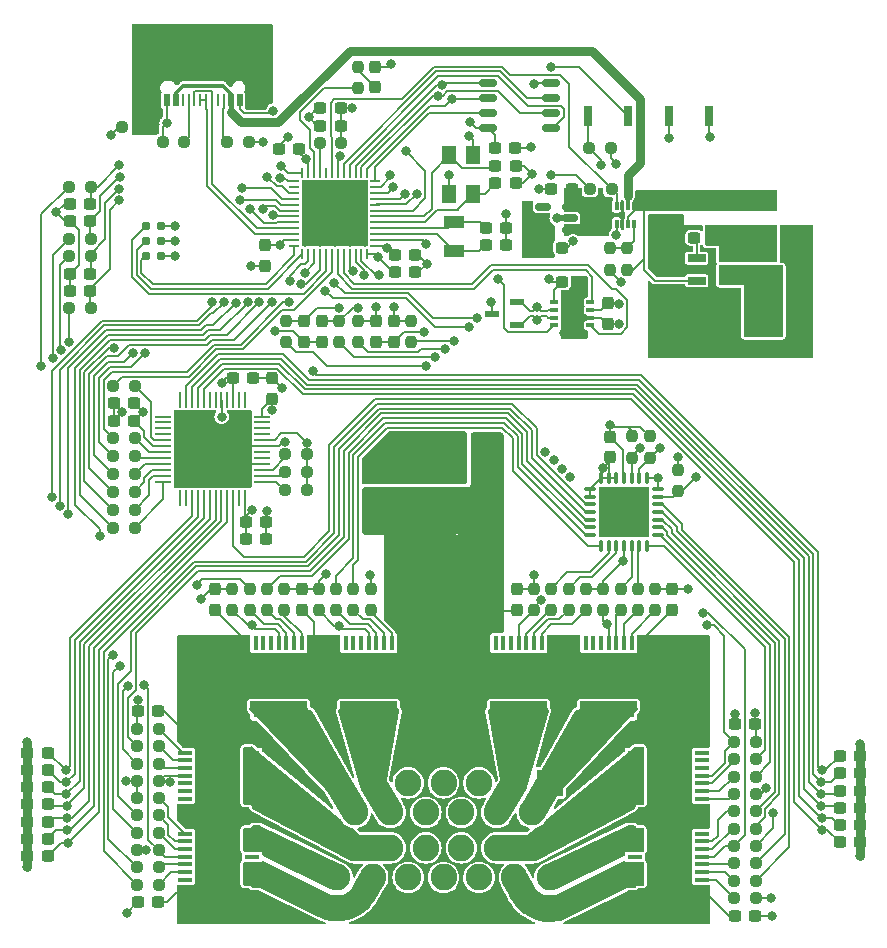
<source format=gtl>
G04 #@! TF.GenerationSoftware,KiCad,Pcbnew,(7.0.0)*
G04 #@! TF.CreationDate,2023-08-22T13:44:58-04:00*
G04 #@! TF.ProjectId,Power Module Rev 5,506f7765-7220-44d6-9f64-756c65205265,rev?*
G04 #@! TF.SameCoordinates,Original*
G04 #@! TF.FileFunction,Copper,L1,Top*
G04 #@! TF.FilePolarity,Positive*
%FSLAX46Y46*%
G04 Gerber Fmt 4.6, Leading zero omitted, Abs format (unit mm)*
G04 Created by KiCad (PCBNEW (7.0.0)) date 2023-08-22 13:44:58*
%MOMM*%
%LPD*%
G01*
G04 APERTURE LIST*
G04 Aperture macros list*
%AMRoundRect*
0 Rectangle with rounded corners*
0 $1 Rounding radius*
0 $2 $3 $4 $5 $6 $7 $8 $9 X,Y pos of 4 corners*
0 Add a 4 corners polygon primitive as box body*
4,1,4,$2,$3,$4,$5,$6,$7,$8,$9,$2,$3,0*
0 Add four circle primitives for the rounded corners*
1,1,$1+$1,$2,$3*
1,1,$1+$1,$4,$5*
1,1,$1+$1,$6,$7*
1,1,$1+$1,$8,$9*
0 Add four rect primitives between the rounded corners*
20,1,$1+$1,$2,$3,$4,$5,0*
20,1,$1+$1,$4,$5,$6,$7,0*
20,1,$1+$1,$6,$7,$8,$9,0*
20,1,$1+$1,$8,$9,$2,$3,0*%
G04 Aperture macros list end*
G04 #@! TA.AperFunction,SMDPad,CuDef*
%ADD10RoundRect,0.237500X-0.300000X-0.237500X0.300000X-0.237500X0.300000X0.237500X-0.300000X0.237500X0*%
G04 #@! TD*
G04 #@! TA.AperFunction,SMDPad,CuDef*
%ADD11RoundRect,0.237500X0.237500X-0.250000X0.237500X0.250000X-0.237500X0.250000X-0.237500X-0.250000X0*%
G04 #@! TD*
G04 #@! TA.AperFunction,SMDPad,CuDef*
%ADD12RoundRect,0.237500X0.237500X-0.300000X0.237500X0.300000X-0.237500X0.300000X-0.237500X-0.300000X0*%
G04 #@! TD*
G04 #@! TA.AperFunction,SMDPad,CuDef*
%ADD13R,0.450000X1.310000*%
G04 #@! TD*
G04 #@! TA.AperFunction,ComponentPad*
%ADD14R,0.700000X0.700000*%
G04 #@! TD*
G04 #@! TA.AperFunction,SMDPad,CuDef*
%ADD15R,4.000000X2.650000*%
G04 #@! TD*
G04 #@! TA.AperFunction,SMDPad,CuDef*
%ADD16RoundRect,0.237500X0.250000X0.237500X-0.250000X0.237500X-0.250000X-0.237500X0.250000X-0.237500X0*%
G04 #@! TD*
G04 #@! TA.AperFunction,SMDPad,CuDef*
%ADD17R,0.650000X0.350000*%
G04 #@! TD*
G04 #@! TA.AperFunction,SMDPad,CuDef*
%ADD18R,1.550000X2.400000*%
G04 #@! TD*
G04 #@! TA.AperFunction,SMDPad,CuDef*
%ADD19RoundRect,0.237500X0.300000X0.237500X-0.300000X0.237500X-0.300000X-0.237500X0.300000X-0.237500X0*%
G04 #@! TD*
G04 #@! TA.AperFunction,SMDPad,CuDef*
%ADD20R,0.800000X1.700000*%
G04 #@! TD*
G04 #@! TA.AperFunction,SMDPad,CuDef*
%ADD21R,1.300000X1.600000*%
G04 #@! TD*
G04 #@! TA.AperFunction,SMDPad,CuDef*
%ADD22R,2.500000X3.300000*%
G04 #@! TD*
G04 #@! TA.AperFunction,SMDPad,CuDef*
%ADD23RoundRect,0.237500X-0.250000X-0.237500X0.250000X-0.237500X0.250000X0.237500X-0.250000X0.237500X0*%
G04 #@! TD*
G04 #@! TA.AperFunction,SMDPad,CuDef*
%ADD24R,1.310000X0.450000*%
G04 #@! TD*
G04 #@! TA.AperFunction,SMDPad,CuDef*
%ADD25R,2.650000X4.000000*%
G04 #@! TD*
G04 #@! TA.AperFunction,SMDPad,CuDef*
%ADD26R,1.346200X0.279400*%
G04 #@! TD*
G04 #@! TA.AperFunction,SMDPad,CuDef*
%ADD27R,0.279400X1.346200*%
G04 #@! TD*
G04 #@! TA.AperFunction,SMDPad,CuDef*
%ADD28R,4.140200X4.140200*%
G04 #@! TD*
G04 #@! TA.AperFunction,SMDPad,CuDef*
%ADD29RoundRect,0.237500X-0.237500X0.287500X-0.237500X-0.287500X0.237500X-0.287500X0.237500X0.287500X0*%
G04 #@! TD*
G04 #@! TA.AperFunction,ConnectorPad*
%ADD30C,0.787400*%
G04 #@! TD*
G04 #@! TA.AperFunction,SMDPad,CuDef*
%ADD31RoundRect,0.150000X0.512500X0.150000X-0.512500X0.150000X-0.512500X-0.150000X0.512500X-0.150000X0*%
G04 #@! TD*
G04 #@! TA.AperFunction,SMDPad,CuDef*
%ADD32RoundRect,0.237500X-0.237500X0.250000X-0.237500X-0.250000X0.237500X-0.250000X0.237500X0.250000X0*%
G04 #@! TD*
G04 #@! TA.AperFunction,SMDPad,CuDef*
%ADD33R,3.300000X1.200000*%
G04 #@! TD*
G04 #@! TA.AperFunction,SMDPad,CuDef*
%ADD34R,0.520000X1.000000*%
G04 #@! TD*
G04 #@! TA.AperFunction,SMDPad,CuDef*
%ADD35R,0.270000X1.000000*%
G04 #@! TD*
G04 #@! TA.AperFunction,ComponentPad*
%ADD36O,1.300000X2.300000*%
G04 #@! TD*
G04 #@! TA.AperFunction,ComponentPad*
%ADD37O,1.300000X2.600000*%
G04 #@! TD*
G04 #@! TA.AperFunction,SMDPad,CuDef*
%ADD38R,1.000000X2.000000*%
G04 #@! TD*
G04 #@! TA.AperFunction,SMDPad,CuDef*
%ADD39RoundRect,0.237500X-0.237500X0.300000X-0.237500X-0.300000X0.237500X-0.300000X0.237500X0.300000X0*%
G04 #@! TD*
G04 #@! TA.AperFunction,SMDPad,CuDef*
%ADD40RoundRect,0.062500X0.375000X0.062500X-0.375000X0.062500X-0.375000X-0.062500X0.375000X-0.062500X0*%
G04 #@! TD*
G04 #@! TA.AperFunction,SMDPad,CuDef*
%ADD41RoundRect,0.062500X0.062500X0.375000X-0.062500X0.375000X-0.062500X-0.375000X0.062500X-0.375000X0*%
G04 #@! TD*
G04 #@! TA.AperFunction,ComponentPad*
%ADD42C,0.500000*%
G04 #@! TD*
G04 #@! TA.AperFunction,SMDPad,CuDef*
%ADD43R,5.600000X5.600000*%
G04 #@! TD*
G04 #@! TA.AperFunction,ComponentPad*
%ADD44R,2.250000X2.250000*%
G04 #@! TD*
G04 #@! TA.AperFunction,ComponentPad*
%ADD45C,2.250000*%
G04 #@! TD*
G04 #@! TA.AperFunction,ComponentPad*
%ADD46C,1.800000*%
G04 #@! TD*
G04 #@! TA.AperFunction,SMDPad,CuDef*
%ADD47RoundRect,0.012800X0.147200X-0.317200X0.147200X0.317200X-0.147200X0.317200X-0.147200X-0.317200X0*%
G04 #@! TD*
G04 #@! TA.AperFunction,SMDPad,CuDef*
%ADD48RoundRect,0.250000X-0.337500X-0.475000X0.337500X-0.475000X0.337500X0.475000X-0.337500X0.475000X0*%
G04 #@! TD*
G04 #@! TA.AperFunction,SMDPad,CuDef*
%ADD49RoundRect,0.150000X0.625000X0.150000X-0.625000X0.150000X-0.625000X-0.150000X0.625000X-0.150000X0*%
G04 #@! TD*
G04 #@! TA.AperFunction,SMDPad,CuDef*
%ADD50R,1.800000X1.000000*%
G04 #@! TD*
G04 #@! TA.AperFunction,SMDPad,CuDef*
%ADD51RoundRect,0.250000X-0.475000X0.337500X-0.475000X-0.337500X0.475000X-0.337500X0.475000X0.337500X0*%
G04 #@! TD*
G04 #@! TA.AperFunction,SMDPad,CuDef*
%ADD52RoundRect,0.075000X-0.437500X-0.075000X0.437500X-0.075000X0.437500X0.075000X-0.437500X0.075000X0*%
G04 #@! TD*
G04 #@! TA.AperFunction,SMDPad,CuDef*
%ADD53RoundRect,0.075000X-0.075000X-0.437500X0.075000X-0.437500X0.075000X0.437500X-0.075000X0.437500X0*%
G04 #@! TD*
G04 #@! TA.AperFunction,SMDPad,CuDef*
%ADD54R,4.250000X4.250000*%
G04 #@! TD*
G04 #@! TA.AperFunction,SMDPad,CuDef*
%ADD55R,1.560000X0.650000*%
G04 #@! TD*
G04 #@! TA.AperFunction,SMDPad,CuDef*
%ADD56R,1.300000X0.600000*%
G04 #@! TD*
G04 #@! TA.AperFunction,ViaPad*
%ADD57C,0.800000*%
G04 #@! TD*
G04 #@! TA.AperFunction,ViaPad*
%ADD58C,1.270000*%
G04 #@! TD*
G04 #@! TA.AperFunction,Conductor*
%ADD59C,0.203200*%
G04 #@! TD*
G04 #@! TA.AperFunction,Conductor*
%ADD60C,0.762000*%
G04 #@! TD*
G04 #@! TA.AperFunction,Conductor*
%ADD61C,0.508000*%
G04 #@! TD*
G04 #@! TA.AperFunction,Conductor*
%ADD62C,0.304800*%
G04 #@! TD*
G04 #@! TA.AperFunction,Conductor*
%ADD63C,0.406400*%
G04 #@! TD*
G04 APERTURE END LIST*
D10*
X116561700Y-56002400D03*
X118286700Y-56002400D03*
D11*
X113513600Y-98499300D03*
X113513600Y-96674300D03*
D12*
X114973600Y-98449300D03*
X114973600Y-96724300D03*
D13*
X142919999Y-101289999D03*
X142269999Y-101289999D03*
X141619999Y-101289999D03*
X140969999Y-101294999D03*
X140319999Y-101289999D03*
X139669999Y-101289999D03*
X139019999Y-101289999D03*
X139019999Y-106989999D03*
X139669999Y-106989999D03*
X140319999Y-106989999D03*
X140969999Y-106989999D03*
X141619999Y-106989999D03*
X142269999Y-106989999D03*
X142919999Y-106989999D03*
D14*
X143969999Y-101889999D03*
X137969999Y-101889999D03*
X143969999Y-102639999D03*
X143219999Y-102639999D03*
X142469999Y-102639999D03*
X141719999Y-102639999D03*
X140969999Y-102639999D03*
X140219999Y-102639999D03*
X139469999Y-102639999D03*
X138719999Y-102639999D03*
X137969999Y-102639999D03*
X143969999Y-103389999D03*
X143219999Y-103389999D03*
X140969999Y-103389999D03*
X138719999Y-103389999D03*
X137969999Y-103389999D03*
X143969999Y-104139999D03*
X143219999Y-104139999D03*
X140969999Y-104139999D03*
D15*
X140969999Y-104139999D03*
D14*
X138719999Y-104139999D03*
X137969999Y-104139999D03*
X143969999Y-104889999D03*
X143219999Y-104889999D03*
X140969999Y-104889999D03*
X138719999Y-104889999D03*
X137969999Y-104889999D03*
X143969999Y-105639999D03*
X143219999Y-105639999D03*
X142469999Y-105639999D03*
X141719999Y-105639999D03*
X140969999Y-105639999D03*
X140219999Y-105639999D03*
X139469999Y-105639999D03*
X138719999Y-105639999D03*
X137969999Y-105639999D03*
X143969999Y-106389999D03*
X137969999Y-106389999D03*
D16*
X102880000Y-112960000D03*
X101055000Y-112960000D03*
X100838000Y-88468200D03*
X99013000Y-88468200D03*
X102880000Y-120290000D03*
X101055000Y-120290000D03*
X115426985Y-85311700D03*
X113601985Y-85311700D03*
D10*
X160529100Y-110845600D03*
X162254100Y-110845600D03*
D17*
X139434699Y-74378199D03*
X139434699Y-73728199D03*
X139434699Y-73078199D03*
X139434699Y-72428199D03*
X136334699Y-72428199D03*
X136334699Y-73078199D03*
X136334699Y-73728199D03*
X136334699Y-74378199D03*
D18*
X137884699Y-73403199D03*
D16*
X118336700Y-58948800D03*
X116511700Y-58948800D03*
D10*
X135313300Y-67802800D03*
X137038300Y-67802800D03*
D19*
X100788000Y-82455700D03*
X99063000Y-82455700D03*
D11*
X109123600Y-98499300D03*
X109123600Y-96674300D03*
D20*
X146102599Y-56641999D03*
X149502599Y-56641999D03*
D19*
X137838300Y-62875200D03*
X136113300Y-62875200D03*
D10*
X131344500Y-59334400D03*
X133069500Y-59334400D03*
X116561700Y-57480200D03*
X118286700Y-57480200D03*
D21*
X129489199Y-63270399D03*
X129489199Y-59970399D03*
X127489199Y-59970399D03*
X127489199Y-63270399D03*
D10*
X160529100Y-112311600D03*
X162254100Y-112311600D03*
D19*
X97077700Y-65582800D03*
X95352700Y-65582800D03*
X102830000Y-107060000D03*
X101105000Y-107060000D03*
D22*
X123702399Y-85191599D03*
X130602399Y-85201599D03*
D16*
X100838000Y-79508900D03*
X99013000Y-79508900D03*
D11*
X143446868Y-98499300D03*
X143446868Y-96674300D03*
D10*
X113056500Y-59461400D03*
X114781500Y-59461400D03*
D11*
X113700443Y-75816756D03*
X113700443Y-73991756D03*
X134646872Y-98499300D03*
X134646872Y-96674300D03*
X142570200Y-69670300D03*
X142570200Y-67845300D03*
D13*
X114979999Y-101289999D03*
X114329999Y-101289999D03*
X113679999Y-101289999D03*
X113029999Y-101294999D03*
X112379999Y-101289999D03*
X111729999Y-101289999D03*
X111079999Y-101289999D03*
X111079999Y-106989999D03*
X111729999Y-106989999D03*
X112379999Y-106989999D03*
X113029999Y-106989999D03*
X113679999Y-106989999D03*
X114329999Y-106989999D03*
X114979999Y-106989999D03*
D14*
X116029999Y-101889999D03*
X110029999Y-101889999D03*
X116029999Y-102639999D03*
X115279999Y-102639999D03*
X114529999Y-102639999D03*
X113779999Y-102639999D03*
X113029999Y-102639999D03*
X112279999Y-102639999D03*
X111529999Y-102639999D03*
X110779999Y-102639999D03*
X110029999Y-102639999D03*
X116029999Y-103389999D03*
X115279999Y-103389999D03*
X113029999Y-103389999D03*
X110779999Y-103389999D03*
X110029999Y-103389999D03*
X116029999Y-104139999D03*
X115279999Y-104139999D03*
X113029999Y-104139999D03*
D15*
X113029999Y-104139999D03*
D14*
X110779999Y-104139999D03*
X110029999Y-104139999D03*
X116029999Y-104889999D03*
X115279999Y-104889999D03*
X113029999Y-104889999D03*
X110779999Y-104889999D03*
X110029999Y-104889999D03*
X116029999Y-105639999D03*
X115279999Y-105639999D03*
X114529999Y-105639999D03*
X113779999Y-105639999D03*
X113029999Y-105639999D03*
X112279999Y-105639999D03*
X111529999Y-105639999D03*
X110779999Y-105639999D03*
X110029999Y-105639999D03*
X116029999Y-106389999D03*
X110029999Y-106389999D03*
D23*
X95302700Y-68529200D03*
X97127700Y-68529200D03*
X151589100Y-119948163D03*
X153414100Y-119948163D03*
D16*
X102880000Y-114420000D03*
X101055000Y-114420000D03*
D11*
X116433600Y-98499300D03*
X116433600Y-96674300D03*
D19*
X93496300Y-114950533D03*
X91771300Y-114950533D03*
X124585900Y-69900800D03*
X122860900Y-69900800D03*
D10*
X160529100Y-115243600D03*
X162254100Y-115243600D03*
D16*
X102880000Y-110020000D03*
X101055000Y-110020000D03*
D24*
X148899999Y-121329999D03*
X148899999Y-120679999D03*
X148899999Y-120029999D03*
X148894999Y-119379999D03*
X148899999Y-118729999D03*
X148899999Y-118079999D03*
X148899999Y-117429999D03*
X143199999Y-117429999D03*
X143199999Y-118079999D03*
X143199999Y-118729999D03*
X143199999Y-119379999D03*
X143199999Y-120029999D03*
X143199999Y-120679999D03*
X143199999Y-121329999D03*
D14*
X148299999Y-122379999D03*
X148299999Y-116379999D03*
X147549999Y-122379999D03*
X147549999Y-121629999D03*
X147549999Y-120879999D03*
X147549999Y-120129999D03*
X147549999Y-119379999D03*
X147549999Y-118629999D03*
X147549999Y-117879999D03*
X147549999Y-117129999D03*
X147549999Y-116379999D03*
X146799999Y-122379999D03*
X146799999Y-121629999D03*
X146799999Y-119379999D03*
X146799999Y-117129999D03*
X146799999Y-116379999D03*
X146049999Y-122379999D03*
X146049999Y-121629999D03*
X146049999Y-119379999D03*
D25*
X146049999Y-119379999D03*
D14*
X146049999Y-117129999D03*
X146049999Y-116379999D03*
X145299999Y-122379999D03*
X145299999Y-121629999D03*
X145299999Y-119379999D03*
X145299999Y-117129999D03*
X145299999Y-116379999D03*
X144549999Y-122379999D03*
X144549999Y-121629999D03*
X144549999Y-120879999D03*
X144549999Y-120129999D03*
X144549999Y-119379999D03*
X144549999Y-118629999D03*
X144549999Y-117879999D03*
X144549999Y-117129999D03*
X144549999Y-116379999D03*
X143799999Y-122379999D03*
X143799999Y-116379999D03*
D23*
X139399000Y-62865000D03*
X141224000Y-62865000D03*
D12*
X120853200Y-88771900D03*
X120853200Y-87046900D03*
D23*
X95302700Y-72948800D03*
X97127700Y-72948800D03*
D19*
X149935100Y-66973400D03*
X148210100Y-66973400D03*
D10*
X151639100Y-108180891D03*
X153364100Y-108180891D03*
D16*
X102880000Y-118830000D03*
X101055000Y-118830000D03*
D11*
X136113538Y-98499300D03*
X136113538Y-96674300D03*
D19*
X97077700Y-64109600D03*
X95352700Y-64109600D03*
X132282100Y-66120800D03*
X130557100Y-66120800D03*
X93496300Y-119340532D03*
X91771300Y-119340532D03*
D26*
X111620299Y-87612092D03*
X111620299Y-87111966D03*
X111620299Y-86611840D03*
X111620299Y-86111714D03*
X111620299Y-85611588D03*
X111620299Y-85111462D03*
X111620299Y-84611336D03*
X111620299Y-84111210D03*
X111620299Y-83611084D03*
X111620299Y-83110958D03*
X111620299Y-82610832D03*
X111620299Y-82110706D03*
D27*
X110192692Y-80683099D03*
X109692566Y-80683099D03*
X109192440Y-80683099D03*
X108692314Y-80683099D03*
X108192188Y-80683099D03*
X107692062Y-80683099D03*
X107191936Y-80683099D03*
X106691810Y-80683099D03*
X106191684Y-80683099D03*
X105691558Y-80683099D03*
X105191432Y-80683099D03*
X104691306Y-80683099D03*
D26*
X103263699Y-82110706D03*
X103263699Y-82610832D03*
X103263699Y-83110958D03*
X103263699Y-83611084D03*
X103263699Y-84111210D03*
X103263699Y-84611336D03*
X103263699Y-85111462D03*
X103263699Y-85611588D03*
X103263699Y-86111714D03*
X103263699Y-86611840D03*
X103263699Y-87111966D03*
X103263699Y-87612092D03*
D27*
X104691306Y-89039699D03*
X105191432Y-89039699D03*
X105691558Y-89039699D03*
X106191684Y-89039699D03*
X106691810Y-89039699D03*
X107191936Y-89039699D03*
X107692062Y-89039699D03*
X108192188Y-89039699D03*
X108692314Y-89039699D03*
X109192440Y-89039699D03*
X109692566Y-89039699D03*
X110192692Y-89039699D03*
D28*
X107441999Y-84861399D03*
D29*
X121234200Y-52490400D03*
X121234200Y-54240400D03*
D23*
X151589100Y-122889981D03*
X153414100Y-122889981D03*
D24*
X105099999Y-110571999D03*
X105099999Y-111221999D03*
X105099999Y-111871999D03*
X105104999Y-112521999D03*
X105099999Y-113171999D03*
X105099999Y-113821999D03*
X105099999Y-114471999D03*
X110799999Y-114471999D03*
X110799999Y-113821999D03*
X110799999Y-113171999D03*
X110799999Y-112521999D03*
X110799999Y-111871999D03*
X110799999Y-111221999D03*
X110799999Y-110571999D03*
D14*
X105699999Y-109521999D03*
X105699999Y-115521999D03*
X106449999Y-109521999D03*
X106449999Y-110271999D03*
X106449999Y-111021999D03*
X106449999Y-111771999D03*
X106449999Y-112521999D03*
X106449999Y-113271999D03*
X106449999Y-114021999D03*
X106449999Y-114771999D03*
X106449999Y-115521999D03*
X107199999Y-109521999D03*
X107199999Y-110271999D03*
X107199999Y-112521999D03*
X107199999Y-114771999D03*
X107199999Y-115521999D03*
X107949999Y-109521999D03*
X107949999Y-110271999D03*
X107949999Y-112521999D03*
D25*
X107949999Y-112521999D03*
D14*
X107949999Y-114771999D03*
X107949999Y-115521999D03*
X108699999Y-109521999D03*
X108699999Y-110271999D03*
X108699999Y-112521999D03*
X108699999Y-114771999D03*
X108699999Y-115521999D03*
X109449999Y-109521999D03*
X109449999Y-110271999D03*
X109449999Y-111021999D03*
X109449999Y-111771999D03*
X109449999Y-112521999D03*
X109449999Y-113271999D03*
X109449999Y-114021999D03*
X109449999Y-114771999D03*
X109449999Y-115521999D03*
X110199999Y-109521999D03*
X110199999Y-115521999D03*
D10*
X110273785Y-92486500D03*
X111998785Y-92486500D03*
D30*
X103073200Y-68503800D03*
X101803200Y-68503800D03*
X103073200Y-67233800D03*
X101803200Y-67233800D03*
X103073200Y-65963800D03*
X101803200Y-65963800D03*
D20*
X139219199Y-56641999D03*
X142619199Y-56641999D03*
D31*
X137713300Y-66278800D03*
X137713300Y-65328800D03*
X137713300Y-64378800D03*
X135438300Y-64378800D03*
X135438300Y-66278800D03*
D10*
X160529100Y-116709600D03*
X162254100Y-116709600D03*
X151639100Y-124360890D03*
X153364100Y-124360890D03*
D11*
X137580204Y-98499300D03*
X137580204Y-96674300D03*
D16*
X115426985Y-86810300D03*
X113601985Y-86810300D03*
D12*
X133180206Y-98449300D03*
X133180206Y-96724300D03*
D32*
X146837400Y-86615900D03*
X146837400Y-88440900D03*
D10*
X137020600Y-70724400D03*
X138745600Y-70724400D03*
D16*
X100838000Y-91541600D03*
X99013000Y-91541600D03*
D23*
X151589100Y-115535436D03*
X153414100Y-115535436D03*
X151589100Y-118477254D03*
X153414100Y-118477254D03*
D33*
X153034999Y-66853399D03*
X153034999Y-63753399D03*
D34*
X109754599Y-55346999D03*
X109004599Y-55346999D03*
D35*
X108404599Y-55346999D03*
X106904599Y-55346999D03*
X105904599Y-55346999D03*
X104904599Y-55346999D03*
D34*
X104304599Y-55346999D03*
X103554599Y-55346999D03*
X103554599Y-55346999D03*
X104304599Y-55346999D03*
D35*
X105404599Y-55346999D03*
X106404599Y-55346999D03*
X107404599Y-55346999D03*
X107904599Y-55346999D03*
D34*
X109004599Y-55346999D03*
X109754599Y-55346999D03*
D36*
X110974599Y-54971999D03*
D37*
X110974599Y-51146999D03*
D38*
X108054599Y-51146999D03*
X105254599Y-51146999D03*
D36*
X102334599Y-54971999D03*
D37*
X102334599Y-51146999D03*
D39*
X140880300Y-72528900D03*
X140880300Y-74253900D03*
D19*
X93496300Y-110560534D03*
X91771300Y-110560534D03*
D16*
X102880000Y-117360000D03*
X101055000Y-117360000D03*
D19*
X93496300Y-112023867D03*
X91771300Y-112023867D03*
D32*
X144475200Y-83798400D03*
X144475200Y-85623400D03*
D19*
X133093800Y-60883800D03*
X131368800Y-60883800D03*
D10*
X160529100Y-118175600D03*
X162254100Y-118175600D03*
D40*
X121234200Y-67667000D03*
X121234200Y-67167000D03*
X121234200Y-66667000D03*
X121234200Y-66167000D03*
X121234200Y-65667000D03*
X121234200Y-65167000D03*
X121234200Y-64667000D03*
X121234200Y-64167000D03*
X121234200Y-63667000D03*
X121234200Y-63167000D03*
X121234200Y-62667000D03*
X121234200Y-62167000D03*
D41*
X120546700Y-61479500D03*
X120046700Y-61479500D03*
X119546700Y-61479500D03*
X119046700Y-61479500D03*
X118546700Y-61479500D03*
X118046700Y-61479500D03*
X117546700Y-61479500D03*
X117046700Y-61479500D03*
X116546700Y-61479500D03*
X116046700Y-61479500D03*
X115546700Y-61479500D03*
X115046700Y-61479500D03*
D40*
X114359200Y-62167000D03*
X114359200Y-62667000D03*
X114359200Y-63167000D03*
X114359200Y-63667000D03*
X114359200Y-64167000D03*
X114359200Y-64667000D03*
X114359200Y-65167000D03*
X114359200Y-65667000D03*
X114359200Y-66167000D03*
X114359200Y-66667000D03*
X114359200Y-67167000D03*
X114359200Y-67667000D03*
D41*
X115046700Y-68354500D03*
X115546700Y-68354500D03*
X116046700Y-68354500D03*
X116546700Y-68354500D03*
X117046700Y-68354500D03*
X117546700Y-68354500D03*
X118046700Y-68354500D03*
X118546700Y-68354500D03*
X119046700Y-68354500D03*
X119546700Y-68354500D03*
X120046700Y-68354500D03*
X120546700Y-68354500D03*
D42*
X120346700Y-67467000D03*
X120346700Y-66192000D03*
X120346700Y-64917000D03*
X120346700Y-63642000D03*
X120346700Y-62367000D03*
X119071700Y-67467000D03*
X119071700Y-66192000D03*
X119071700Y-64917000D03*
X119071700Y-63642000D03*
X119071700Y-62367000D03*
X117796700Y-67467000D03*
X117796700Y-66192000D03*
X117796700Y-64917000D03*
D43*
X117796699Y-64916999D03*
D42*
X117796700Y-63642000D03*
X117796700Y-62367000D03*
X116521700Y-67467000D03*
X116521700Y-66192000D03*
X116521700Y-64917000D03*
X116521700Y-63642000D03*
X116521700Y-62367000D03*
X115246700Y-67467000D03*
X115246700Y-66192000D03*
X115246700Y-64917000D03*
X115246700Y-63642000D03*
X115246700Y-62367000D03*
D32*
X141071600Y-67845300D03*
X141071600Y-69670300D03*
D23*
X139320900Y-59359800D03*
X141145900Y-59359800D03*
D39*
X121271643Y-74041756D03*
X121271643Y-75766756D03*
D16*
X102880000Y-115880000D03*
X101055000Y-115880000D03*
D19*
X133093800Y-62368600D03*
X131368800Y-62368600D03*
D39*
X141097000Y-83848400D03*
X141097000Y-85573400D03*
D44*
X135999999Y-113134999D03*
D45*
X133000000Y-113135000D03*
X130000000Y-113135000D03*
X127000000Y-113135000D03*
X124000000Y-113135000D03*
X121000000Y-113135000D03*
X118000000Y-113135000D03*
X134500000Y-115635000D03*
X131500000Y-115635000D03*
X128500000Y-115635000D03*
X125500000Y-115635000D03*
X122500000Y-115635000D03*
X119500000Y-115635000D03*
X134500000Y-118635000D03*
X131500000Y-118635000D03*
X128500000Y-118635000D03*
X125500000Y-118635000D03*
X122500000Y-118635000D03*
X119500000Y-118635000D03*
X136000000Y-121135000D03*
X133000000Y-121135000D03*
X130000000Y-121135000D03*
X127000000Y-121135000D03*
X124000000Y-121135000D03*
X121000000Y-121135000D03*
X118000000Y-121135000D03*
D11*
X119761000Y-54300400D03*
X119761000Y-52475400D03*
X140513536Y-98499300D03*
X140513536Y-96674300D03*
D32*
X142951200Y-83798400D03*
X142951200Y-85623400D03*
D12*
X107653600Y-98449300D03*
X107653600Y-96724300D03*
D23*
X108690400Y-58826400D03*
X110515400Y-58826400D03*
X151589100Y-117006345D03*
X153414100Y-117006345D03*
D16*
X100838000Y-85471000D03*
X99013000Y-85471000D03*
X115426985Y-88359700D03*
X113601985Y-88359700D03*
D19*
X97077700Y-71475600D03*
X95352700Y-71475600D03*
D23*
X151589100Y-114064527D03*
X153414100Y-114064527D03*
D11*
X119363600Y-98499300D03*
X119363600Y-96674300D03*
D46*
X123190000Y-90932000D03*
X125730000Y-90932000D03*
X128270000Y-90932000D03*
X130810000Y-90932000D03*
X130810000Y-93472000D03*
X128270000Y-93472000D03*
X125730000Y-93472000D03*
X123190000Y-93472000D03*
X123190000Y-96012000D03*
X125730000Y-96012000D03*
X128270000Y-96012000D03*
X130810000Y-96012000D03*
X130810000Y-98552000D03*
X128270000Y-98552000D03*
X125730000Y-98552000D03*
X123190000Y-98552000D03*
D39*
X115175643Y-74041756D03*
X115175643Y-75766756D03*
D11*
X144913534Y-98499300D03*
X144913534Y-96674300D03*
D16*
X102880000Y-121750000D03*
X101055000Y-121750000D03*
D47*
X141642400Y-65784400D03*
X142142400Y-65784400D03*
X142642400Y-65784400D03*
X143142400Y-65784400D03*
X143142400Y-64314400D03*
X142642400Y-64314400D03*
X142142400Y-64314400D03*
X141642400Y-64314400D03*
D23*
X151589100Y-112593618D03*
X153414100Y-112593618D03*
D16*
X105054400Y-58826400D03*
X103229400Y-58826400D03*
D48*
X155172500Y-74231600D03*
X157247500Y-74231600D03*
D23*
X95302700Y-67056000D03*
X97127700Y-67056000D03*
D39*
X112457085Y-78887700D03*
X112457085Y-80612700D03*
X116699643Y-74041756D03*
X116699643Y-75766756D03*
D12*
X111861600Y-69340900D03*
X111861600Y-67615900D03*
D11*
X110583600Y-98499300D03*
X110583600Y-96674300D03*
X120823600Y-98499300D03*
X120823600Y-96674300D03*
D16*
X102880000Y-108540000D03*
X101055000Y-108540000D03*
D19*
X102830000Y-123230000D03*
X101105000Y-123230000D03*
D49*
X136126600Y-57708800D03*
X136126600Y-56438800D03*
X136126600Y-55168800D03*
X136126600Y-53898800D03*
X130776600Y-53898800D03*
X130776600Y-55168800D03*
X130776600Y-56438800D03*
X130776600Y-57708800D03*
D23*
X95302700Y-62636400D03*
X97127700Y-62636400D03*
D50*
X127888999Y-65628199D03*
X127888999Y-68128199D03*
D10*
X160529100Y-113777600D03*
X162254100Y-113777600D03*
D19*
X132282100Y-67589400D03*
X130557100Y-67589400D03*
D11*
X112043600Y-98499300D03*
X112043600Y-96674300D03*
D23*
X151589100Y-121419072D03*
X153414100Y-121419072D03*
D24*
X105099999Y-117429999D03*
X105099999Y-118079999D03*
X105099999Y-118729999D03*
X105104999Y-119379999D03*
X105099999Y-120029999D03*
X105099999Y-120679999D03*
X105099999Y-121329999D03*
X110799999Y-121329999D03*
X110799999Y-120679999D03*
X110799999Y-120029999D03*
X110799999Y-119379999D03*
X110799999Y-118729999D03*
X110799999Y-118079999D03*
X110799999Y-117429999D03*
D14*
X105699999Y-116379999D03*
X105699999Y-122379999D03*
X106449999Y-116379999D03*
X106449999Y-117129999D03*
X106449999Y-117879999D03*
X106449999Y-118629999D03*
X106449999Y-119379999D03*
X106449999Y-120129999D03*
X106449999Y-120879999D03*
X106449999Y-121629999D03*
X106449999Y-122379999D03*
X107199999Y-116379999D03*
X107199999Y-117129999D03*
X107199999Y-119379999D03*
X107199999Y-121629999D03*
X107199999Y-122379999D03*
X107949999Y-116379999D03*
X107949999Y-117129999D03*
X107949999Y-119379999D03*
D25*
X107949999Y-119379999D03*
D14*
X107949999Y-121629999D03*
X107949999Y-122379999D03*
X108699999Y-116379999D03*
X108699999Y-117129999D03*
X108699999Y-119379999D03*
X108699999Y-121629999D03*
X108699999Y-122379999D03*
X109449999Y-116379999D03*
X109449999Y-117129999D03*
X109449999Y-117879999D03*
X109449999Y-118629999D03*
X109449999Y-119379999D03*
X109449999Y-120129999D03*
X109449999Y-120879999D03*
X109449999Y-121629999D03*
X109449999Y-122379999D03*
X110199999Y-116379999D03*
X110199999Y-122379999D03*
D23*
X151589100Y-109651800D03*
X153414100Y-109651800D03*
D16*
X102880000Y-111490000D03*
X101055000Y-111490000D03*
X100838000Y-86969600D03*
X99013000Y-86969600D03*
D10*
X110273785Y-91001300D03*
X111998785Y-91001300D03*
D48*
X155172500Y-72263000D03*
X157247500Y-72263000D03*
D11*
X124268843Y-75816756D03*
X124268843Y-73991756D03*
D39*
X122795643Y-74041756D03*
X122795643Y-75766756D03*
D23*
X151589100Y-111122709D03*
X153414100Y-111122709D03*
D11*
X118165243Y-75816756D03*
X118165243Y-73991756D03*
D19*
X124585900Y-68427600D03*
X122860900Y-68427600D03*
D16*
X100838000Y-89992200D03*
X99013000Y-89992200D03*
D51*
X146354800Y-63745900D03*
X146354800Y-65820900D03*
D16*
X101623500Y-57556400D03*
X99798500Y-57556400D03*
D11*
X117893600Y-98499300D03*
X117893600Y-96674300D03*
D19*
X100788000Y-80982100D03*
X99063000Y-80982100D03*
D16*
X100838000Y-83921600D03*
X99013000Y-83921600D03*
D12*
X146380200Y-98449300D03*
X146380200Y-96724300D03*
D19*
X97077700Y-70002400D03*
X95352700Y-70002400D03*
D13*
X122599999Y-101289999D03*
X121949999Y-101289999D03*
X121299999Y-101289999D03*
X120649999Y-101294999D03*
X119999999Y-101289999D03*
X119349999Y-101289999D03*
X118699999Y-101289999D03*
X118699999Y-106989999D03*
X119349999Y-106989999D03*
X119999999Y-106989999D03*
X120649999Y-106989999D03*
X121299999Y-106989999D03*
X121949999Y-106989999D03*
X122599999Y-106989999D03*
D14*
X123649999Y-101889999D03*
X117649999Y-101889999D03*
X123649999Y-102639999D03*
X122899999Y-102639999D03*
X122149999Y-102639999D03*
X121399999Y-102639999D03*
X120649999Y-102639999D03*
X119899999Y-102639999D03*
X119149999Y-102639999D03*
X118399999Y-102639999D03*
X117649999Y-102639999D03*
X123649999Y-103389999D03*
X122899999Y-103389999D03*
X120649999Y-103389999D03*
X118399999Y-103389999D03*
X117649999Y-103389999D03*
X123649999Y-104139999D03*
X122899999Y-104139999D03*
X120649999Y-104139999D03*
D15*
X120649999Y-104139999D03*
D14*
X118399999Y-104139999D03*
X117649999Y-104139999D03*
X123649999Y-104889999D03*
X122899999Y-104889999D03*
X120649999Y-104889999D03*
X118399999Y-104889999D03*
X117649999Y-104889999D03*
X123649999Y-105639999D03*
X122899999Y-105639999D03*
X122149999Y-105639999D03*
X121399999Y-105639999D03*
X120649999Y-105639999D03*
X119899999Y-105639999D03*
X119149999Y-105639999D03*
X118399999Y-105639999D03*
X117649999Y-105639999D03*
X123649999Y-106389999D03*
X117649999Y-106389999D03*
D11*
X139046870Y-98499300D03*
X139046870Y-96674300D03*
D19*
X93496300Y-116413866D03*
X91771300Y-116413866D03*
D52*
X139437900Y-88244800D03*
X139437900Y-88894800D03*
X139437900Y-89544800D03*
X139437900Y-90194800D03*
X139437900Y-90844800D03*
X139437900Y-91494800D03*
X139437900Y-92144800D03*
D53*
X140325400Y-93032300D03*
X140975400Y-93032300D03*
X141625400Y-93032300D03*
X142275400Y-93032300D03*
X142925400Y-93032300D03*
X143575400Y-93032300D03*
X144225400Y-93032300D03*
D52*
X145112900Y-92144800D03*
X145112900Y-91494800D03*
X145112900Y-90844800D03*
X145112900Y-90194800D03*
X145112900Y-89544800D03*
X145112900Y-88894800D03*
X145112900Y-88244800D03*
D53*
X144225400Y-87357300D03*
X143575400Y-87357300D03*
X142925400Y-87357300D03*
X142275400Y-87357300D03*
X141625400Y-87357300D03*
X140975400Y-87357300D03*
X140325400Y-87357300D03*
D42*
X140850400Y-88769800D03*
X140850400Y-89719800D03*
X140850400Y-90669800D03*
X140850400Y-91619800D03*
X141800400Y-88769800D03*
X141800400Y-89719800D03*
X141800400Y-90669800D03*
X141800400Y-91619800D03*
D54*
X142275399Y-90194799D03*
D42*
X142750400Y-88769800D03*
X142750400Y-89719800D03*
X142750400Y-90669800D03*
X142750400Y-91619800D03*
X143700400Y-88769800D03*
X143700400Y-89719800D03*
X143700400Y-90669800D03*
X143700400Y-91619800D03*
D11*
X141980202Y-98499300D03*
X141980202Y-96674300D03*
D55*
X148429999Y-68711999D03*
X148429999Y-69661999D03*
X148429999Y-70611999D03*
X151129999Y-70611999D03*
X151129999Y-69661999D03*
X151129999Y-68711999D03*
D56*
X133206199Y-74353199D03*
X133206199Y-72453199D03*
X131106199Y-73403199D03*
D19*
X93496300Y-117877199D03*
X91771300Y-117877199D03*
D11*
X119791643Y-75816756D03*
X119791643Y-73991756D03*
D13*
X135299999Y-101289999D03*
X134649999Y-101289999D03*
X133999999Y-101289999D03*
X133349999Y-101294999D03*
X132699999Y-101289999D03*
X132049999Y-101289999D03*
X131399999Y-101289999D03*
X131399999Y-106989999D03*
X132049999Y-106989999D03*
X132699999Y-106989999D03*
X133349999Y-106989999D03*
X133999999Y-106989999D03*
X134649999Y-106989999D03*
X135299999Y-106989999D03*
D14*
X136349999Y-101889999D03*
X130349999Y-101889999D03*
X136349999Y-102639999D03*
X135599999Y-102639999D03*
X134849999Y-102639999D03*
X134099999Y-102639999D03*
X133349999Y-102639999D03*
X132599999Y-102639999D03*
X131849999Y-102639999D03*
X131099999Y-102639999D03*
X130349999Y-102639999D03*
X136349999Y-103389999D03*
X135599999Y-103389999D03*
X133349999Y-103389999D03*
X131099999Y-103389999D03*
X130349999Y-103389999D03*
X136349999Y-104139999D03*
X135599999Y-104139999D03*
X133349999Y-104139999D03*
D15*
X133349999Y-104139999D03*
D14*
X131099999Y-104139999D03*
X130349999Y-104139999D03*
X136349999Y-104889999D03*
X135599999Y-104889999D03*
X133349999Y-104889999D03*
X131099999Y-104889999D03*
X130349999Y-104889999D03*
X136349999Y-105639999D03*
X135599999Y-105639999D03*
X134849999Y-105639999D03*
X134099999Y-105639999D03*
X133349999Y-105639999D03*
X132599999Y-105639999D03*
X131849999Y-105639999D03*
X131099999Y-105639999D03*
X130349999Y-105639999D03*
X136349999Y-106389999D03*
X130349999Y-106389999D03*
D19*
X110882285Y-78834700D03*
X109157285Y-78834700D03*
D24*
X148899999Y-114471999D03*
X148899999Y-113821999D03*
X148899999Y-113171999D03*
X148894999Y-112521999D03*
X148899999Y-111871999D03*
X148899999Y-111221999D03*
X148899999Y-110571999D03*
X143199999Y-110571999D03*
X143199999Y-111221999D03*
X143199999Y-111871999D03*
X143199999Y-112521999D03*
X143199999Y-113171999D03*
X143199999Y-113821999D03*
X143199999Y-114471999D03*
D14*
X148299999Y-115521999D03*
X148299999Y-109521999D03*
X147549999Y-115521999D03*
X147549999Y-114771999D03*
X147549999Y-114021999D03*
X147549999Y-113271999D03*
X147549999Y-112521999D03*
X147549999Y-111771999D03*
X147549999Y-111021999D03*
X147549999Y-110271999D03*
X147549999Y-109521999D03*
X146799999Y-115521999D03*
X146799999Y-114771999D03*
X146799999Y-112521999D03*
X146799999Y-110271999D03*
X146799999Y-109521999D03*
X146049999Y-115521999D03*
X146049999Y-114771999D03*
X146049999Y-112521999D03*
D25*
X146049999Y-112521999D03*
D14*
X146049999Y-110271999D03*
X146049999Y-109521999D03*
X145299999Y-115521999D03*
X145299999Y-114771999D03*
X145299999Y-112521999D03*
X145299999Y-110271999D03*
X145299999Y-109521999D03*
X144549999Y-115521999D03*
X144549999Y-114771999D03*
X144549999Y-114021999D03*
X144549999Y-113271999D03*
X144549999Y-112521999D03*
X144549999Y-111771999D03*
X144549999Y-111021999D03*
X144549999Y-110271999D03*
X144549999Y-109521999D03*
X143799999Y-115521999D03*
X143799999Y-109521999D03*
D19*
X93496300Y-113487200D03*
X91771300Y-113487200D03*
D57*
X134909316Y-72878200D03*
D58*
X153416000Y-70485000D03*
X153416000Y-74549000D03*
X153416000Y-72517000D03*
D57*
X134909316Y-73928200D03*
X95147193Y-117149025D03*
X95193926Y-118186357D03*
X159028603Y-117086189D03*
X148386800Y-87249000D03*
X121513600Y-70168800D03*
X118135400Y-99822000D03*
X95321392Y-75777425D03*
X103835200Y-113030000D03*
X93903356Y-77195460D03*
X126313531Y-77095900D03*
X140817600Y-99695000D03*
X136308000Y-85811008D03*
X149301200Y-99771200D03*
X127125983Y-76391600D03*
X137017457Y-86527943D03*
X129860121Y-73792303D03*
X112525644Y-65053812D03*
X117727437Y-70767413D03*
X145288000Y-84810600D03*
X153365200Y-107238800D03*
X137947400Y-67284600D03*
X104648000Y-86233000D03*
X117017800Y-95453200D03*
X110109000Y-85217000D03*
X154838400Y-124358400D03*
X145542000Y-69469000D03*
X162255200Y-119278400D03*
X113563400Y-84234000D03*
X104648000Y-85217000D03*
X112598200Y-56210200D03*
X154910700Y-115646200D03*
X113842800Y-58420000D03*
X138684000Y-75057000D03*
X151130000Y-72009000D03*
X145542000Y-68199000D03*
X106680000Y-87757000D03*
X141605000Y-60706000D03*
X151130000Y-73279000D03*
X100162184Y-124145216D03*
X128270000Y-86487000D03*
X110693200Y-69342000D03*
X121666000Y-84963000D03*
X127000000Y-85217000D03*
X141630400Y-66700400D03*
X104648000Y-87249000D03*
X127000000Y-86487000D03*
X91770200Y-109651800D03*
X137922000Y-71755000D03*
X110109000Y-87249000D03*
X134442200Y-59309000D03*
X127000000Y-83947000D03*
X104648000Y-82169000D03*
X101092000Y-106095800D03*
X146812000Y-68199000D03*
X141812100Y-74269600D03*
X140512800Y-86436200D03*
X105664000Y-82169000D03*
X132257800Y-64922400D03*
X128270000Y-85217000D03*
X101789800Y-118776969D03*
X134670800Y-53924200D03*
X145135600Y-87350600D03*
X106451400Y-97586800D03*
X125730000Y-83947000D03*
X135102600Y-62865000D03*
X110109000Y-83185000D03*
X142011400Y-70713600D03*
X154314900Y-113588800D03*
X105664000Y-87757000D03*
X157226000Y-69088000D03*
X128270000Y-83947000D03*
X120802400Y-95504000D03*
X148590000Y-72009000D03*
X125577600Y-69164200D03*
X154762200Y-122910600D03*
X98806000Y-58293000D03*
X91770200Y-120269000D03*
X122580400Y-52247800D03*
X104648000Y-84201000D03*
X149860000Y-73279000D03*
X109220000Y-87757000D03*
X112699800Y-74853800D03*
X147701000Y-96748600D03*
X104241600Y-65963800D03*
X125730000Y-85217000D03*
X127482600Y-61671200D03*
X108204000Y-87757000D03*
X94208600Y-64820800D03*
X157226000Y-67818000D03*
X110109000Y-82169000D03*
X162255200Y-109804200D03*
X129159000Y-58394600D03*
X103555800Y-57226200D03*
X136575800Y-65328800D03*
X149529800Y-58445400D03*
X111709200Y-58851800D03*
X137922000Y-75057000D03*
X115570000Y-56739000D03*
X112014000Y-90068400D03*
X106680000Y-82169000D03*
X137160000Y-75057000D03*
X157226000Y-66548000D03*
X110109000Y-86233000D03*
X99801815Y-81704459D03*
X146812000Y-69469000D03*
X142221100Y-94310200D03*
X125374400Y-74930000D03*
X134645400Y-95504000D03*
X131013200Y-72415400D03*
X110109000Y-84201000D03*
X104648000Y-83185000D03*
X113360200Y-79698300D03*
X125730000Y-86487000D03*
X148590000Y-73279000D03*
X100145300Y-113004600D03*
X138684000Y-71755000D03*
X157226000Y-70358000D03*
X149860000Y-72009000D03*
X120904000Y-85725000D03*
X134493000Y-61569600D03*
X146837400Y-85572600D03*
X115417600Y-84353400D03*
X140589000Y-65913000D03*
X112471200Y-81534000D03*
X140589000Y-64135000D03*
X140589000Y-65024000D03*
X101530700Y-81711800D03*
X141122400Y-82854800D03*
X141812100Y-72567800D03*
X127508000Y-88773000D03*
X128778000Y-88773000D03*
X124968000Y-88773000D03*
X106934000Y-108077000D03*
X131318000Y-88773000D03*
X127254000Y-108077000D03*
X106934000Y-101981000D03*
X120904000Y-90297000D03*
X106934000Y-106553000D03*
X147066000Y-101981000D03*
X127254000Y-106553000D03*
X127254000Y-101981000D03*
X106934000Y-103505000D03*
X126238000Y-88773000D03*
X127254000Y-105029000D03*
X110744000Y-90043000D03*
X106934000Y-105029000D03*
X127254000Y-103505000D03*
X123698000Y-88773000D03*
X147066000Y-106553000D03*
X108204000Y-79248000D03*
X147066000Y-108077000D03*
X130048000Y-88773000D03*
X151638000Y-107315000D03*
X147066000Y-105029000D03*
X147066000Y-103505000D03*
X120904000Y-91567000D03*
X122428000Y-88773000D03*
X116993125Y-71450200D03*
X143611512Y-84813198D03*
X111683800Y-64509100D03*
X129155659Y-74505847D03*
X95056399Y-113076825D03*
X122174000Y-108585000D03*
X120142000Y-108585000D03*
X119126000Y-108585000D03*
X121158000Y-108585000D03*
X112268000Y-114173000D03*
X95049752Y-114079504D03*
X112268000Y-113157000D03*
X112268000Y-112141000D03*
X112268000Y-115189000D03*
X139192000Y-108585000D03*
X140208000Y-108585000D03*
X141224000Y-108585000D03*
X108203500Y-82139695D03*
X159022500Y-112064800D03*
X115977620Y-78289700D03*
X138176000Y-108585000D03*
X141732000Y-114173000D03*
X141732000Y-115189000D03*
X158976535Y-114079820D03*
X141732000Y-113157000D03*
X141732000Y-112141000D03*
X110744000Y-99796600D03*
X94612374Y-76486442D03*
X113792000Y-108585000D03*
X115824000Y-108585000D03*
X95063046Y-112074146D03*
X114808000Y-108585000D03*
X112776000Y-108585000D03*
X135261237Y-97675240D03*
X125501400Y-77800200D03*
X135603700Y-85090000D03*
X131826000Y-108585000D03*
X133858000Y-108585000D03*
X134874000Y-108585000D03*
X158987653Y-113077179D03*
X132842000Y-108585000D03*
X136067800Y-52515100D03*
X122191581Y-67868300D03*
X113131600Y-67564000D03*
X129209800Y-57200800D03*
X135966200Y-70427300D03*
X134112000Y-68199000D03*
X136118600Y-61696600D03*
X104292400Y-68503800D03*
X134112000Y-65151000D03*
X134112000Y-66167000D03*
X115342400Y-60343500D03*
X119253000Y-56002400D03*
X121412000Y-68605400D03*
X134112000Y-67183000D03*
X125545300Y-67462400D03*
X131572000Y-70427300D03*
X92938600Y-77851000D03*
X101669300Y-104876600D03*
X112268000Y-121793000D03*
X112268000Y-120777000D03*
X95128862Y-116114694D03*
X112268000Y-118745000D03*
X95092157Y-115087388D03*
X112268000Y-117729000D03*
X148945600Y-98755200D03*
X137741357Y-87251843D03*
X127866102Y-75687300D03*
X141732000Y-117729000D03*
X158978758Y-115082520D03*
X141732000Y-118745000D03*
X141732000Y-120777000D03*
X141732000Y-121793000D03*
X159037127Y-116083522D03*
X114958966Y-70896866D03*
X111411471Y-72432331D03*
X119338884Y-69787516D03*
X113928984Y-72422300D03*
X113195724Y-60876900D03*
X99568134Y-61806139D03*
X119735600Y-72901556D03*
X122757700Y-62687200D03*
X123760903Y-63246000D03*
X121259600Y-72847200D03*
X99542608Y-63811187D03*
X112078148Y-61790074D03*
X99541397Y-62808485D03*
X113163179Y-61879074D03*
X118160800Y-72901556D03*
X122504200Y-61664300D03*
X124763606Y-63246000D03*
X122783600Y-72797100D03*
X118256856Y-60026500D03*
X99551215Y-60803579D03*
X110591600Y-64566800D03*
X95243100Y-90373200D03*
X99593400Y-103200200D03*
X109406912Y-72478262D03*
X108406639Y-72408500D03*
X94537547Y-89660735D03*
X98971862Y-102306162D03*
X109789347Y-63794253D03*
X107403936Y-72408500D03*
X109906072Y-62798367D03*
X100260700Y-104921615D03*
X93827600Y-88925400D03*
X97871400Y-92202000D03*
X106090548Y-96336948D03*
X113975875Y-70606800D03*
X110408781Y-72437393D03*
X123799600Y-59639200D03*
X146100800Y-58496200D03*
X104276689Y-67286834D03*
X127685800Y-55268300D03*
X99110800Y-76320100D03*
X115248215Y-69936790D03*
X112431333Y-72408500D03*
X100700635Y-76726500D03*
X126849727Y-54000427D03*
X126488344Y-54936547D03*
X101703338Y-76726500D03*
X140360400Y-60807600D03*
X120266264Y-70168800D03*
D59*
X135748799Y-73176600D02*
X135207716Y-73176600D01*
X134610916Y-73176600D02*
X134279600Y-73176600D01*
X135207716Y-73176600D02*
X134909316Y-72878200D01*
X133556200Y-72453200D02*
X133206200Y-72453200D01*
X134909316Y-72878200D02*
X134610916Y-73176600D01*
X135847199Y-73078200D02*
X135748799Y-73176600D01*
X134279600Y-73176600D02*
X133556200Y-72453200D01*
X136334700Y-73078200D02*
X135847199Y-73078200D01*
X139038282Y-90844800D02*
X134086600Y-85893118D01*
X132473408Y-81838800D02*
X121719792Y-81838800D01*
X100965000Y-105226062D02*
X100262700Y-105928362D01*
X100965000Y-100466464D02*
X100965000Y-105226062D01*
X115694008Y-95199200D02*
X106232264Y-95199200D01*
X121719792Y-81838800D02*
X118549800Y-85008792D01*
X100262700Y-105928362D02*
X100262700Y-109227700D01*
X100262700Y-109227700D02*
X101055000Y-110020000D01*
X118549800Y-92343408D02*
X115694008Y-95199200D01*
X139437900Y-90844800D02*
X139038282Y-90844800D01*
X134086600Y-85893118D02*
X134086600Y-83451992D01*
X134086600Y-83451992D02*
X132473408Y-81838800D01*
X106232264Y-95199200D02*
X100965000Y-100466464D01*
X118549800Y-85008792D02*
X118549800Y-92343408D01*
X143446868Y-96674300D02*
X143446868Y-93160832D01*
X143446868Y-93160832D02*
X143575400Y-93032300D01*
X134909316Y-73928200D02*
X134610916Y-73629800D01*
X136334700Y-73728200D02*
X135847199Y-73728200D01*
X135748799Y-73629800D02*
X135207716Y-73629800D01*
X135847199Y-73728200D02*
X135748799Y-73629800D01*
X133556200Y-74353200D02*
X133206200Y-74353200D01*
X134610916Y-73629800D02*
X134279600Y-73629800D01*
X134279600Y-73629800D02*
X133556200Y-74353200D01*
X135207716Y-73629800D02*
X134909316Y-73928200D01*
X122600000Y-100431800D02*
X120823600Y-98655400D01*
X122600000Y-101290000D02*
X122600000Y-100431800D01*
X120823600Y-98655400D02*
X120823600Y-98499300D01*
X121950000Y-101290000D02*
X121950000Y-100431800D01*
X120809800Y-99291600D02*
X120155900Y-99291600D01*
X121950000Y-100431800D02*
X120809800Y-99291600D01*
X120155900Y-99291600D02*
X119363600Y-98499300D01*
X121300000Y-100431800D02*
X120566200Y-99698000D01*
X120566200Y-99698000D02*
X119092300Y-99698000D01*
X121300000Y-101290000D02*
X121300000Y-100431800D01*
X119092300Y-99698000D02*
X117893600Y-98499300D01*
X104912000Y-110572000D02*
X102880000Y-108540000D01*
X105100000Y-110572000D02*
X104912000Y-110572000D01*
X108192189Y-90940331D02*
X108192189Y-89039700D01*
X95147193Y-117149025D02*
X95356839Y-117149025D01*
X95147193Y-117149025D02*
X94224474Y-117149025D01*
X94224474Y-117149025D02*
X93496300Y-117877199D01*
X97409000Y-101723520D02*
X108192189Y-90940331D01*
X97409000Y-115096864D02*
X97409000Y-101723520D01*
X95356839Y-117149025D02*
X97409000Y-115096864D01*
X95193926Y-118186357D02*
X94650475Y-118186357D01*
X97815400Y-115564883D02*
X97815400Y-101891856D01*
X97815400Y-101891856D02*
X108692315Y-91014941D01*
X108692315Y-91014941D02*
X108692315Y-89039700D01*
X95193926Y-118186357D02*
X97815400Y-115564883D01*
X94650475Y-118186357D02*
X93496300Y-119340532D01*
X104082000Y-111222000D02*
X102880000Y-110020000D01*
X105100000Y-111222000D02*
X104082000Y-111222000D01*
X105100000Y-111872000D02*
X103262000Y-111872000D01*
X103262000Y-111872000D02*
X102880000Y-111490000D01*
X142920000Y-100492834D02*
X142920000Y-101290000D01*
X144913534Y-98499300D02*
X142920000Y-100492834D01*
X143446868Y-98499300D02*
X142270000Y-99676168D01*
X142270000Y-99676168D02*
X142270000Y-101290000D01*
X159028603Y-117086189D02*
X156692600Y-114750186D01*
X156692600Y-94411800D02*
X142900400Y-80619600D01*
X117330600Y-84503784D02*
X117330600Y-91838400D01*
X121214784Y-80619600D02*
X117330600Y-84503784D01*
X142900400Y-80619600D02*
X121214784Y-80619600D01*
X117330600Y-91838400D02*
X115189000Y-93980000D01*
X159439689Y-117086189D02*
X160529100Y-118175600D01*
X110134400Y-93980000D02*
X109192441Y-93038041D01*
X156692600Y-114750186D02*
X156692600Y-94411800D01*
X109192441Y-93038041D02*
X109192441Y-89039700D01*
X115189000Y-93980000D02*
X110134400Y-93980000D01*
X159028603Y-117086189D02*
X159439689Y-117086189D01*
X141620000Y-98859502D02*
X141620000Y-101290000D01*
X141980202Y-98499300D02*
X141620000Y-98859502D01*
X148900000Y-114472000D02*
X151181627Y-114472000D01*
X151181627Y-114472000D02*
X151589100Y-114064527D01*
X148900000Y-113822000D02*
X150360718Y-113822000D01*
X150360718Y-113822000D02*
X151589100Y-112593618D01*
X148900000Y-113172000D02*
X149734600Y-113172000D01*
X149734600Y-113172000D02*
X151589100Y-111317500D01*
X151589100Y-111317500D02*
X151589100Y-111122709D01*
X145319456Y-92144800D02*
X145112900Y-92144800D01*
X154612800Y-101438144D02*
X145319456Y-92144800D01*
X154612800Y-111394918D02*
X154612800Y-101438144D01*
X153414100Y-112593618D02*
X154612800Y-111394918D01*
X115862344Y-95605600D02*
X113112300Y-95605600D01*
X139038282Y-91494800D02*
X139437900Y-91494800D01*
X113112300Y-95605600D02*
X112043600Y-96674300D01*
X121888128Y-82245200D02*
X132305072Y-82245200D01*
X118956200Y-92511744D02*
X118956200Y-85177128D01*
X132305072Y-82245200D02*
X133680200Y-83620328D01*
X115862344Y-95605600D02*
X118956200Y-92511744D01*
X133680200Y-83620328D02*
X133680200Y-86136718D01*
X133680200Y-86136718D02*
X139038282Y-91494800D01*
X118956200Y-85177128D02*
X121888128Y-82245200D01*
X141625400Y-93629400D02*
X141625400Y-93032300D01*
X138547304Y-95707200D02*
X139547600Y-95707200D01*
X139547600Y-95707200D02*
X141625400Y-93629400D01*
X137580204Y-96674300D02*
X138547304Y-95707200D01*
X145512518Y-89544800D02*
X145112900Y-89544800D01*
X156286200Y-118546972D02*
X156286200Y-100812600D01*
X147149400Y-91675800D02*
X147149400Y-91181682D01*
X147149400Y-91181682D02*
X145512518Y-89544800D01*
X156286200Y-100812600D02*
X147149400Y-91675800D01*
X153414100Y-121419072D02*
X156286200Y-118546972D01*
X155019200Y-113930336D02*
X155019200Y-101269808D01*
X153414100Y-115535436D02*
X155019200Y-113930336D01*
X145930200Y-91912482D02*
X145512518Y-91494800D01*
X145512518Y-91494800D02*
X145112900Y-91494800D01*
X155019200Y-101269808D02*
X145930200Y-92180808D01*
X145930200Y-92180808D02*
X145930200Y-91912482D01*
X111620300Y-87612093D02*
X112854378Y-87612093D01*
X112854378Y-87612093D02*
X113601985Y-88359700D01*
X120046700Y-68916500D02*
X120046700Y-68354500D01*
X147194900Y-88440900D02*
X148386800Y-87249000D01*
X146383500Y-88894800D02*
X146837400Y-88440900D01*
X121299000Y-70168800D02*
X120046700Y-68916500D01*
X145112900Y-88894800D02*
X146383500Y-88894800D01*
X146837400Y-88440900D02*
X147194900Y-88440900D01*
X121513600Y-70168800D02*
X121299000Y-70168800D01*
X120650000Y-100436800D02*
X120340000Y-100126800D01*
X117756300Y-99822000D02*
X116433600Y-98499300D01*
X118135400Y-99822000D02*
X117756300Y-99822000D01*
X95321392Y-72967492D02*
X95302700Y-72948800D01*
X118440200Y-100126800D02*
X118135400Y-99822000D01*
X120650000Y-101295000D02*
X120650000Y-100436800D01*
X120340000Y-100126800D02*
X118440200Y-100126800D01*
X95321392Y-75777425D02*
X95321392Y-72967492D01*
X103318000Y-112522000D02*
X102880000Y-112960000D01*
X93903356Y-77195460D02*
X93903356Y-68455344D01*
X103765200Y-112960000D02*
X103835200Y-113030000D01*
X93903356Y-68455344D02*
X95302700Y-67056000D01*
X102880000Y-112960000D02*
X103765200Y-112960000D01*
X105105000Y-112522000D02*
X103318000Y-112522000D01*
X140970000Y-99847400D02*
X140817600Y-99695000D01*
X126313531Y-77095900D02*
X119444387Y-77095900D01*
X140970000Y-101295000D02*
X140970000Y-99847400D01*
X140513536Y-98499300D02*
X140513536Y-99390936D01*
X140513536Y-99390936D02*
X140817600Y-99695000D01*
X119444387Y-77095900D02*
X118165243Y-75816756D01*
X150749000Y-100657208D02*
X150749000Y-108811700D01*
X127125983Y-76391600D02*
X125081200Y-76391600D01*
X150796800Y-111478400D02*
X150796800Y-110444100D01*
X149301200Y-99771200D02*
X149862992Y-99771200D01*
X124863744Y-76609056D02*
X120583943Y-76609056D01*
X120583943Y-76609056D02*
X119791643Y-75816756D01*
X125081200Y-76391600D02*
X124863744Y-76609056D01*
X149753200Y-112522000D02*
X150796800Y-111478400D01*
X150749000Y-108811700D02*
X151589100Y-109651800D01*
X150796800Y-110444100D02*
X151589100Y-109651800D01*
X149862992Y-99771200D02*
X150749000Y-100657208D01*
X148895000Y-112522000D02*
X149753200Y-112522000D01*
X144475200Y-85623400D02*
X145288000Y-84810600D01*
X112638832Y-65167000D02*
X114359200Y-65167000D01*
X143575400Y-87357300D02*
X143575400Y-86523200D01*
X112525644Y-65053812D02*
X112638832Y-65167000D01*
X124025836Y-71685900D02*
X126132239Y-73792303D01*
X143575400Y-86523200D02*
X144475200Y-85623400D01*
X117727437Y-70767413D02*
X118645924Y-71685900D01*
X126132239Y-73792303D02*
X129860121Y-73792303D01*
X118645924Y-71685900D02*
X124025836Y-71685900D01*
X113300318Y-87111967D02*
X113601985Y-86810300D01*
X111620300Y-87111967D02*
X113300318Y-87111967D01*
X113601985Y-85552430D02*
X113601985Y-85311700D01*
X111620300Y-86611841D02*
X112542574Y-86611841D01*
X112542574Y-86611841D02*
X113601985Y-85552430D01*
X116561700Y-57480200D02*
X116311200Y-57480200D01*
X95352700Y-64109600D02*
X94919800Y-64109600D01*
X134696200Y-53898800D02*
X134670800Y-53924200D01*
X112381600Y-56426800D02*
X112598200Y-56210200D01*
X115175643Y-75766756D02*
X114262687Y-74853800D01*
X141071600Y-69670300D02*
X141071600Y-69773800D01*
X153414100Y-108230891D02*
X153364100Y-108180891D01*
X141145900Y-59359800D02*
X141145900Y-60246900D01*
X153364100Y-107239900D02*
X153365200Y-107238800D01*
D60*
X162254100Y-110845600D02*
X162254100Y-109805300D01*
D61*
X137713300Y-65328800D02*
X136575800Y-65328800D01*
D59*
X149502600Y-56642000D02*
X149502600Y-58418200D01*
X137884700Y-73403200D02*
X137884700Y-71792300D01*
X95352700Y-71475600D02*
X95352700Y-70002400D01*
X110515400Y-58826400D02*
X111683800Y-58826400D01*
X153414100Y-118477254D02*
X154910700Y-116980654D01*
X116561700Y-56002400D02*
X116306600Y-56002400D01*
X145112900Y-88244800D02*
X145112900Y-87373300D01*
D60*
X91771300Y-113487200D02*
X91771300Y-112023867D01*
D59*
X140880300Y-74253900D02*
X141796400Y-74253900D01*
X141642400Y-65784400D02*
X141642400Y-66688400D01*
X99063000Y-80982100D02*
X99079456Y-80982100D01*
X135112800Y-62875200D02*
X135102600Y-62865000D01*
X116433600Y-96674300D02*
X116433600Y-96037400D01*
X147676700Y-96724300D02*
X147701000Y-96748600D01*
X132796670Y-96722400D02*
X134213336Y-96722400D01*
X111620300Y-84611337D02*
X113047920Y-84611337D01*
X110392337Y-84611337D02*
X109982000Y-84201000D01*
X113047920Y-84611337D02*
X113425257Y-84234000D01*
D60*
X91771300Y-119340532D02*
X91771300Y-117877199D01*
D59*
X134646872Y-96674300D02*
X134646872Y-95505472D01*
X137884700Y-71717700D02*
X137884700Y-71585300D01*
X139437900Y-88244800D02*
X140325400Y-87357300D01*
X133093800Y-62368600D02*
X133694000Y-62368600D01*
X116433600Y-96674300D02*
X115023600Y-96674300D01*
X154835910Y-124360890D02*
X154838400Y-124358400D01*
X153839173Y-114064527D02*
X154314900Y-113588800D01*
X112549600Y-78887700D02*
X113360200Y-79698300D01*
X133807200Y-60883800D02*
X134493000Y-61569600D01*
X137922000Y-71755000D02*
X137884700Y-71717700D01*
X153364100Y-108180891D02*
X153364100Y-107239900D01*
X141625400Y-87357300D02*
X140975400Y-87357300D01*
X112404085Y-78834700D02*
X112457085Y-78887700D01*
D60*
X162254100Y-112311600D02*
X162254100Y-110845600D01*
D59*
X142275400Y-94255900D02*
X142221100Y-94310200D01*
X139434700Y-73728200D02*
X140354600Y-73728200D01*
X153414100Y-109651800D02*
X153414100Y-108230891D01*
X134416800Y-59334400D02*
X134442200Y-59309000D01*
X153414100Y-122889981D02*
X154741581Y-122889981D01*
D60*
X91771300Y-114950533D02*
X91771300Y-113487200D01*
D59*
X110131200Y-56426800D02*
X112381600Y-56426800D01*
X124841000Y-69900800D02*
X125577600Y-69164200D01*
X140975400Y-87357300D02*
X140975400Y-85695000D01*
X91771300Y-120267900D02*
X91770200Y-120269000D01*
X133093800Y-60883800D02*
X133807200Y-60883800D01*
X107703600Y-96674300D02*
X107653600Y-96724300D01*
X140513536Y-96017764D02*
X142221100Y-94310200D01*
X122337800Y-52490400D02*
X122580400Y-52247800D01*
X120823600Y-95525200D02*
X120802400Y-95504000D01*
X132282100Y-66120800D02*
X132282100Y-64946700D01*
X116699643Y-75766756D02*
X115175643Y-75766756D01*
X116433600Y-96037400D02*
X117017800Y-95453200D01*
X141071600Y-69773800D02*
X142011400Y-70713600D01*
X142275400Y-93032300D02*
X142275400Y-94255900D01*
D60*
X162254100Y-113777600D02*
X162254100Y-112311600D01*
D59*
X120823600Y-96674300D02*
X120823600Y-95525200D01*
X94970600Y-65582800D02*
X94208600Y-64820800D01*
X140975400Y-87357300D02*
X140325400Y-87357300D01*
X111620300Y-84611337D02*
X110392337Y-84611337D01*
X122795643Y-75766756D02*
X121271643Y-75766756D01*
X132282100Y-64946700D02*
X132257800Y-64922400D01*
X154910700Y-116980654D02*
X154910700Y-115646200D01*
X110882285Y-78834700D02*
X112404085Y-78834700D01*
X137884700Y-71585300D02*
X138745600Y-70724400D01*
X114923600Y-96674300D02*
X114973600Y-96724300D01*
D60*
X91771300Y-112023867D02*
X91771300Y-110560534D01*
D59*
X91771300Y-109652900D02*
X91770200Y-109651800D01*
X111683800Y-58826400D02*
X111709200Y-58851800D01*
X113425257Y-84234000D02*
X113563400Y-84234000D01*
X133694000Y-62368600D02*
X134493000Y-61569600D01*
X103073200Y-65963800D02*
X104241600Y-65963800D01*
X140354600Y-73728200D02*
X140880300Y-74253900D01*
D60*
X162254100Y-118175600D02*
X162254100Y-116709600D01*
X91771300Y-116413866D02*
X91771300Y-114950533D01*
D59*
X111998785Y-92486500D02*
X111998785Y-91001300D01*
X99079456Y-80982100D02*
X99801815Y-81704459D01*
X95352700Y-70002400D02*
X96095000Y-69260100D01*
X127489200Y-63270400D02*
X127489200Y-61677800D01*
X110694300Y-69340900D02*
X110693200Y-69342000D01*
X127489200Y-61677800D02*
X127482600Y-61671200D01*
X101077400Y-123230000D02*
X100162184Y-124145216D01*
D60*
X162254100Y-116709600D02*
X162254100Y-115243600D01*
D59*
X124841000Y-68427600D02*
X125577600Y-69164200D01*
D60*
X91771300Y-110560534D02*
X91771300Y-109652900D01*
D59*
X99063000Y-82455700D02*
X99063000Y-80982100D01*
X116306600Y-56002400D02*
X115570000Y-56739000D01*
X113056500Y-59206300D02*
X113842800Y-58420000D01*
X95352700Y-65582800D02*
X94970600Y-65582800D01*
X132282100Y-67589400D02*
X132282100Y-66120800D01*
X144225400Y-87357300D02*
X145128900Y-87357300D01*
X162254100Y-119277300D02*
X162255200Y-119278400D01*
X101055000Y-107110000D02*
X101105000Y-107060000D01*
X99063000Y-82443274D02*
X99801815Y-81704459D01*
X124585900Y-68427600D02*
X124841000Y-68427600D01*
D60*
X91771300Y-117877199D02*
X91771300Y-116413866D01*
D59*
X141796400Y-74253900D02*
X141812100Y-74269600D01*
X134213336Y-96722400D02*
X134263336Y-96672400D01*
X145128900Y-87357300D02*
X145135600Y-87350600D01*
X103554600Y-55347000D02*
X103554600Y-57225000D01*
X110103285Y-86111715D02*
X109982000Y-86233000D01*
X101105000Y-107060000D02*
X101105000Y-106108800D01*
X153414100Y-114064527D02*
X153839173Y-114064527D01*
X136126600Y-53898800D02*
X134696200Y-53898800D01*
X153364100Y-124360890D02*
X154835910Y-124360890D01*
X129489200Y-59970400D02*
X129489200Y-58724800D01*
X101736769Y-118830000D02*
X101789800Y-118776969D01*
X145996664Y-96722400D02*
X144579998Y-96722400D01*
X94919800Y-64109600D02*
X94208600Y-64820800D01*
X113056500Y-59461400D02*
X113056500Y-59206300D01*
X134646872Y-95505472D02*
X134645400Y-95504000D01*
X107653600Y-96724300D02*
X107313900Y-96724300D01*
X109754600Y-56050200D02*
X110131200Y-56426800D01*
X141145900Y-60246900D02*
X141605000Y-60706000D01*
X115023600Y-96674300D02*
X114973600Y-96724300D01*
X112457085Y-78887700D02*
X112549600Y-78887700D01*
X162254100Y-109805300D02*
X162255200Y-109804200D01*
X109123600Y-96674300D02*
X107703600Y-96674300D01*
X154741581Y-122889981D02*
X154762200Y-122910600D01*
D60*
X162254100Y-118175600D02*
X162254100Y-119277300D01*
D59*
X133069500Y-59334400D02*
X134416800Y-59334400D01*
X101055000Y-114420000D02*
X101055000Y-112960000D01*
X149502600Y-58418200D02*
X149529800Y-58445400D01*
X123632399Y-74930000D02*
X125374400Y-74930000D01*
X129489200Y-58724800D02*
X129159000Y-58394600D01*
X145112900Y-87373300D02*
X145135600Y-87350600D01*
X111620300Y-86111715D02*
X110103285Y-86111715D01*
X107313900Y-96724300D02*
X106451400Y-97586800D01*
X140975400Y-85695000D02*
X141097000Y-85573400D01*
X116311200Y-57480200D02*
X115570000Y-56739000D01*
X122795643Y-75766756D02*
X123632399Y-74930000D01*
X138663334Y-96672400D02*
X140130000Y-96672400D01*
X141097000Y-85573400D02*
X141097000Y-85852000D01*
X140513536Y-96674300D02*
X140513536Y-96017764D01*
X141097000Y-85852000D02*
X140512800Y-86436200D01*
X101055000Y-112960000D02*
X100189900Y-112960000D01*
X96095000Y-66325100D02*
X95352700Y-65582800D01*
X101105000Y-123230000D02*
X101077400Y-123230000D01*
X103554600Y-57225000D02*
X103555800Y-57226200D01*
X121234200Y-52490400D02*
X122337800Y-52490400D01*
X99542600Y-57556400D02*
X98806000Y-58293000D01*
X111861600Y-69340900D02*
X110694300Y-69340900D01*
X99798500Y-57556400D02*
X99542600Y-57556400D01*
X113513600Y-96674300D02*
X114923600Y-96674300D01*
X103229400Y-58826400D02*
X103229400Y-57552600D01*
X139437900Y-88894800D02*
X139437900Y-88244800D01*
X137884700Y-71792300D02*
X137922000Y-71755000D01*
X114262687Y-74853800D02*
X112699800Y-74853800D01*
X131106200Y-72508400D02*
X131013200Y-72415400D01*
X96095000Y-69260100D02*
X96095000Y-66325100D01*
X101105000Y-106108800D02*
X101092000Y-106095800D01*
X124585900Y-69900800D02*
X124841000Y-69900800D01*
X131106200Y-73403200D02*
X131106200Y-72508400D01*
X137429200Y-67802800D02*
X137947400Y-67284600D01*
X141642400Y-66688400D02*
X141630400Y-66700400D01*
X146380200Y-96724300D02*
X147676700Y-96724300D01*
X101055000Y-118830000D02*
X101736769Y-118830000D01*
D60*
X162254100Y-115243600D02*
X162254100Y-113777600D01*
X91771300Y-119340532D02*
X91771300Y-120267900D01*
D59*
X101055000Y-108540000D02*
X101055000Y-107110000D01*
X136113300Y-62875200D02*
X135112800Y-62875200D01*
X111998785Y-90083615D02*
X112014000Y-90068400D01*
X111998785Y-91001300D02*
X111998785Y-90083615D01*
X103229400Y-57552600D02*
X103555800Y-57226200D01*
X100189900Y-112960000D02*
X100145300Y-113004600D01*
X137038300Y-67802800D02*
X137429200Y-67802800D01*
X109754600Y-55347000D02*
X109754600Y-56050200D01*
X111620300Y-82110707D02*
X111620300Y-81449485D01*
X141773200Y-72528900D02*
X141812100Y-72567800D01*
X103263700Y-84611337D02*
X102392226Y-84611337D01*
X111620300Y-81449485D02*
X112457085Y-80612700D01*
X142951200Y-83798400D02*
X142951200Y-83312000D01*
X114593400Y-83529200D02*
X115417600Y-84353400D01*
X115426985Y-85311700D02*
X115426985Y-84362785D01*
X142275400Y-87357300D02*
X142171400Y-87253300D01*
X142951200Y-83312000D02*
X142595600Y-82956400D01*
X100788000Y-82455700D02*
X100788000Y-82454500D01*
X146837400Y-86615900D02*
X146837400Y-85572600D01*
X101650800Y-83318500D02*
X100788000Y-82455700D01*
X142171400Y-84922800D02*
X141097000Y-83848400D01*
X140880300Y-72528900D02*
X141773200Y-72528900D01*
X140331000Y-73078200D02*
X140880300Y-72528900D01*
X112457085Y-81519885D02*
X112471200Y-81534000D01*
X143633200Y-82956400D02*
X142595600Y-82956400D01*
X113271462Y-83529200D02*
X114593400Y-83529200D01*
X111620300Y-84111211D02*
X112689451Y-84111211D01*
X115426985Y-88359700D02*
X115426985Y-86810300D01*
X100801000Y-80982100D02*
X101530700Y-81711800D01*
X115426985Y-86810300D02*
X115426985Y-85311700D01*
X142595600Y-82956400D02*
X141224000Y-82956400D01*
X142171400Y-87253300D02*
X142171400Y-84922800D01*
X141097000Y-82880200D02*
X141122400Y-82854800D01*
X101650800Y-83869911D02*
X101650800Y-83318500D01*
X141097000Y-83848400D02*
X141097000Y-82880200D01*
X139434700Y-73078200D02*
X140331000Y-73078200D01*
X102392226Y-84611337D02*
X101650800Y-83869911D01*
X115426985Y-84362785D02*
X115417600Y-84353400D01*
X100788000Y-80982100D02*
X100801000Y-80982100D01*
X112689451Y-84111211D02*
X113271462Y-83529200D01*
X144475200Y-83798400D02*
X143633200Y-82956400D01*
X112457085Y-80612700D02*
X112457085Y-81519885D01*
X141224000Y-82956400D02*
X141122400Y-82854800D01*
X100788000Y-82454500D02*
X101530700Y-81711800D01*
X102235000Y-83879375D02*
X102235000Y-80905900D01*
X102235000Y-80905900D02*
X100838000Y-79508900D01*
X102466836Y-84111211D02*
X102235000Y-83879375D01*
X103263700Y-84111211D02*
X102466836Y-84111211D01*
X103263700Y-85111463D02*
X102027863Y-85111463D01*
X102027863Y-85111463D02*
X100838000Y-83921600D01*
X100978589Y-85611589D02*
X100838000Y-85471000D01*
X103263700Y-85611589D02*
X100978589Y-85611589D01*
X101695885Y-86111715D02*
X100838000Y-86969600D01*
X103263700Y-86111715D02*
X101695885Y-86111715D01*
X101650800Y-87655400D02*
X100838000Y-88468200D01*
X101650800Y-87288434D02*
X101650800Y-87655400D01*
X102327393Y-86611841D02*
X101650800Y-87288434D01*
X103263700Y-86611841D02*
X102327393Y-86611841D01*
X102057200Y-88773000D02*
X100838000Y-89992200D01*
X102402003Y-87111967D02*
X102057200Y-87456770D01*
X102057200Y-87456770D02*
X102057200Y-88773000D01*
X103263700Y-87111967D02*
X102402003Y-87111967D01*
X103263700Y-87612093D02*
X103263700Y-89115900D01*
X103263700Y-89115900D02*
X100838000Y-91541600D01*
X104467400Y-122380000D02*
X105700000Y-122380000D01*
X110273785Y-90513215D02*
X110273785Y-91001300D01*
X110273785Y-91001300D02*
X110273785Y-92486500D01*
X133180206Y-98449300D02*
X133077506Y-98552000D01*
X130914600Y-98447400D02*
X130810000Y-98552000D01*
X151639100Y-124360890D02*
X151132490Y-124360890D01*
X114973600Y-98449300D02*
X116030000Y-99505700D01*
X102830000Y-107060000D02*
X103326200Y-107060000D01*
X116030000Y-99505700D02*
X116030000Y-101890000D01*
X103617400Y-123230000D02*
X104467400Y-122380000D01*
X133077506Y-98552000D02*
X130810000Y-98552000D01*
X110030000Y-100825700D02*
X110030000Y-101890000D01*
X110192693Y-90920208D02*
X110273785Y-91001300D01*
X110192693Y-89039700D02*
X110192693Y-90920208D01*
X103326200Y-107060000D02*
X105700000Y-109433800D01*
X143970000Y-100859500D02*
X143970000Y-101890000D01*
X109192441Y-80683100D02*
X109192441Y-78869856D01*
X105700000Y-109433800D02*
X105700000Y-109522000D01*
X151132490Y-124360890D02*
X149151600Y-122380000D01*
X151639100Y-107316100D02*
X151638000Y-107315000D01*
X109192441Y-78869856D02*
X109157285Y-78834700D01*
X149151600Y-122380000D02*
X148300000Y-122380000D01*
X110744000Y-90043000D02*
X110273785Y-90513215D01*
X108617300Y-78834700D02*
X108204000Y-79248000D01*
X102830000Y-123230000D02*
X103617400Y-123230000D01*
X151639100Y-108180891D02*
X151639100Y-107316100D01*
X107653600Y-98449300D02*
X110030000Y-100825700D01*
X146380200Y-98449300D02*
X143970000Y-100859500D01*
X109157285Y-78834700D02*
X108617300Y-78834700D01*
X142951200Y-85473510D02*
X143611512Y-84813198D01*
X142951200Y-85623400D02*
X142951200Y-85473510D01*
X111905500Y-64287400D02*
X112755970Y-64287400D01*
X112755970Y-64287400D02*
X113135570Y-64667000D01*
X111683800Y-64509100D02*
X111905500Y-64287400D01*
X116993125Y-71450200D02*
X117635225Y-72092300D01*
X123857500Y-72092300D02*
X126271047Y-74505847D01*
X126271047Y-74505847D02*
X129155659Y-74505847D01*
X113135570Y-64667000D02*
X114359200Y-64667000D01*
X142925400Y-85649200D02*
X142951200Y-85623400D01*
X117635225Y-72092300D02*
X123857500Y-72092300D01*
X142925400Y-87357300D02*
X142925400Y-85649200D01*
X95056399Y-113076825D02*
X95783400Y-112349824D01*
X94549258Y-113076825D02*
X93496300Y-112023867D01*
X95783400Y-101050176D02*
X106191685Y-90641891D01*
X106191685Y-90641891D02*
X106191685Y-89039700D01*
X95056399Y-113076825D02*
X94549258Y-113076825D01*
X95783400Y-112349824D02*
X95783400Y-101050176D01*
X96189800Y-101218512D02*
X106691811Y-90716501D01*
X94088604Y-114079504D02*
X93496300Y-113487200D01*
X95049752Y-114079504D02*
X94088604Y-114079504D01*
X96189800Y-112939456D02*
X96189800Y-101218512D01*
X106691811Y-90716501D02*
X106691811Y-89039700D01*
X95049752Y-114079504D02*
X96189800Y-112939456D01*
X108203500Y-82139695D02*
X108203500Y-80694411D01*
X158724600Y-111766900D02*
X158724600Y-108966000D01*
X143742080Y-78587600D02*
X138480800Y-78587600D01*
X108203500Y-80694411D02*
X108192189Y-80683100D01*
X158724600Y-93570120D02*
X143742080Y-78587600D01*
X116223500Y-78535580D02*
X115977620Y-78289700D01*
X159022500Y-112064800D02*
X158724600Y-111766900D01*
X116223500Y-78587600D02*
X116223500Y-78535580D01*
X158724600Y-108966000D02*
X158724600Y-93570120D01*
X122326400Y-78587600D02*
X116223500Y-78587600D01*
X159309900Y-112064800D02*
X160529100Y-110845600D01*
X159022500Y-112064800D02*
X159309900Y-112064800D01*
X138480800Y-78587600D02*
X122326400Y-78587600D01*
X115424072Y-79400400D02*
X113256272Y-77232600D01*
X113256272Y-77232600D02*
X108070565Y-77232600D01*
X158976535Y-114079820D02*
X160226880Y-114079820D01*
X158976535Y-114079820D02*
X157911800Y-113015085D01*
X157911800Y-113015085D02*
X157911800Y-93906792D01*
X108070565Y-77232600D02*
X105691559Y-79611606D01*
X157911800Y-93906792D02*
X143405408Y-79400400D01*
X143405408Y-79400400D02*
X115424072Y-79400400D01*
X160226880Y-114079820D02*
X160529100Y-113777600D01*
X105691559Y-79611606D02*
X105691559Y-80683100D01*
X113513600Y-98965400D02*
X113513600Y-98499300D01*
X114980000Y-100431800D02*
X113513600Y-98965400D01*
X114980000Y-101290000D02*
X114980000Y-100431800D01*
X113186800Y-99288600D02*
X112832900Y-99288600D01*
X114330000Y-100431800D02*
X113186800Y-99288600D01*
X112832900Y-99288600D02*
X112043600Y-98499300D01*
X114330000Y-101290000D02*
X114330000Y-100431800D01*
X113680000Y-100431800D02*
X112943200Y-99695000D01*
X112943200Y-99695000D02*
X111779300Y-99695000D01*
X111779300Y-99695000D02*
X110583600Y-98499300D01*
X113680000Y-101290000D02*
X113680000Y-100431800D01*
X113030000Y-101295000D02*
X113030000Y-100436800D01*
X94612374Y-76486442D02*
X94510400Y-76384468D01*
X94510400Y-76384468D02*
X94510400Y-69321500D01*
X112694600Y-100101400D02*
X111048800Y-100101400D01*
X94510400Y-69321500D02*
X95302700Y-68529200D01*
X110744000Y-99796600D02*
X110420900Y-99796600D01*
X110420900Y-99796600D02*
X109123600Y-98499300D01*
X113030000Y-100436800D02*
X112694600Y-100101400D01*
X111048800Y-100101400D02*
X110744000Y-99796600D01*
X95377000Y-111732592D02*
X95377000Y-100881840D01*
X105691559Y-90567281D02*
X105691559Y-89039700D01*
X95063046Y-112074146D02*
X95009912Y-112074146D01*
X95063046Y-112046546D02*
X95377000Y-111732592D01*
X95009912Y-112074146D02*
X93496300Y-110560534D01*
X95377000Y-100881840D02*
X105691559Y-90567281D01*
X95063046Y-112074146D02*
X95063046Y-112046546D01*
X136115600Y-99698000D02*
X137848170Y-99698000D01*
X135300000Y-100513600D02*
X136115600Y-99698000D01*
X137848170Y-99698000D02*
X139046870Y-98499300D01*
X135300000Y-101290000D02*
X135300000Y-100513600D01*
X134650000Y-100450400D02*
X135808800Y-99291600D01*
X134650000Y-101290000D02*
X134650000Y-100450400D01*
X135808800Y-99291600D02*
X136787904Y-99291600D01*
X136787904Y-99291600D02*
X137580204Y-98499300D01*
X136026364Y-98499300D02*
X136113538Y-98499300D01*
X134000000Y-101290000D02*
X134000000Y-100525664D01*
X134000000Y-100525664D02*
X136026364Y-98499300D01*
X129442700Y-70873100D02*
X119428436Y-70873100D01*
X139434700Y-74378200D02*
X140152700Y-75096200D01*
X141605000Y-71348600D02*
X141248964Y-71348600D01*
X130999200Y-69316600D02*
X129442700Y-70873100D01*
X140152700Y-75096200D02*
X141982238Y-75096200D01*
X142516900Y-74561538D02*
X142516900Y-72260500D01*
X141982238Y-75096200D02*
X142516900Y-74561538D01*
X119428436Y-70873100D02*
X118546700Y-69991364D01*
X142516900Y-72260500D02*
X141605000Y-71348600D01*
X139216964Y-69316600D02*
X130999200Y-69316600D01*
X118546700Y-69991364D02*
X118546700Y-68354500D01*
X141248964Y-71348600D02*
X139216964Y-69316600D01*
X133350000Y-99796172D02*
X134646872Y-98499300D01*
X114492743Y-76609056D02*
X113700443Y-75816756D01*
X134646872Y-98289605D02*
X135261237Y-97675240D01*
X133350000Y-101295000D02*
X133350000Y-99796172D01*
X115971128Y-76609056D02*
X114492743Y-76609056D01*
X134646872Y-98499300D02*
X134646872Y-98289605D01*
X125501400Y-77800200D02*
X117162272Y-77800200D01*
X117162272Y-77800200D02*
X115971128Y-76609056D01*
X115592408Y-78994000D02*
X113424608Y-76826200D01*
X158318200Y-112407726D02*
X158318200Y-93738456D01*
X105191433Y-79536996D02*
X105191433Y-80683100D01*
X158318200Y-93738456D02*
X143573744Y-78994000D01*
X143573744Y-78994000D02*
X115592408Y-78994000D01*
X107902229Y-76826200D02*
X105191433Y-79536996D01*
X113424608Y-76826200D02*
X107902229Y-76826200D01*
X158987653Y-113077179D02*
X159763521Y-113077179D01*
X159763521Y-113077179D02*
X160529100Y-112311600D01*
X158987653Y-113077179D02*
X158318200Y-112407726D01*
X139587900Y-70262272D02*
X139048628Y-69723000D01*
X131167536Y-69723000D02*
X129611036Y-71279500D01*
X119260100Y-71279500D02*
X118046700Y-70066100D01*
X129611036Y-71279500D02*
X119260100Y-71279500D01*
X139587900Y-72275000D02*
X139587900Y-70262272D01*
X139048628Y-69723000D02*
X131167536Y-69723000D01*
X118046700Y-70066100D02*
X118046700Y-68354500D01*
X139434700Y-72428200D02*
X139587900Y-72275000D01*
X103073200Y-68503800D02*
X104292400Y-68503800D01*
X138492300Y-52515100D02*
X136067800Y-52515100D01*
X114359200Y-67167000D02*
X113528600Y-67167000D01*
X136334700Y-72428200D02*
X136334700Y-71410300D01*
X129717800Y-57708800D02*
X130776600Y-57708800D01*
X122191581Y-67868300D02*
X121990281Y-67667000D01*
X136334700Y-71410300D02*
X137020600Y-70724400D01*
X122860900Y-69900800D02*
X122707400Y-69900800D01*
X118336700Y-58948800D02*
X118336700Y-57530200D01*
X122301600Y-67868300D02*
X122860900Y-68427600D01*
X122707400Y-69900800D02*
X121412000Y-68605400D01*
X121161100Y-68354500D02*
X121412000Y-68605400D01*
X121990281Y-67667000D02*
X121234200Y-67667000D01*
X118286700Y-57480200D02*
X118286700Y-56002400D01*
X135966200Y-70427300D02*
X136263300Y-70724400D01*
X111913500Y-67564000D02*
X111861600Y-67615900D01*
X115546700Y-60547800D02*
X115342400Y-60343500D01*
X113528600Y-67167000D02*
X113131600Y-67564000D01*
X118336700Y-57530200D02*
X118286700Y-57480200D01*
X120546700Y-68354500D02*
X121161100Y-68354500D01*
X136263300Y-70724400D02*
X137020600Y-70724400D01*
X131344500Y-59334400D02*
X131344500Y-58276700D01*
X118286700Y-56002400D02*
X119253000Y-56002400D01*
X115546700Y-61479500D02*
X115546700Y-60547800D01*
X138230600Y-61696600D02*
X136118600Y-61696600D01*
X122191581Y-67868300D02*
X122301600Y-67868300D01*
X139399000Y-62865000D02*
X138230600Y-61696600D01*
X113131600Y-67564000D02*
X111913500Y-67564000D01*
X142619200Y-56642000D02*
X138492300Y-52515100D01*
X129209800Y-57200800D02*
X129717800Y-57708800D01*
X114781500Y-59782600D02*
X115342400Y-60343500D01*
X114781500Y-59461400D02*
X114781500Y-59782600D01*
X131344500Y-58276700D02*
X130776600Y-57708800D01*
X136334700Y-74378200D02*
X135754900Y-74958000D01*
X132412800Y-74958000D02*
X132080000Y-74625200D01*
X125246900Y-67164000D02*
X121237200Y-67164000D01*
X125545300Y-67462400D02*
X125246900Y-67164000D01*
X132080000Y-74625200D02*
X132080000Y-70935300D01*
X132080000Y-70935300D02*
X131572000Y-70427300D01*
X121237200Y-67164000D02*
X121234200Y-67167000D01*
X135754900Y-74958000D02*
X132412800Y-74958000D01*
X105100000Y-117430000D02*
X103672300Y-116002300D01*
X103672300Y-116002300D02*
X103672300Y-115212300D01*
X103672300Y-115212300D02*
X102880000Y-114420000D01*
X104241800Y-118080000D02*
X103672300Y-117510500D01*
X103672300Y-116672300D02*
X102880000Y-115880000D01*
X103672300Y-117510500D02*
X103672300Y-116672300D01*
X105100000Y-118080000D02*
X104241800Y-118080000D01*
X102880000Y-117368200D02*
X102880000Y-117360000D01*
X105100000Y-118730000D02*
X104241800Y-118730000D01*
X104241800Y-118730000D02*
X102880000Y-117368200D01*
X101987700Y-105860500D02*
X101987700Y-105195000D01*
X102880000Y-118830000D02*
X101987700Y-117937700D01*
X105105000Y-119380000D02*
X103430000Y-119380000D01*
X92938600Y-77851000D02*
X92938600Y-65000500D01*
X103430000Y-119380000D02*
X102880000Y-118830000D01*
X101987700Y-117937700D02*
X101987700Y-105860500D01*
X92938600Y-65000500D02*
X95302700Y-62636400D01*
X101987700Y-105195000D02*
X101669300Y-104876600D01*
X97002600Y-101555184D02*
X107692063Y-90865721D01*
X95128862Y-116114694D02*
X95568906Y-116114694D01*
X107692063Y-90865721D02*
X107692063Y-89039700D01*
X95128862Y-116114694D02*
X93795472Y-116114694D01*
X93795472Y-116114694D02*
X93496300Y-116413866D01*
X95568906Y-116114694D02*
X97002600Y-114681000D01*
X97002600Y-114681000D02*
X97002600Y-101555184D01*
X95092157Y-115087388D02*
X93633155Y-115087388D01*
X96596200Y-101386848D02*
X107191937Y-90791111D01*
X95092157Y-115087388D02*
X95092157Y-115033130D01*
X93633155Y-115087388D02*
X93496300Y-114950533D01*
X95092157Y-115033130D02*
X96596200Y-113529087D01*
X107191937Y-90791111D02*
X107191937Y-89039700D01*
X96596200Y-113529087D02*
X96596200Y-101386848D01*
X105100000Y-120030000D02*
X103140000Y-120030000D01*
X103140000Y-120030000D02*
X102880000Y-120290000D01*
X105100000Y-120680000D02*
X103950000Y-120680000D01*
X103950000Y-120680000D02*
X102880000Y-121750000D01*
X150029119Y-121330000D02*
X151589100Y-122889981D01*
X148900000Y-121330000D02*
X150029119Y-121330000D01*
X148900000Y-120680000D02*
X150850028Y-120680000D01*
X150850028Y-120680000D02*
X151589100Y-121419072D01*
X151507263Y-120030000D02*
X151589100Y-119948163D01*
X148900000Y-120030000D02*
X151507263Y-120030000D01*
X150813546Y-118477254D02*
X151589100Y-118477254D01*
X148945600Y-98755200D02*
X149421728Y-98755200D01*
X149421728Y-98755200D02*
X152501600Y-101835072D01*
X127866102Y-75687300D02*
X124398299Y-75687300D01*
X148895000Y-119380000D02*
X149910800Y-119380000D01*
X152501600Y-101835072D02*
X152501600Y-117564754D01*
X149910800Y-119380000D02*
X150813546Y-118477254D01*
X124398299Y-75687300D02*
X124268843Y-75816756D01*
X152501600Y-117564754D02*
X151589100Y-118477254D01*
X151481855Y-117006345D02*
X151589100Y-117006345D01*
X148900000Y-118730000D02*
X149758200Y-118730000D01*
X149758200Y-118730000D02*
X151481855Y-117006345D01*
X106191685Y-79686216D02*
X106191685Y-80683100D01*
X113087936Y-77639000D02*
X108238901Y-77639000D01*
X108238901Y-77639000D02*
X106191685Y-79686216D01*
X157505400Y-113609162D02*
X157505400Y-94075128D01*
X158978758Y-115082520D02*
X157505400Y-113609162D01*
X157505400Y-94075128D02*
X143237072Y-79806800D01*
X160368020Y-115082520D02*
X160529100Y-115243600D01*
X158978758Y-115082520D02*
X160368020Y-115082520D01*
X115255736Y-79806800D02*
X113087936Y-77639000D01*
X143237072Y-79806800D02*
X115255736Y-79806800D01*
X157099000Y-114223800D02*
X157099000Y-94243464D01*
X108407237Y-78045400D02*
X106691811Y-79760826D01*
X159037127Y-116083522D02*
X159903022Y-116083522D01*
X157099000Y-94243464D02*
X143068736Y-80213200D01*
X159903022Y-116083522D02*
X160529100Y-116709600D01*
X106691811Y-79760826D02*
X106691811Y-80683100D01*
X143068736Y-80213200D02*
X115087400Y-80213200D01*
X112919600Y-78045400D02*
X108407237Y-78045400D01*
X159037127Y-116083522D02*
X158958722Y-116083522D01*
X115087400Y-80213200D02*
X112919600Y-78045400D01*
X158958722Y-116083522D02*
X157099000Y-114223800D01*
X150241000Y-117597200D02*
X150241000Y-116281200D01*
X148900000Y-118080000D02*
X149758200Y-118080000D01*
X150986764Y-115535436D02*
X151589100Y-115535436D01*
X149758200Y-118080000D02*
X150241000Y-117597200D01*
X150241000Y-116281200D02*
X150986764Y-115535436D01*
X99013000Y-91541600D02*
X96188700Y-88717300D01*
X96188700Y-88717300D02*
X96188700Y-78205092D01*
X96188700Y-78205092D02*
X98777992Y-75615800D01*
X98777992Y-75615800D02*
X106813685Y-75615800D01*
X106813685Y-75615800D02*
X107228885Y-75200600D01*
X114958966Y-70896866D02*
X115364834Y-70896866D01*
X115364834Y-70896866D02*
X116546700Y-69715000D01*
X107228885Y-75200600D02*
X108643202Y-75200600D01*
X116546700Y-69715000D02*
X116546700Y-68354500D01*
X108643202Y-75200600D02*
X111411471Y-72432331D01*
X119046700Y-69510228D02*
X119046700Y-68354500D01*
X105256257Y-78322700D02*
X98944772Y-78322700D01*
X109822464Y-76013400D02*
X107565557Y-76013400D01*
X98220700Y-79046772D02*
X98220700Y-83129300D01*
X107565557Y-76013400D02*
X105256257Y-78322700D01*
X113413564Y-72422300D02*
X109822464Y-76013400D01*
X119338884Y-69787516D02*
X119323988Y-69787516D01*
X98220700Y-83129300D02*
X99013000Y-83921600D01*
X98944772Y-78322700D02*
X98220700Y-79046772D01*
X113928984Y-72422300D02*
X113413564Y-72422300D01*
X119323988Y-69787516D02*
X119046700Y-69510228D01*
X114300000Y-73126600D02*
X117546700Y-69879900D01*
X105424593Y-78729100D02*
X107733893Y-76419800D01*
X113284000Y-73126600D02*
X114300000Y-73126600D01*
X99013000Y-79508900D02*
X99792800Y-78729100D01*
X109990800Y-76419800D02*
X113284000Y-73126600D01*
X117546700Y-69879900D02*
X117546700Y-68354500D01*
X99792800Y-78729100D02*
X105424593Y-78729100D01*
X107733893Y-76419800D02*
X109990800Y-76419800D01*
X132867400Y-86690200D02*
X132867400Y-83957000D01*
X122224800Y-83058000D02*
X119769000Y-85513800D01*
X131968400Y-83058000D02*
X122224800Y-83058000D01*
X140325400Y-93032300D02*
X139209500Y-93032300D01*
X132867400Y-83957000D02*
X131968400Y-83058000D01*
X119769000Y-85513800D02*
X119769000Y-94273474D01*
X119769000Y-94273474D02*
X119354600Y-94687874D01*
X119354600Y-94687874D02*
X119354600Y-96665300D01*
X119354600Y-96665300D02*
X119363600Y-96674300D01*
X139209500Y-93032300D02*
X132867400Y-86690200D01*
X97920000Y-64740500D02*
X97920000Y-63420800D01*
X97077700Y-65582800D02*
X97077700Y-67006000D01*
X97077700Y-67006000D02*
X97127700Y-67056000D01*
X97920000Y-63420800D02*
X99534661Y-61806139D01*
X113195724Y-60876900D02*
X113798324Y-61479500D01*
X97077700Y-65582800D02*
X97920000Y-64740500D01*
X99534661Y-61806139D02*
X99568134Y-61806139D01*
X113798324Y-61479500D02*
X115046700Y-61479500D01*
X119735600Y-72901556D02*
X119305443Y-72901556D01*
X119305443Y-72901556D02*
X118165243Y-74041756D01*
X122277900Y-63167000D02*
X121234200Y-63167000D01*
X116699643Y-73991756D02*
X118115243Y-73991756D01*
X118115243Y-73991756D02*
X118165243Y-74041756D01*
X122757700Y-62687200D02*
X122277900Y-63167000D01*
X123760903Y-63246000D02*
X123339903Y-63667000D01*
X121221643Y-73991756D02*
X121271643Y-74041756D01*
X123339903Y-63667000D02*
X121234200Y-63667000D01*
X119791643Y-73991756D02*
X121221643Y-73991756D01*
X121259600Y-74029713D02*
X121271643Y-74041756D01*
X121259600Y-72847200D02*
X121259600Y-74029713D01*
X112078148Y-61790074D02*
X112078148Y-61790781D01*
X98732800Y-64620995D02*
X99542608Y-63811187D01*
X97077700Y-71475600D02*
X97077700Y-71306828D01*
X113307674Y-62583874D02*
X113890800Y-63167000D01*
X113890800Y-63167000D02*
X114359200Y-63167000D01*
X98732800Y-69651728D02*
X98732800Y-64620995D01*
X112871241Y-62583874D02*
X113307674Y-62583874D01*
X97077700Y-71306828D02*
X98732800Y-69651728D01*
X97077700Y-72898800D02*
X97127700Y-72948800D01*
X97077700Y-71475600D02*
X97077700Y-72898800D01*
X112078148Y-61790781D02*
X112871241Y-62583874D01*
X99541397Y-62815403D02*
X99541397Y-62808485D01*
X113524174Y-61879074D02*
X113812100Y-62167000D01*
X97127700Y-68529200D02*
X97127700Y-68310428D01*
X97127700Y-68310428D02*
X98326400Y-67111728D01*
X97127700Y-68529200D02*
X97127700Y-69952400D01*
X113163179Y-61879074D02*
X113524174Y-61879074D01*
X98326400Y-64030400D02*
X99541397Y-62815403D01*
X97127700Y-69952400D02*
X97077700Y-70002400D01*
X98326400Y-67111728D02*
X98326400Y-64030400D01*
X113812100Y-62167000D02*
X114359200Y-62167000D01*
X121691141Y-62667000D02*
X121234200Y-62667000D01*
X115125643Y-73991756D02*
X115175643Y-74041756D01*
X113700443Y-73991756D02*
X115125643Y-73991756D01*
X118160800Y-72901556D02*
X116315843Y-72901556D01*
X122504200Y-61664300D02*
X122504200Y-61853941D01*
X116315843Y-72901556D02*
X115175643Y-74041756D01*
X122504200Y-61853941D02*
X121691141Y-62667000D01*
X124218843Y-74041756D02*
X124268843Y-73991756D01*
X122783600Y-74029713D02*
X122795643Y-74041756D01*
X122783600Y-72797100D02*
X122783600Y-74029713D01*
X121242463Y-64158737D02*
X121234200Y-64167000D01*
X123850869Y-64158737D02*
X121242463Y-64158737D01*
X124763606Y-63246000D02*
X123850869Y-64158737D01*
X122795643Y-74041756D02*
X124218843Y-74041756D01*
X97127700Y-62636400D02*
X97127700Y-64059600D01*
X118046700Y-60236656D02*
X118046700Y-61479500D01*
X118256856Y-60026500D02*
X118046700Y-60236656D01*
X99546621Y-60803579D02*
X99551215Y-60803579D01*
X97127700Y-64059600D02*
X97077700Y-64109600D01*
X97127700Y-62636400D02*
X97713800Y-62636400D01*
X97713800Y-62636400D02*
X99546621Y-60803579D01*
X142925400Y-95729102D02*
X142925400Y-93032300D01*
X141980202Y-96674300D02*
X142925400Y-95729102D01*
X145632220Y-93032300D02*
X144225400Y-93032300D01*
X153414100Y-111122709D02*
X154206400Y-110330409D01*
X154206400Y-110330409D02*
X154206400Y-101606480D01*
X154206400Y-101606480D02*
X145632220Y-93032300D01*
X117893600Y-95574138D02*
X117893600Y-96674300D01*
X132136736Y-82651600D02*
X133273800Y-83788664D01*
X122056464Y-82651600D02*
X132136736Y-82651600D01*
X119362600Y-85345464D02*
X119362600Y-94105138D01*
X139038282Y-92144800D02*
X139437900Y-92144800D01*
X133273800Y-83788664D02*
X133273800Y-86380318D01*
X119362600Y-85345464D02*
X122056464Y-82651600D01*
X133273800Y-86380318D02*
X139038282Y-92144800D01*
X119362600Y-94105138D02*
X117893600Y-95574138D01*
X140975400Y-93032300D02*
X140975400Y-93704664D01*
X140975400Y-93704664D02*
X139379264Y-95300800D01*
X139379264Y-95300800D02*
X137487038Y-95300800D01*
X137487038Y-95300800D02*
X136113538Y-96674300D01*
X145512518Y-90194800D02*
X145112900Y-90194800D01*
X146743000Y-91844136D02*
X146743000Y-91425282D01*
X155880299Y-117481964D02*
X155880299Y-100981435D01*
X146743000Y-91425282D02*
X145512518Y-90194800D01*
X155880299Y-100981435D02*
X146743000Y-91844136D01*
X153414100Y-119948163D02*
X155880299Y-117481964D01*
X111785400Y-65760600D02*
X110591600Y-64566800D01*
X112909194Y-65667000D02*
X112815594Y-65760600D01*
X99034600Y-115339600D02*
X99034600Y-107340400D01*
X99034600Y-103759000D02*
X99593400Y-103200200D01*
X101055000Y-117360000D02*
X99034600Y-115339600D01*
X106477013Y-74803000D02*
X98441320Y-74803000D01*
X114359200Y-65667000D02*
X112909194Y-65667000D01*
X109406912Y-72478262D02*
X109385738Y-72478262D01*
X112815594Y-65760600D02*
X111785400Y-65760600D01*
X98441320Y-74803000D02*
X95243100Y-78001220D01*
X95243100Y-78001220D02*
X95243100Y-90373200D01*
X107476200Y-74387800D02*
X106892213Y-74387800D01*
X109385738Y-72478262D02*
X107476200Y-74387800D01*
X106892213Y-74387800D02*
X106477013Y-74803000D01*
X99034600Y-107340400D02*
X99034600Y-103759000D01*
X146336600Y-92012472D02*
X146336600Y-91668882D01*
X145512518Y-90844800D02*
X145112900Y-90844800D01*
X153414100Y-116789864D02*
X154206400Y-115997564D01*
X154206400Y-115997564D02*
X154206400Y-115317872D01*
X155425600Y-114098672D02*
X155425600Y-101101472D01*
X154206400Y-115317872D02*
X155425600Y-114098672D01*
X146336600Y-91668882D02*
X145512518Y-90844800D01*
X153414100Y-117006345D02*
X153414100Y-116789864D01*
X155425600Y-101101472D02*
X146336600Y-92012472D01*
X113210306Y-64167000D02*
X112837559Y-63794253D01*
X112837559Y-63794253D02*
X109789347Y-63794253D01*
X98272984Y-74396600D02*
X94537547Y-78132037D01*
X98628200Y-117863200D02*
X98628200Y-107569000D01*
X98628200Y-107569000D02*
X98628200Y-102649824D01*
X108406639Y-72408500D02*
X108406639Y-72466761D01*
X107324677Y-73380600D02*
X106308677Y-74396600D01*
X106308677Y-74396600D02*
X98272984Y-74396600D01*
X114359200Y-64167000D02*
X113210306Y-64167000D01*
X94537547Y-78132037D02*
X94537547Y-89660735D01*
X98628200Y-102649824D02*
X98971862Y-102306162D01*
X108406639Y-72466761D02*
X107492800Y-73380600D01*
X101055000Y-120290000D02*
X98628200Y-117863200D01*
X107492800Y-73380600D02*
X107324677Y-73380600D01*
X143142400Y-64727954D02*
X143142400Y-64314400D01*
X148430000Y-70612000D02*
X144881600Y-70612000D01*
X143003900Y-69670300D02*
X143941800Y-68732400D01*
X144881600Y-70612000D02*
X143941800Y-69672200D01*
X143941800Y-68732400D02*
X143941800Y-63830200D01*
X142642400Y-65784400D02*
X142642400Y-65227954D01*
X142642400Y-65227954D02*
X143142400Y-64727954D01*
X142570200Y-69670300D02*
X143003900Y-69670300D01*
X143941800Y-69672200D02*
X143941800Y-68732400D01*
X142570200Y-67845300D02*
X141071600Y-67845300D01*
X143142400Y-65784400D02*
X143142400Y-67273100D01*
X143142400Y-67273100D02*
X142570200Y-67845300D01*
D62*
X108314000Y-54085000D02*
X109004600Y-54775600D01*
D60*
X142646400Y-61620400D02*
X143603400Y-60663400D01*
X139525800Y-51130200D02*
X119070069Y-51130200D01*
X143603400Y-55207800D02*
X139525800Y-51130200D01*
D62*
X104304600Y-54715344D02*
X104934944Y-54085000D01*
D60*
X109855000Y-57200800D02*
X109016800Y-56362600D01*
D62*
X109004600Y-54775600D02*
X109004600Y-55347000D01*
X142642400Y-64314400D02*
X142642400Y-63402400D01*
D60*
X119070069Y-51130200D02*
X112999469Y-57200800D01*
X112999469Y-57200800D02*
X109855000Y-57200800D01*
X142646400Y-63398400D02*
X142646400Y-61620400D01*
D62*
X104304600Y-55347000D02*
X104304600Y-54715344D01*
D60*
X143603400Y-60663400D02*
X143603400Y-55207800D01*
D59*
X142642400Y-63402400D02*
X142646400Y-63398400D01*
D62*
X104934944Y-54085000D02*
X108314000Y-54085000D01*
D63*
X109004600Y-55347000D02*
X109004600Y-56198000D01*
D59*
X119761000Y-52475400D02*
X119761000Y-52767200D01*
X119761000Y-52767200D02*
X121234200Y-54240400D01*
X113285042Y-63667000D02*
X112416409Y-62798367D01*
X98104648Y-73990200D02*
X93827600Y-78267248D01*
X99856300Y-110291300D02*
X99856300Y-105326015D01*
X112416409Y-62798367D02*
X109906072Y-62798367D01*
X106140341Y-73990200D02*
X98104648Y-73990200D01*
X107403936Y-72408500D02*
X107403936Y-72726605D01*
X99856300Y-105326015D02*
X100260700Y-104921615D01*
X101055000Y-111490000D02*
X99856300Y-110291300D01*
X107403936Y-72726605D02*
X106140341Y-73990200D01*
X93827600Y-78267248D02*
X93827600Y-88925400D01*
X114359200Y-63667000D02*
X113285042Y-63667000D01*
X109791300Y-95882000D02*
X106545496Y-95882000D01*
X115546700Y-68984300D02*
X115299010Y-69231990D01*
X110583600Y-96674300D02*
X109791300Y-95882000D01*
X95782300Y-89565328D02*
X95782300Y-78036756D01*
X107060549Y-74794200D02*
X108111200Y-74794200D01*
X114956277Y-69231990D02*
X113975875Y-70212392D01*
X95782300Y-78036756D02*
X98609656Y-75209400D01*
X108111200Y-74794200D02*
X110408781Y-72496619D01*
X113975875Y-70212392D02*
X113975875Y-70606800D01*
X115299010Y-69231990D02*
X114956277Y-69231990D01*
X98609656Y-75209400D02*
X106645349Y-75209400D01*
X97871400Y-91654428D02*
X95782300Y-89565328D01*
X106645349Y-75209400D02*
X107060549Y-74794200D01*
X97871400Y-92202000D02*
X97871400Y-91654428D01*
X110408781Y-72496619D02*
X110408781Y-72437393D01*
X106545496Y-95882000D02*
X106090548Y-96336948D01*
X115546700Y-68354500D02*
X115546700Y-68984300D01*
X99440500Y-114265500D02*
X101055000Y-115880000D01*
X118143400Y-92175072D02*
X115525672Y-94792800D01*
X134493000Y-85649518D02*
X134493000Y-83283656D01*
X106063928Y-94792800D02*
X100507800Y-100348928D01*
X99440500Y-104745077D02*
X99440500Y-114265500D01*
X134493000Y-83283656D02*
X132641744Y-81432400D01*
X115525672Y-94792800D02*
X106063928Y-94792800D01*
X100507800Y-103677777D02*
X99440500Y-104745077D01*
X139437900Y-90194800D02*
X139038282Y-90194800D01*
X100507800Y-100348928D02*
X100507800Y-103677777D01*
X118143400Y-84840456D02*
X118143400Y-92175072D01*
X121551456Y-81432400D02*
X118143400Y-84840456D01*
X139038282Y-90194800D02*
X134493000Y-85649518D01*
X132641744Y-81432400D02*
X121551456Y-81432400D01*
X117737000Y-92006736D02*
X117737000Y-84672120D01*
X121383120Y-81026000D02*
X132810080Y-81026000D01*
X98221800Y-107696000D02*
X98221800Y-102060192D01*
X139038282Y-89544800D02*
X139437900Y-89544800D01*
X98221800Y-118916800D02*
X98221800Y-117694864D01*
X117737000Y-84672120D02*
X121383120Y-81026000D01*
X98221800Y-102060192D02*
X105895592Y-94386400D01*
X134899400Y-85405918D02*
X139038282Y-89544800D01*
X98221800Y-117694864D02*
X98221800Y-107873800D01*
X134899400Y-83115320D02*
X134899400Y-85405918D01*
X132810080Y-81026000D02*
X134899400Y-83115320D01*
X101055000Y-121750000D02*
X98221800Y-118916800D01*
X105895592Y-94386400D02*
X115357336Y-94386400D01*
X98221800Y-107873800D02*
X98221800Y-107721400D01*
X115357336Y-94386400D02*
X117737000Y-92006736D01*
X101803200Y-68503800D02*
X101409501Y-68897499D01*
X114359200Y-68470000D02*
X114359200Y-67667000D01*
X111937800Y-70891400D02*
X114359200Y-68470000D01*
X102358103Y-70891400D02*
X111937800Y-70891400D01*
X101409501Y-68897499D02*
X101409501Y-69942798D01*
X101409501Y-69942798D02*
X102358103Y-70891400D01*
X125468406Y-63583794D02*
X124385200Y-64667000D01*
X104276689Y-67286834D02*
X104223655Y-67233800D01*
X123799600Y-59639200D02*
X125468406Y-61308006D01*
X146100800Y-56643800D02*
X146102600Y-56642000D01*
X124385200Y-64667000D02*
X121234200Y-64667000D01*
X146100800Y-58496200D02*
X146100800Y-56643800D01*
X125468406Y-61308006D02*
X125468406Y-63583794D01*
X104223655Y-67233800D02*
X103073200Y-67233800D01*
X102189767Y-71297800D02*
X112106136Y-71297800D01*
X101003101Y-70111134D02*
X102189767Y-71297800D01*
X115046700Y-68357236D02*
X115046700Y-68354500D01*
X101003101Y-68033899D02*
X101003101Y-70111134D01*
X101803200Y-67233800D02*
X101003101Y-68033899D01*
X112106136Y-71297800D02*
X115046700Y-68357236D01*
X102021431Y-71704200D02*
X115147664Y-71704200D01*
X115147664Y-71704200D02*
X117046700Y-69805164D01*
X117046700Y-69805164D02*
X117046700Y-68354500D01*
X100596701Y-67170299D02*
X100596701Y-70279470D01*
X101803200Y-65963800D02*
X100596701Y-67170299D01*
X100596701Y-70279470D02*
X102021431Y-71704200D01*
X107404600Y-56097001D02*
X107404600Y-55347000D01*
X111189462Y-66190400D02*
X107381200Y-62382138D01*
X107404600Y-55347000D02*
X107404600Y-54602400D01*
X107381200Y-56120401D02*
X107404600Y-56097001D01*
X105964800Y-54542200D02*
X105904600Y-54602400D01*
X105904600Y-54602400D02*
X105904600Y-55347000D01*
X114335800Y-66190400D02*
X111189462Y-66190400D01*
X107404600Y-54602400D02*
X107344400Y-54542200D01*
X107344400Y-54542200D02*
X105964800Y-54542200D01*
X107381200Y-62382138D02*
X107381200Y-56120401D01*
X114359200Y-66167000D02*
X114335800Y-66190400D01*
X114359200Y-66667000D02*
X114335800Y-66643600D01*
X114335800Y-66643600D02*
X111001738Y-66643600D01*
X106904600Y-55347000D02*
X106404600Y-55347000D01*
X106928000Y-56120401D02*
X106904600Y-56097001D01*
X106928000Y-62569862D02*
X106928000Y-56120401D01*
X106904600Y-56097001D02*
X106904600Y-55347000D01*
X111001738Y-66643600D02*
X106928000Y-62569862D01*
X108404600Y-56004932D02*
X108331000Y-56078532D01*
X108331000Y-56078532D02*
X108331000Y-58467000D01*
X108331000Y-58467000D02*
X108690400Y-58826400D01*
X108404600Y-55347000D02*
X108404600Y-56004932D01*
X105404600Y-55347000D02*
X105404600Y-58476200D01*
X105404600Y-58476200D02*
X105054400Y-58826400D01*
X125984000Y-64499064D02*
X125984000Y-61475600D01*
X128594000Y-61075200D02*
X131177400Y-61075200D01*
X125984000Y-61475600D02*
X127489200Y-59970400D01*
X125316064Y-65167000D02*
X125984000Y-64499064D01*
X127489200Y-59970400D02*
X128594000Y-61075200D01*
X121234200Y-65167000D02*
X125316064Y-65167000D01*
X131177400Y-61075200D02*
X131368800Y-60883800D01*
X128193800Y-64565800D02*
X129489200Y-63270400D01*
X128193800Y-64592200D02*
X128193800Y-64565800D01*
X125390800Y-65667000D02*
X126465600Y-64592200D01*
X126465600Y-64592200D02*
X128193800Y-64592200D01*
X130467000Y-63270400D02*
X131368800Y-62368600D01*
X121234200Y-65667000D02*
X125390800Y-65667000D01*
X129489200Y-63270400D02*
X130467000Y-63270400D01*
X126427800Y-66667000D02*
X127889000Y-68128200D01*
X127889000Y-68128200D02*
X130018300Y-68128200D01*
X130018300Y-68128200D02*
X130557100Y-67589400D01*
X121234200Y-66667000D02*
X126427800Y-66667000D01*
X127889000Y-65628200D02*
X130064500Y-65628200D01*
X127350200Y-66167000D02*
X127889000Y-65628200D01*
X130064500Y-65628200D02*
X130557100Y-66120800D01*
X121234200Y-66167000D02*
X127350200Y-66167000D01*
X127124900Y-55829200D02*
X127685800Y-55268300D01*
X130776600Y-55168800D02*
X130677100Y-55268300D01*
X96595100Y-84103964D02*
X96595100Y-79730600D01*
X120546700Y-61479500D02*
X120546700Y-61114100D01*
X130677100Y-55268300D02*
X127685800Y-55268300D01*
X96595100Y-87574300D02*
X96595100Y-84886800D01*
X96595100Y-79730600D02*
X96595100Y-78373428D01*
X98648428Y-76320100D02*
X99110800Y-76320100D01*
X125831600Y-55829200D02*
X127124900Y-55829200D01*
X99013000Y-89992200D02*
X96595100Y-87574300D01*
X120546700Y-61114100D02*
X125831600Y-55829200D01*
X96595100Y-84886800D02*
X96595100Y-84103964D01*
X96595100Y-78373428D02*
X98648428Y-76320100D01*
X99013000Y-88468200D02*
X97001500Y-86456700D01*
X115248215Y-69936790D02*
X116046700Y-69138305D01*
X97001500Y-86456700D02*
X97001500Y-78541764D01*
X116046700Y-69138305D02*
X116046700Y-68354500D01*
X97001500Y-78541764D02*
X98518364Y-77024900D01*
X100405438Y-76022200D02*
X106982021Y-76022200D01*
X98518364Y-77024900D02*
X99402738Y-77024900D01*
X106982021Y-76022200D02*
X107397221Y-75607000D01*
X109232833Y-75607000D02*
X112431333Y-72408500D01*
X107397221Y-75607000D02*
X109232833Y-75607000D01*
X99402738Y-77024900D02*
X100405438Y-76022200D01*
X98608100Y-77509900D02*
X99917235Y-77509900D01*
X126428432Y-54000427D02*
X126849727Y-54000427D01*
X119546700Y-61479500D02*
X119546700Y-60882159D01*
X99013000Y-86969600D02*
X97407900Y-85364500D01*
X99917235Y-77509900D02*
X100700635Y-76726500D01*
X130776600Y-53898800D02*
X126951354Y-53898800D01*
X119546700Y-60882159D02*
X126428432Y-54000427D01*
X97407900Y-78710100D02*
X98608100Y-77509900D01*
X97407900Y-85364500D02*
X97407900Y-78710100D01*
X126951354Y-53898800D02*
X126849727Y-54000427D01*
X127282892Y-54564000D02*
X126910345Y-54936547D01*
X101703338Y-76757062D02*
X101703338Y-76726500D01*
X98776436Y-77916300D02*
X100544100Y-77916300D01*
X136126600Y-56438800D02*
X133477000Y-56438800D01*
X100544100Y-77916300D02*
X101703338Y-76757062D01*
X97814300Y-78878436D02*
X98776436Y-77916300D01*
X126089253Y-54936547D02*
X126488344Y-54936547D01*
X126910345Y-54936547D02*
X126488344Y-54936547D01*
X97814300Y-84272300D02*
X97814300Y-78878436D01*
X131602200Y-54564000D02*
X127282892Y-54564000D01*
X133477000Y-56438800D02*
X131602200Y-54564000D01*
X99013000Y-85471000D02*
X97814300Y-84272300D01*
X120046700Y-60979100D02*
X126089253Y-54936547D01*
X120046700Y-61479500D02*
X120046700Y-60979100D01*
X131926656Y-52481200D02*
X126223451Y-52481200D01*
X117544400Y-58486672D02*
X117544400Y-61477200D01*
X123482051Y-55222600D02*
X117762072Y-55222600D01*
X137612800Y-53966816D02*
X136865384Y-53219400D01*
X141642400Y-63283400D02*
X141642400Y-64314400D01*
X117762072Y-55222600D02*
X117444400Y-55540272D01*
X132664856Y-53219400D02*
X131926656Y-52481200D01*
X137612800Y-59253800D02*
X137612800Y-53966816D01*
X141224000Y-62865000D02*
X141642400Y-63283400D01*
X117544400Y-61477200D02*
X117546700Y-61479500D01*
X117444400Y-55540272D02*
X117444400Y-58386672D01*
X117444400Y-58386672D02*
X117544400Y-58486672D01*
X126223451Y-52481200D02*
X123482051Y-55222600D01*
X136865384Y-53219400D02*
X132664856Y-53219400D01*
X141224000Y-62865000D02*
X137612800Y-59253800D01*
X116546700Y-58983800D02*
X116511700Y-58948800D01*
X116546700Y-61479500D02*
X116546700Y-58983800D01*
X140360400Y-60399300D02*
X139320900Y-59359800D01*
X120266264Y-69718158D02*
X120266264Y-70168800D01*
X119546700Y-68998594D02*
X120266264Y-69718158D01*
X139219200Y-59258100D02*
X139219200Y-56642000D01*
X119546700Y-68354500D02*
X119546700Y-68998594D01*
X140360400Y-60807600D02*
X140360400Y-60399300D01*
X139320900Y-59359800D02*
X139219200Y-59258100D01*
X126391787Y-52887600D02*
X118546700Y-60732687D01*
X136126600Y-55168800D02*
X134039520Y-55168800D01*
X131758320Y-52887600D02*
X126391787Y-52887600D01*
X118546700Y-60732687D02*
X118546700Y-61479500D01*
X134039520Y-55168800D02*
X131758320Y-52887600D01*
X121234200Y-61001336D02*
X121234200Y-62167000D01*
X130776600Y-56438800D02*
X125796736Y-56438800D01*
X125796736Y-56438800D02*
X121234200Y-61001336D01*
X116869737Y-54300400D02*
X119761000Y-54300400D01*
X116046700Y-59738228D02*
X115719400Y-59410928D01*
X114865200Y-56304937D02*
X116869737Y-54300400D01*
X116046700Y-61479500D02*
X116046700Y-59738228D01*
X115719400Y-57885138D02*
X114865200Y-57030938D01*
X114865200Y-57030938D02*
X114865200Y-56304937D01*
X115719400Y-59410928D02*
X115719400Y-57885138D01*
X131589984Y-53294000D02*
X126560123Y-53294000D01*
X137206400Y-56100416D02*
X136939984Y-55834000D01*
X136126600Y-57708800D02*
X136274784Y-57708800D01*
X137206400Y-56777184D02*
X137206400Y-56100416D01*
X134129984Y-55834000D02*
X131589984Y-53294000D01*
X136939984Y-55834000D02*
X134129984Y-55834000D01*
X126560123Y-53294000D02*
X119046700Y-60807423D01*
X119046700Y-60807423D02*
X119046700Y-61479500D01*
X136274784Y-57708800D02*
X137206400Y-56777184D01*
X148430000Y-68712000D02*
X148430000Y-67193300D01*
X148430000Y-67193300D02*
X148210100Y-66973400D01*
G04 #@! TA.AperFunction,Conductor*
G36*
X104464346Y-81542882D02*
G01*
X104472127Y-81548081D01*
X104531543Y-81559900D01*
X104844976Y-81559900D01*
X104851071Y-81559900D01*
X104910487Y-81548081D01*
X104910676Y-81549032D01*
X104941370Y-81542926D01*
X104972063Y-81549032D01*
X104972253Y-81548081D01*
X105031669Y-81559900D01*
X105345102Y-81559900D01*
X105351197Y-81559900D01*
X105410613Y-81548081D01*
X105410802Y-81549032D01*
X105441496Y-81542926D01*
X105472189Y-81549032D01*
X105472379Y-81548081D01*
X105531795Y-81559900D01*
X105845228Y-81559900D01*
X105851323Y-81559900D01*
X105910739Y-81548081D01*
X105910928Y-81549032D01*
X105941622Y-81542926D01*
X105972315Y-81549032D01*
X105972505Y-81548081D01*
X106031921Y-81559900D01*
X106345354Y-81559900D01*
X106351449Y-81559900D01*
X106410865Y-81548081D01*
X106411054Y-81549032D01*
X106441748Y-81542926D01*
X106472441Y-81549032D01*
X106472631Y-81548081D01*
X106532047Y-81559900D01*
X106845480Y-81559900D01*
X106851575Y-81559900D01*
X106910991Y-81548081D01*
X106911180Y-81549032D01*
X106941874Y-81542926D01*
X106972567Y-81549032D01*
X106972757Y-81548081D01*
X107032173Y-81559900D01*
X107345606Y-81559900D01*
X107351701Y-81559900D01*
X107411117Y-81548081D01*
X107411306Y-81549032D01*
X107442000Y-81542926D01*
X107472693Y-81549032D01*
X107472883Y-81548081D01*
X107532299Y-81559900D01*
X107538394Y-81559900D01*
X107635998Y-81559900D01*
X107701478Y-81578599D01*
X107747210Y-81629056D01*
X107759401Y-81696054D01*
X107734374Y-81759386D01*
X107681116Y-81828793D01*
X107681113Y-81828796D01*
X107676169Y-81835241D01*
X107673060Y-81842744D01*
X107673059Y-81842748D01*
X107618449Y-81974588D01*
X107618447Y-81974593D01*
X107615339Y-81982098D01*
X107614278Y-81990149D01*
X107614277Y-81990157D01*
X107595914Y-82129642D01*
X107594591Y-82139695D01*
X107595652Y-82147754D01*
X107614277Y-82289230D01*
X107614278Y-82289234D01*
X107615339Y-82297292D01*
X107618449Y-82304800D01*
X107618450Y-82304804D01*
X107628840Y-82329887D01*
X107676169Y-82444150D01*
X107772936Y-82570259D01*
X107899045Y-82667026D01*
X108045903Y-82727856D01*
X108203500Y-82748604D01*
X108361097Y-82727856D01*
X108507955Y-82667026D01*
X108634064Y-82570259D01*
X108730831Y-82444150D01*
X108791661Y-82297292D01*
X108812409Y-82139695D01*
X108791661Y-81982098D01*
X108730831Y-81835241D01*
X108672626Y-81759386D01*
X108647599Y-81696054D01*
X108659790Y-81629056D01*
X108705522Y-81578599D01*
X108771002Y-81559900D01*
X108845984Y-81559900D01*
X108852079Y-81559900D01*
X108911495Y-81548081D01*
X108911684Y-81549032D01*
X108942378Y-81542926D01*
X108973071Y-81549032D01*
X108973261Y-81548081D01*
X109032677Y-81559900D01*
X109346110Y-81559900D01*
X109352205Y-81559900D01*
X109411621Y-81548081D01*
X109411810Y-81549032D01*
X109442504Y-81542926D01*
X109473197Y-81549032D01*
X109473387Y-81548081D01*
X109532803Y-81559900D01*
X109846236Y-81559900D01*
X109852331Y-81559900D01*
X109911747Y-81548081D01*
X109911936Y-81549032D01*
X109942630Y-81542926D01*
X109973323Y-81549032D01*
X109973513Y-81548081D01*
X110032929Y-81559900D01*
X110346362Y-81559900D01*
X110352457Y-81559900D01*
X110411873Y-81548081D01*
X110419653Y-81542882D01*
X110464307Y-81534000D01*
X110620000Y-81534000D01*
X110682000Y-81550613D01*
X110727387Y-81596000D01*
X110744000Y-81658000D01*
X110744000Y-81945866D01*
X110743832Y-81949270D01*
X110743500Y-81950943D01*
X110743500Y-82270471D01*
X110743832Y-82272143D01*
X110744000Y-82275548D01*
X110744000Y-82445992D01*
X110743832Y-82449396D01*
X110743500Y-82451069D01*
X110743500Y-82770597D01*
X110743832Y-82772269D01*
X110744000Y-82775674D01*
X110744000Y-82946118D01*
X110743832Y-82949522D01*
X110743500Y-82951195D01*
X110743500Y-83270723D01*
X110743832Y-83272395D01*
X110744000Y-83275800D01*
X110744000Y-83446244D01*
X110743832Y-83449648D01*
X110743500Y-83451321D01*
X110743500Y-83770849D01*
X110743832Y-83772521D01*
X110744000Y-83775926D01*
X110744000Y-83946370D01*
X110743832Y-83949774D01*
X110743500Y-83951447D01*
X110743500Y-84270975D01*
X110743832Y-84272647D01*
X110744000Y-84276052D01*
X110744000Y-84946622D01*
X110743832Y-84950026D01*
X110743500Y-84951699D01*
X110743500Y-85271227D01*
X110743832Y-85272899D01*
X110744000Y-85276304D01*
X110744000Y-85446748D01*
X110743832Y-85450152D01*
X110743500Y-85451825D01*
X110743500Y-85771353D01*
X110743832Y-85773025D01*
X110744000Y-85776430D01*
X110744000Y-86447000D01*
X110743832Y-86450404D01*
X110743500Y-86452077D01*
X110743500Y-86771605D01*
X110743832Y-86773277D01*
X110744000Y-86776682D01*
X110744000Y-86947126D01*
X110743832Y-86950530D01*
X110743500Y-86952203D01*
X110743500Y-87271731D01*
X110743832Y-87273403D01*
X110744000Y-87276808D01*
X110744000Y-87447252D01*
X110743832Y-87450656D01*
X110743500Y-87452329D01*
X110743500Y-87771857D01*
X110743832Y-87773529D01*
X110744000Y-87776934D01*
X110744000Y-88014000D01*
X110727387Y-88076000D01*
X110682000Y-88121387D01*
X110620000Y-88138000D01*
X104264000Y-88138000D01*
X104202000Y-88121387D01*
X104156613Y-88076000D01*
X104140000Y-88014000D01*
X104140000Y-87776934D01*
X104140167Y-87773529D01*
X104140500Y-87771857D01*
X104140500Y-87452329D01*
X104140167Y-87450656D01*
X104140000Y-87447252D01*
X104140000Y-87276808D01*
X104140167Y-87273403D01*
X104140500Y-87271731D01*
X104140500Y-86952203D01*
X104140167Y-86950530D01*
X104140000Y-86947126D01*
X104140000Y-86776682D01*
X104140167Y-86773277D01*
X104140500Y-86771605D01*
X104140500Y-86452077D01*
X104140167Y-86450404D01*
X104140000Y-86447000D01*
X104140000Y-86276556D01*
X104140167Y-86273151D01*
X104140500Y-86271479D01*
X104140500Y-85951951D01*
X104140167Y-85950278D01*
X104140000Y-85946874D01*
X104140000Y-85776430D01*
X104140167Y-85773025D01*
X104140500Y-85771353D01*
X104140500Y-85451825D01*
X104140167Y-85450152D01*
X104140000Y-85446748D01*
X104140000Y-85276304D01*
X104140167Y-85272899D01*
X104140500Y-85271227D01*
X104140500Y-84951699D01*
X104140167Y-84950026D01*
X104140000Y-84946622D01*
X104140000Y-84776178D01*
X104140167Y-84772773D01*
X104140500Y-84771101D01*
X104140500Y-84451573D01*
X104140167Y-84449900D01*
X104140000Y-84446496D01*
X104140000Y-84276052D01*
X104140167Y-84272647D01*
X104140500Y-84270975D01*
X104140500Y-83951447D01*
X104140167Y-83949774D01*
X104140000Y-83946370D01*
X104140000Y-83775926D01*
X104140167Y-83772521D01*
X104140500Y-83770849D01*
X104140500Y-83451321D01*
X104140167Y-83449648D01*
X104140000Y-83446244D01*
X104140000Y-83275800D01*
X104140167Y-83272395D01*
X104140500Y-83270723D01*
X104140500Y-82951195D01*
X104140167Y-82949522D01*
X104140000Y-82946118D01*
X104140000Y-82775674D01*
X104140167Y-82772269D01*
X104140500Y-82770597D01*
X104140500Y-82451069D01*
X104140167Y-82449396D01*
X104140000Y-82445992D01*
X104140000Y-82275548D01*
X104140167Y-82272143D01*
X104140500Y-82270471D01*
X104140500Y-81950943D01*
X104140167Y-81949270D01*
X104140000Y-81945866D01*
X104140000Y-81658000D01*
X104156613Y-81596000D01*
X104202000Y-81550613D01*
X104264000Y-81534000D01*
X104419693Y-81534000D01*
X104464346Y-81542882D01*
G37*
G04 #@! TD.AperFunction*
G04 #@! TA.AperFunction,Conductor*
G36*
X155194500Y-62954678D02*
G01*
X155231322Y-62991500D01*
X155244800Y-63041800D01*
X155244800Y-64618600D01*
X155231322Y-64668900D01*
X155194500Y-64705722D01*
X155144200Y-64719200D01*
X143106700Y-64719200D01*
X143056400Y-64705722D01*
X143019578Y-64668900D01*
X143006100Y-64618600D01*
X143006099Y-63980818D01*
X143006099Y-63975880D01*
X143000432Y-63947391D01*
X142998500Y-63927769D01*
X142998500Y-63914833D01*
X143008875Y-63870338D01*
X143037859Y-63835021D01*
X143063413Y-63815413D01*
X143157134Y-63693272D01*
X143216050Y-63551037D01*
X143231100Y-63436721D01*
X143231100Y-63041800D01*
X143244578Y-62991500D01*
X143281400Y-62954678D01*
X143331700Y-62941200D01*
X155144200Y-62941200D01*
X155194500Y-62954678D01*
G37*
G04 #@! TD.AperFunction*
G04 #@! TA.AperFunction,Conductor*
G36*
X112460000Y-48861313D02*
G01*
X112505387Y-48906700D01*
X112522000Y-48968700D01*
X112522000Y-55506178D01*
X112510384Y-55558579D01*
X112477711Y-55601163D01*
X112440073Y-55620759D01*
X112440603Y-55622039D01*
X112301253Y-55679759D01*
X112301249Y-55679760D01*
X112293746Y-55682869D01*
X112287301Y-55687813D01*
X112287298Y-55687816D01*
X112174082Y-55774689D01*
X112174078Y-55774692D01*
X112167636Y-55779636D01*
X112162692Y-55786078D01*
X112162689Y-55786082D01*
X112075816Y-55899298D01*
X112075813Y-55899301D01*
X112070869Y-55905746D01*
X112067762Y-55913244D01*
X112067757Y-55913255D01*
X112013208Y-56044952D01*
X111986328Y-56085181D01*
X111946100Y-56112061D01*
X111898647Y-56121500D01*
X110309021Y-56121500D01*
X110261568Y-56112061D01*
X110221340Y-56085181D01*
X110220824Y-56084665D01*
X110191082Y-56036833D01*
X110185568Y-55980779D01*
X110197549Y-55948964D01*
X110195022Y-55947918D01*
X110199695Y-55936636D01*
X110206481Y-55926480D01*
X110218300Y-55867064D01*
X110218300Y-54826936D01*
X110206481Y-54767520D01*
X110161460Y-54700140D01*
X110151307Y-54693356D01*
X110144298Y-54686347D01*
X110114223Y-54637520D01*
X110109334Y-54580382D01*
X110130677Y-54527155D01*
X110147977Y-54502647D01*
X110198654Y-54360056D01*
X110208981Y-54209079D01*
X110178192Y-54060915D01*
X110108571Y-53926553D01*
X110054269Y-53868410D01*
X110011070Y-53822155D01*
X110011067Y-53822153D01*
X110005280Y-53815956D01*
X109998034Y-53811550D01*
X109998031Y-53811547D01*
X109883225Y-53741732D01*
X109883221Y-53741730D01*
X109875982Y-53737328D01*
X109867820Y-53735041D01*
X109738429Y-53698787D01*
X109738425Y-53698786D01*
X109730265Y-53696500D01*
X109616942Y-53696500D01*
X109612758Y-53697075D01*
X109612744Y-53697076D01*
X109513085Y-53710774D01*
X109513079Y-53710775D01*
X109504680Y-53711930D01*
X109496899Y-53715309D01*
X109496898Y-53715310D01*
X109373662Y-53768839D01*
X109373657Y-53768841D01*
X109365880Y-53772220D01*
X109359302Y-53777571D01*
X109359298Y-53777574D01*
X109255070Y-53862370D01*
X109255068Y-53862371D01*
X109248492Y-53867722D01*
X109243603Y-53874647D01*
X109243602Y-53874649D01*
X109211341Y-53920353D01*
X109161223Y-53991353D01*
X109158385Y-53999337D01*
X109158383Y-53999342D01*
X109112296Y-54129019D01*
X109077744Y-54180255D01*
X109022753Y-54208451D01*
X108960983Y-54206605D01*
X108907775Y-54175174D01*
X108601011Y-53868410D01*
X108585958Y-53849873D01*
X108585232Y-53849084D01*
X108579614Y-53840485D01*
X108571510Y-53834177D01*
X108571507Y-53834174D01*
X108555752Y-53821912D01*
X108551773Y-53818681D01*
X108548564Y-53815963D01*
X108544935Y-53812334D01*
X108538379Y-53807653D01*
X108528999Y-53800955D01*
X108524896Y-53797896D01*
X108493933Y-53773797D01*
X108493931Y-53773796D01*
X108485828Y-53767489D01*
X108478699Y-53765041D01*
X108472561Y-53760659D01*
X108462718Y-53757728D01*
X108462715Y-53757727D01*
X108425100Y-53746529D01*
X108420219Y-53744965D01*
X108383144Y-53732237D01*
X108383142Y-53732236D01*
X108373423Y-53728900D01*
X108365884Y-53728900D01*
X108358656Y-53726748D01*
X108348390Y-53727172D01*
X108348385Y-53727172D01*
X108309195Y-53728794D01*
X108304070Y-53728900D01*
X104984738Y-53728900D01*
X104960983Y-53726436D01*
X104959915Y-53726391D01*
X104949863Y-53724284D01*
X104939672Y-53725554D01*
X104939666Y-53725554D01*
X104919863Y-53728023D01*
X104914769Y-53728551D01*
X104910557Y-53728900D01*
X104905436Y-53728900D01*
X104900384Y-53729742D01*
X104900383Y-53729743D01*
X104886131Y-53732121D01*
X104881068Y-53732858D01*
X104842122Y-53737713D01*
X104842113Y-53737715D01*
X104831931Y-53738985D01*
X104825158Y-53742295D01*
X104817720Y-53743537D01*
X104808693Y-53748421D01*
X104808687Y-53748424D01*
X104774178Y-53767099D01*
X104769627Y-53769442D01*
X104734391Y-53786668D01*
X104734385Y-53786671D01*
X104725162Y-53791181D01*
X104719832Y-53796510D01*
X104713198Y-53800101D01*
X104706247Y-53807650D01*
X104706245Y-53807653D01*
X104679665Y-53836527D01*
X104676118Y-53840223D01*
X104474971Y-54041370D01*
X104425810Y-54071554D01*
X104368311Y-54076228D01*
X104314920Y-54054379D01*
X104277192Y-54010737D01*
X104263558Y-53984425D01*
X104233571Y-53926553D01*
X104179269Y-53868410D01*
X104136070Y-53822155D01*
X104136067Y-53822153D01*
X104130280Y-53815956D01*
X104123034Y-53811550D01*
X104123031Y-53811547D01*
X104008225Y-53741732D01*
X104008221Y-53741730D01*
X104000982Y-53737328D01*
X103992820Y-53735041D01*
X103863429Y-53698787D01*
X103863425Y-53698786D01*
X103855265Y-53696500D01*
X103491942Y-53696500D01*
X103487758Y-53697075D01*
X103487744Y-53697076D01*
X103388085Y-53710774D01*
X103388079Y-53710775D01*
X103379680Y-53711930D01*
X103371899Y-53715309D01*
X103371898Y-53715310D01*
X103248662Y-53768839D01*
X103248657Y-53768841D01*
X103240880Y-53772220D01*
X103234302Y-53777571D01*
X103234298Y-53777574D01*
X103130070Y-53862370D01*
X103130068Y-53862371D01*
X103123492Y-53867722D01*
X103118603Y-53874647D01*
X103118602Y-53874649D01*
X103086341Y-53920353D01*
X103036223Y-53991353D01*
X103033385Y-53999337D01*
X103033382Y-53999344D01*
X102988386Y-54125951D01*
X102988384Y-54125955D01*
X102985546Y-54133944D01*
X102984967Y-54142403D01*
X102984967Y-54142405D01*
X102975797Y-54276457D01*
X102975797Y-54276463D01*
X102975219Y-54284921D01*
X102976944Y-54293226D01*
X102976945Y-54293228D01*
X103004281Y-54424777D01*
X103004282Y-54424780D01*
X103006008Y-54433085D01*
X103009909Y-54440614D01*
X103009910Y-54440616D01*
X103035604Y-54490203D01*
X103075629Y-54567447D01*
X103081416Y-54573643D01*
X103081418Y-54573646D01*
X103102276Y-54595979D01*
X103129948Y-54643438D01*
X103134400Y-54698195D01*
X103114758Y-54749501D01*
X103109505Y-54757362D01*
X103109502Y-54757366D01*
X103102719Y-54767520D01*
X103100336Y-54779497D01*
X103100335Y-54779501D01*
X103092089Y-54820956D01*
X103092088Y-54820961D01*
X103090900Y-54826936D01*
X103090900Y-55867064D01*
X103092088Y-55873039D01*
X103092089Y-55873043D01*
X103100335Y-55914498D01*
X103100336Y-55914500D01*
X103102719Y-55926480D01*
X103147740Y-55993860D01*
X103157892Y-56000643D01*
X103157894Y-56000645D01*
X103194189Y-56024896D01*
X103234658Y-56069545D01*
X103249300Y-56127999D01*
X103249300Y-56639289D01*
X103236512Y-56694133D01*
X103200786Y-56737665D01*
X103131682Y-56790689D01*
X103131678Y-56790692D01*
X103125236Y-56795636D01*
X103120292Y-56802078D01*
X103120289Y-56802082D01*
X103033416Y-56915298D01*
X103033413Y-56915301D01*
X103028469Y-56921746D01*
X103025360Y-56929249D01*
X103025359Y-56929253D01*
X102970749Y-57061093D01*
X102970747Y-57061098D01*
X102967639Y-57068603D01*
X102966578Y-57076654D01*
X102966577Y-57076662D01*
X102948214Y-57216147D01*
X102946891Y-57226200D01*
X102947952Y-57234259D01*
X102962891Y-57347732D01*
X102953388Y-57414001D01*
X102951768Y-57417668D01*
X102945276Y-57427147D01*
X102942646Y-57438327D01*
X102942643Y-57438335D01*
X102939030Y-57453698D01*
X102933953Y-57470092D01*
X102928251Y-57484810D01*
X102928249Y-57484819D01*
X102924100Y-57495530D01*
X102924100Y-57507019D01*
X102922808Y-57513931D01*
X102922099Y-57520043D01*
X102921773Y-57527069D01*
X102919143Y-57538256D01*
X102920730Y-57549633D01*
X102920730Y-57549637D01*
X102922911Y-57565267D01*
X102924100Y-57582399D01*
X102924100Y-58052836D01*
X102913754Y-58102422D01*
X102884442Y-58143734D01*
X102841055Y-58169877D01*
X102779684Y-58191351D01*
X102779675Y-58191355D01*
X102770912Y-58194422D01*
X102763440Y-58199935D01*
X102763435Y-58199939D01*
X102670173Y-58268770D01*
X102635299Y-58286787D01*
X102596540Y-58293000D01*
X100708000Y-58293000D01*
X100646000Y-58276387D01*
X100600613Y-58231000D01*
X100584000Y-58169000D01*
X100584000Y-48968700D01*
X100600613Y-48906700D01*
X100646000Y-48861313D01*
X100708000Y-48844700D01*
X112398000Y-48844700D01*
X112460000Y-48861313D01*
G37*
G04 #@! TD.AperFunction*
G04 #@! TA.AperFunction,Conductor*
G36*
X155702500Y-69304678D02*
G01*
X155739322Y-69341500D01*
X155752800Y-69391800D01*
X155752800Y-75286600D01*
X155739322Y-75336900D01*
X155702500Y-75373722D01*
X155652200Y-75387200D01*
X152500600Y-75387200D01*
X152450300Y-75373722D01*
X152413478Y-75336900D01*
X152400000Y-75286600D01*
X152400000Y-71006244D01*
X152400000Y-70993000D01*
X152386756Y-70993000D01*
X150392400Y-70993000D01*
X150342100Y-70979522D01*
X150305278Y-70942700D01*
X150291800Y-70892400D01*
X150291800Y-69391800D01*
X150305278Y-69341500D01*
X150342100Y-69304678D01*
X150392400Y-69291200D01*
X155652200Y-69291200D01*
X155702500Y-69304678D01*
G37*
G04 #@! TD.AperFunction*
G04 #@! TA.AperFunction,Conductor*
G36*
X147269700Y-64986678D02*
G01*
X147306522Y-65023500D01*
X147320000Y-65073800D01*
X147320000Y-65913000D01*
X148839500Y-65913000D01*
X148889800Y-65926478D01*
X148926622Y-65963300D01*
X148940100Y-66013600D01*
X148940100Y-66305627D01*
X148925177Y-66358351D01*
X148884836Y-66395432D01*
X148831045Y-66405871D01*
X148779762Y-66386570D01*
X148724651Y-66345897D01*
X148724652Y-66345897D01*
X148718588Y-66341422D01*
X148711478Y-66338934D01*
X148711474Y-66338932D01*
X148598830Y-66299517D01*
X148598828Y-66299516D01*
X148593051Y-66297495D01*
X148586957Y-66296923D01*
X148586955Y-66296923D01*
X148565575Y-66294918D01*
X148565568Y-66294917D01*
X148563247Y-66294700D01*
X148560903Y-66294700D01*
X147859300Y-66294700D01*
X147859278Y-66294700D01*
X147856954Y-66294701D01*
X147854637Y-66294918D01*
X147854619Y-66294919D01*
X147833240Y-66296923D01*
X147833231Y-66296924D01*
X147827149Y-66297495D01*
X147821379Y-66299513D01*
X147821374Y-66299515D01*
X147708725Y-66338932D01*
X147708719Y-66338935D01*
X147701612Y-66341422D01*
X147695549Y-66345895D01*
X147695548Y-66345897D01*
X147600665Y-66415923D01*
X147600661Y-66415926D01*
X147594600Y-66420400D01*
X147590126Y-66426461D01*
X147590123Y-66426465D01*
X147520097Y-66521348D01*
X147515622Y-66527412D01*
X147513135Y-66534519D01*
X147513132Y-66534525D01*
X147473717Y-66647169D01*
X147471695Y-66652949D01*
X147468900Y-66682753D01*
X147468900Y-66685095D01*
X147468900Y-66685096D01*
X147468900Y-67261699D01*
X147468900Y-67261720D01*
X147468901Y-67264046D01*
X147469118Y-67266363D01*
X147469119Y-67266380D01*
X147471123Y-67287759D01*
X147471124Y-67287766D01*
X147471695Y-67293851D01*
X147473714Y-67299621D01*
X147473715Y-67299625D01*
X147513132Y-67412274D01*
X147513134Y-67412278D01*
X147515622Y-67419388D01*
X147594600Y-67526400D01*
X147701612Y-67605378D01*
X147827149Y-67649305D01*
X147856953Y-67652100D01*
X148024100Y-67652100D01*
X148074400Y-67665578D01*
X148111222Y-67702400D01*
X148124700Y-67752700D01*
X148124700Y-68082700D01*
X148111222Y-68133000D01*
X148074400Y-68169822D01*
X148024100Y-68183300D01*
X147629936Y-68183300D01*
X147625093Y-68184263D01*
X147625086Y-68184264D01*
X147580237Y-68193185D01*
X147580231Y-68193187D01*
X147570520Y-68195119D01*
X147562282Y-68200622D01*
X147562280Y-68200624D01*
X147511379Y-68234634D01*
X147511376Y-68234636D01*
X147503140Y-68240140D01*
X147497636Y-68248376D01*
X147497634Y-68248379D01*
X147463624Y-68299280D01*
X147463622Y-68299282D01*
X147458119Y-68307520D01*
X147456187Y-68317231D01*
X147456185Y-68317237D01*
X147447264Y-68362086D01*
X147447263Y-68362093D01*
X147446300Y-68366936D01*
X147446300Y-69057064D01*
X147447263Y-69061907D01*
X147447264Y-69061913D01*
X147456185Y-69106762D01*
X147456186Y-69106766D01*
X147458119Y-69116480D01*
X147503140Y-69183860D01*
X147570520Y-69228881D01*
X147580236Y-69230813D01*
X147580237Y-69230814D01*
X147593350Y-69233422D01*
X147629936Y-69240700D01*
X149225118Y-69240700D01*
X149230064Y-69240700D01*
X149289480Y-69228881D01*
X149356860Y-69183860D01*
X149401881Y-69116480D01*
X149413700Y-69057064D01*
X149413700Y-68366936D01*
X149401881Y-68307520D01*
X149356860Y-68240140D01*
X149289480Y-68195119D01*
X149279766Y-68193186D01*
X149279762Y-68193185D01*
X149234913Y-68184264D01*
X149234907Y-68184263D01*
X149230064Y-68183300D01*
X149225118Y-68183300D01*
X148835900Y-68183300D01*
X148785600Y-68169822D01*
X148748778Y-68133000D01*
X148735300Y-68082700D01*
X148735300Y-67643830D01*
X148746094Y-67598496D01*
X148776158Y-67562890D01*
X148781155Y-67559201D01*
X148793373Y-67550183D01*
X148838116Y-67531649D01*
X148886337Y-67536170D01*
X148926857Y-67562699D01*
X148950284Y-67605087D01*
X148960689Y-67643916D01*
X148981539Y-67694250D01*
X148985548Y-67699475D01*
X148985550Y-67699478D01*
X149012704Y-67734866D01*
X149012708Y-67734871D01*
X149014705Y-67737473D01*
X149051527Y-67774295D01*
X149094750Y-67807461D01*
X149145084Y-67828311D01*
X149195384Y-67841789D01*
X149249400Y-67848900D01*
X149982500Y-67848900D01*
X150032800Y-67862378D01*
X150069622Y-67899200D01*
X150083100Y-67949500D01*
X150083100Y-68936600D01*
X150083528Y-68939853D01*
X150083529Y-68939864D01*
X150087335Y-68968770D01*
X150090211Y-68990616D01*
X150091062Y-68993794D01*
X150091065Y-68993806D01*
X150099268Y-69024416D01*
X150103689Y-69040916D01*
X150124539Y-69091250D01*
X150128551Y-69096478D01*
X150128553Y-69096482D01*
X150133524Y-69102961D01*
X150151927Y-69142427D01*
X150151927Y-69185973D01*
X150133524Y-69225439D01*
X150128553Y-69231917D01*
X150128551Y-69231921D01*
X150124539Y-69237150D01*
X150122018Y-69243234D01*
X150122016Y-69243239D01*
X150104950Y-69284439D01*
X150103689Y-69287484D01*
X150102836Y-69290665D01*
X150102835Y-69290670D01*
X150091065Y-69334593D01*
X150091062Y-69334607D01*
X150090211Y-69337784D01*
X150089780Y-69341052D01*
X150089779Y-69341061D01*
X150083529Y-69388535D01*
X150083528Y-69388547D01*
X150083100Y-69391800D01*
X150083100Y-70892400D01*
X150083528Y-70895653D01*
X150083529Y-70895664D01*
X150089779Y-70943138D01*
X150090211Y-70946416D01*
X150091062Y-70949594D01*
X150091065Y-70949606D01*
X150093064Y-70957064D01*
X150103689Y-70996716D01*
X150124539Y-71047050D01*
X150128548Y-71052275D01*
X150128550Y-71052278D01*
X150155704Y-71087666D01*
X150155708Y-71087671D01*
X150157705Y-71090273D01*
X150194527Y-71127095D01*
X150197129Y-71129092D01*
X150197133Y-71129095D01*
X150212257Y-71140700D01*
X150237750Y-71160261D01*
X150288084Y-71181111D01*
X150338384Y-71194589D01*
X150392400Y-71201700D01*
X152090700Y-71201700D01*
X152141000Y-71215178D01*
X152177822Y-71252000D01*
X152191300Y-71302300D01*
X152191300Y-75286600D01*
X152191728Y-75289853D01*
X152191729Y-75289864D01*
X152197979Y-75337338D01*
X152198411Y-75340616D01*
X152199262Y-75343794D01*
X152199265Y-75343806D01*
X152211035Y-75387729D01*
X152211889Y-75390916D01*
X152232739Y-75441250D01*
X152236748Y-75446475D01*
X152236750Y-75446478D01*
X152263904Y-75481866D01*
X152263908Y-75481871D01*
X152265905Y-75484473D01*
X152302727Y-75521295D01*
X152345950Y-75554461D01*
X152396284Y-75575311D01*
X152446584Y-75588789D01*
X152500600Y-75595900D01*
X155648911Y-75595900D01*
X155652200Y-75595900D01*
X155706216Y-75588789D01*
X155756516Y-75575311D01*
X155806850Y-75554461D01*
X155850073Y-75521295D01*
X155886895Y-75484473D01*
X155920061Y-75441250D01*
X155940911Y-75390916D01*
X155954389Y-75340616D01*
X155961500Y-75286600D01*
X155961500Y-74789424D01*
X155961939Y-74780031D01*
X155963700Y-74761253D01*
X155963699Y-73701948D01*
X155961939Y-73683172D01*
X155961500Y-73673783D01*
X155961500Y-72820824D01*
X155961939Y-72811431D01*
X155963700Y-72792653D01*
X155963699Y-71733348D01*
X155961939Y-71714572D01*
X155961500Y-71705183D01*
X155961500Y-69395089D01*
X155961500Y-69391800D01*
X155954389Y-69337784D01*
X155940911Y-69287484D01*
X155920061Y-69237150D01*
X155916046Y-69231917D01*
X155888895Y-69196533D01*
X155888892Y-69196529D01*
X155886895Y-69193927D01*
X155850073Y-69157105D01*
X155847471Y-69155108D01*
X155847466Y-69155104D01*
X155812078Y-69127950D01*
X155812075Y-69127948D01*
X155806850Y-69123939D01*
X155800761Y-69121417D01*
X155800760Y-69121416D01*
X155759560Y-69104350D01*
X155759561Y-69104350D01*
X155756516Y-69103089D01*
X155753329Y-69102235D01*
X155709406Y-69090465D01*
X155709394Y-69090462D01*
X155706216Y-69089611D01*
X155702944Y-69089180D01*
X155702938Y-69089179D01*
X155655464Y-69082929D01*
X155655453Y-69082928D01*
X155652200Y-69082500D01*
X155648911Y-69082500D01*
X155549004Y-69082500D01*
X155494952Y-69066745D01*
X155457830Y-69024416D01*
X155449265Y-68968770D01*
X155453070Y-68939864D01*
X155453500Y-68936600D01*
X155453500Y-66013600D01*
X155466978Y-65963300D01*
X155503800Y-65926478D01*
X155554100Y-65913000D01*
X158192200Y-65913000D01*
X158242500Y-65926478D01*
X158279322Y-65963300D01*
X158292800Y-66013600D01*
X158292800Y-77064600D01*
X158279322Y-77114900D01*
X158242500Y-77151722D01*
X158192200Y-77165200D01*
X144423400Y-77165200D01*
X144373100Y-77151722D01*
X144336278Y-77114900D01*
X144322800Y-77064600D01*
X144322800Y-70727829D01*
X144339754Y-70671939D01*
X144384902Y-70634887D01*
X144443026Y-70629162D01*
X144494535Y-70656694D01*
X144627496Y-70789655D01*
X144631026Y-70793712D01*
X144633745Y-70799171D01*
X144640630Y-70805447D01*
X144640632Y-70805450D01*
X144668990Y-70831301D01*
X144672350Y-70834509D01*
X144685724Y-70847883D01*
X144689561Y-70850511D01*
X144693137Y-70853481D01*
X144693004Y-70853640D01*
X144696736Y-70856595D01*
X144718096Y-70876067D01*
X144726786Y-70879433D01*
X144726787Y-70879434D01*
X144727401Y-70879672D01*
X144747913Y-70890483D01*
X144756147Y-70896124D01*
X144784284Y-70902741D01*
X144797586Y-70906861D01*
X144824530Y-70917300D01*
X144834509Y-70917300D01*
X144857539Y-70919971D01*
X144867256Y-70922257D01*
X144895872Y-70918264D01*
X144909771Y-70917300D01*
X147355830Y-70917300D01*
X147400324Y-70927674D01*
X147435640Y-70956657D01*
X147454497Y-70998272D01*
X147458119Y-71016480D01*
X147503140Y-71083860D01*
X147570520Y-71128881D01*
X147629936Y-71140700D01*
X149225118Y-71140700D01*
X149230064Y-71140700D01*
X149289480Y-71128881D01*
X149356860Y-71083860D01*
X149401881Y-71016480D01*
X149413700Y-70957064D01*
X149413700Y-70266936D01*
X149401881Y-70207520D01*
X149356860Y-70140140D01*
X149289480Y-70095119D01*
X149279766Y-70093186D01*
X149279762Y-70093185D01*
X149234913Y-70084264D01*
X149234907Y-70084263D01*
X149230064Y-70083300D01*
X147629936Y-70083300D01*
X147625093Y-70084263D01*
X147625086Y-70084264D01*
X147580237Y-70093185D01*
X147580231Y-70093187D01*
X147570520Y-70095119D01*
X147562282Y-70100622D01*
X147562280Y-70100624D01*
X147511379Y-70134634D01*
X147511376Y-70134636D01*
X147503140Y-70140140D01*
X147497636Y-70148376D01*
X147497634Y-70148379D01*
X147463624Y-70199280D01*
X147463622Y-70199282D01*
X147458119Y-70207520D01*
X147456186Y-70217236D01*
X147456186Y-70217237D01*
X147454497Y-70225728D01*
X147435640Y-70267343D01*
X147400324Y-70296326D01*
X147355830Y-70306700D01*
X145049729Y-70306700D01*
X145011231Y-70299042D01*
X144978594Y-70277235D01*
X144352265Y-69650906D01*
X144330458Y-69618269D01*
X144322800Y-69579771D01*
X144322800Y-65073800D01*
X144336278Y-65023500D01*
X144373100Y-64986678D01*
X144423400Y-64973200D01*
X147219400Y-64973200D01*
X147269700Y-64986678D01*
G37*
G04 #@! TD.AperFunction*
G04 #@! TA.AperFunction,Conductor*
G36*
X139130000Y-70247613D02*
G01*
X139175387Y-70293000D01*
X139192000Y-70355000D01*
X139192000Y-71927631D01*
X139177360Y-71986081D01*
X139136898Y-72030729D01*
X139089291Y-72047767D01*
X139089636Y-72049500D01*
X139042201Y-72058935D01*
X139042197Y-72058936D01*
X139030220Y-72061319D01*
X139020065Y-72068104D01*
X139020063Y-72068105D01*
X138972992Y-72099556D01*
X138972989Y-72099558D01*
X138962840Y-72106340D01*
X138956058Y-72116489D01*
X138956056Y-72116492D01*
X138924605Y-72163563D01*
X138924604Y-72163565D01*
X138917819Y-72173720D01*
X138915436Y-72185697D01*
X138915435Y-72185701D01*
X138907189Y-72227156D01*
X138907188Y-72227161D01*
X138906000Y-72233136D01*
X138906000Y-72623264D01*
X138907188Y-72629239D01*
X138907189Y-72629243D01*
X138915435Y-72670698D01*
X138915436Y-72670700D01*
X138917819Y-72682680D01*
X138924604Y-72692835D01*
X138929278Y-72704118D01*
X138927429Y-72704883D01*
X138937423Y-72729011D01*
X138937423Y-72777389D01*
X138927429Y-72801516D01*
X138929278Y-72802282D01*
X138924604Y-72813564D01*
X138917819Y-72823720D01*
X138915436Y-72835697D01*
X138915435Y-72835701D01*
X138907189Y-72877156D01*
X138907188Y-72877161D01*
X138906000Y-72883136D01*
X138906000Y-73273264D01*
X138907188Y-73279239D01*
X138907189Y-73279243D01*
X138915435Y-73320698D01*
X138915436Y-73320700D01*
X138917819Y-73332680D01*
X138962840Y-73400060D01*
X139030220Y-73445081D01*
X139089636Y-73456900D01*
X139089291Y-73458632D01*
X139136898Y-73475671D01*
X139177360Y-73520319D01*
X139192000Y-73578769D01*
X139192000Y-73877631D01*
X139177360Y-73936081D01*
X139136898Y-73980729D01*
X139089291Y-73997767D01*
X139089636Y-73999500D01*
X139042201Y-74008935D01*
X139042197Y-74008936D01*
X139030220Y-74011319D01*
X139020065Y-74018104D01*
X139020063Y-74018105D01*
X138972992Y-74049556D01*
X138972989Y-74049558D01*
X138962840Y-74056340D01*
X138956058Y-74066489D01*
X138956056Y-74066492D01*
X138924605Y-74113563D01*
X138924604Y-74113565D01*
X138917819Y-74123720D01*
X138915436Y-74135697D01*
X138915435Y-74135701D01*
X138907189Y-74177156D01*
X138907188Y-74177161D01*
X138906000Y-74183136D01*
X138906000Y-74573264D01*
X138907188Y-74579239D01*
X138907189Y-74579243D01*
X138915435Y-74620698D01*
X138915436Y-74620700D01*
X138917819Y-74632680D01*
X138962840Y-74700060D01*
X139030220Y-74745081D01*
X139089636Y-74756900D01*
X139089291Y-74758632D01*
X139136898Y-74775671D01*
X139177360Y-74820319D01*
X139192000Y-74878769D01*
X139192000Y-75441000D01*
X139175387Y-75503000D01*
X139130000Y-75548387D01*
X139068000Y-75565000D01*
X137030000Y-75565000D01*
X136968000Y-75548387D01*
X136922613Y-75503000D01*
X136906000Y-75441000D01*
X136906000Y-71527099D01*
X136922613Y-71465099D01*
X136968000Y-71419712D01*
X137030000Y-71403099D01*
X137370844Y-71403099D01*
X137373746Y-71403099D01*
X137403551Y-71400305D01*
X137529088Y-71356378D01*
X137636100Y-71277400D01*
X137715078Y-71170388D01*
X137759005Y-71044851D01*
X137761800Y-71015047D01*
X137761799Y-70433754D01*
X137759005Y-70403949D01*
X137756208Y-70395957D01*
X137756114Y-70395001D01*
X137754903Y-70389454D01*
X137755553Y-70389311D01*
X137750466Y-70337670D01*
X137772118Y-70283247D01*
X137816334Y-70244833D01*
X137873249Y-70231000D01*
X139068000Y-70231000D01*
X139130000Y-70247613D01*
G37*
G04 #@! TD.AperFunction*
G04 #@! TA.AperFunction,Conductor*
G36*
X131837980Y-83441383D02*
G01*
X131899011Y-83453523D01*
X131943707Y-83472036D01*
X131954560Y-83479288D01*
X131973349Y-83494708D01*
X132024291Y-83545650D01*
X132039711Y-83564439D01*
X132046961Y-83575289D01*
X132065477Y-83619989D01*
X132077617Y-83681020D01*
X132080000Y-83705212D01*
X132080000Y-92075000D01*
X131827650Y-92076638D01*
X131827649Y-92076639D01*
X124257625Y-92125795D01*
X124257407Y-92125796D01*
X124256800Y-92125800D01*
X120382812Y-92125800D01*
X120358621Y-92123417D01*
X120342290Y-92120168D01*
X120297587Y-92111276D01*
X120252891Y-92092762D01*
X120211504Y-92065109D01*
X120177291Y-92030896D01*
X120149637Y-91989508D01*
X120131123Y-91944811D01*
X120118983Y-91883780D01*
X120116600Y-91859588D01*
X120116600Y-88353412D01*
X120118983Y-88329221D01*
X120131123Y-88268189D01*
X120149637Y-88223491D01*
X120177293Y-88182100D01*
X120211500Y-88147893D01*
X120252892Y-88120236D01*
X120297589Y-88101723D01*
X120358621Y-88089583D01*
X120382812Y-88087200D01*
X129025905Y-88087200D01*
X129032000Y-88087200D01*
X129129202Y-88067865D01*
X129211605Y-88012805D01*
X129266665Y-87930402D01*
X129286000Y-87833200D01*
X129286000Y-83705212D01*
X129288383Y-83681021D01*
X129300523Y-83619989D01*
X129319037Y-83575291D01*
X129346693Y-83533900D01*
X129380900Y-83499693D01*
X129422292Y-83472036D01*
X129466989Y-83453523D01*
X129528021Y-83441383D01*
X129552212Y-83439000D01*
X131813788Y-83439000D01*
X131837980Y-83441383D01*
G37*
G04 #@! TD.AperFunction*
G04 #@! TA.AperFunction,Conductor*
G36*
X138644800Y-62754881D02*
G01*
X138690919Y-62801000D01*
X138707800Y-62864000D01*
X138707800Y-63152710D01*
X138707800Y-63152731D01*
X138707801Y-63155646D01*
X138708073Y-63158548D01*
X138708074Y-63158568D01*
X138709259Y-63171203D01*
X138710595Y-63185451D01*
X138713127Y-63192688D01*
X138713128Y-63192691D01*
X138732527Y-63248130D01*
X138754522Y-63310988D01*
X138760127Y-63318583D01*
X138760129Y-63318586D01*
X138827896Y-63410407D01*
X138833500Y-63418000D01*
X138940512Y-63496978D01*
X139066049Y-63540905D01*
X139095853Y-63543700D01*
X139702146Y-63543699D01*
X139731951Y-63540905D01*
X139857488Y-63496978D01*
X139964500Y-63418000D01*
X140043478Y-63310988D01*
X140087405Y-63185451D01*
X140090200Y-63155647D01*
X140090199Y-62863998D01*
X140107080Y-62801000D01*
X140153199Y-62754881D01*
X140216199Y-62738000D01*
X140406800Y-62738000D01*
X140469800Y-62754881D01*
X140515919Y-62801000D01*
X140532800Y-62864000D01*
X140532800Y-63152710D01*
X140532800Y-63152731D01*
X140532801Y-63155646D01*
X140533073Y-63158548D01*
X140533074Y-63158568D01*
X140534259Y-63171203D01*
X140535595Y-63185451D01*
X140538127Y-63192688D01*
X140538128Y-63192691D01*
X140557527Y-63248130D01*
X140579522Y-63310988D01*
X140585127Y-63318583D01*
X140585129Y-63318586D01*
X140652896Y-63410407D01*
X140658500Y-63418000D01*
X140765512Y-63496978D01*
X140891049Y-63540905D01*
X140920853Y-63543700D01*
X141211101Y-63543699D01*
X141274100Y-63560580D01*
X141320219Y-63606699D01*
X141337100Y-63669699D01*
X141337100Y-63805903D01*
X141331674Y-63842480D01*
X141315864Y-63875906D01*
X141298157Y-63902405D01*
X141298154Y-63902410D01*
X141291262Y-63912726D01*
X141288841Y-63924894D01*
X141288841Y-63924896D01*
X141279906Y-63969811D01*
X141279905Y-63969821D01*
X141278700Y-63975879D01*
X141278700Y-63982064D01*
X141278700Y-63982065D01*
X141278700Y-64646731D01*
X141278700Y-64646741D01*
X141278701Y-64652920D01*
X141279907Y-64658986D01*
X141279908Y-64658991D01*
X141288840Y-64703901D01*
X141288841Y-64703903D01*
X141291262Y-64716074D01*
X141339113Y-64787687D01*
X141349426Y-64794578D01*
X141400408Y-64828644D01*
X141400409Y-64828644D01*
X141410726Y-64835538D01*
X141473879Y-64848100D01*
X141810920Y-64848099D01*
X141874074Y-64835538D01*
X141945687Y-64787687D01*
X141993538Y-64716074D01*
X142006100Y-64652921D01*
X142006099Y-63975880D01*
X141993538Y-63912726D01*
X141989256Y-63906318D01*
X141980734Y-63850936D01*
X141999988Y-63794219D01*
X142043255Y-63752800D01*
X142100759Y-63736040D01*
X142159505Y-63747726D01*
X142206215Y-63785214D01*
X142229387Y-63815413D01*
X142237006Y-63821259D01*
X142238145Y-63822647D01*
X142241778Y-63826280D01*
X142241420Y-63826637D01*
X142273307Y-63865493D01*
X142286300Y-63921220D01*
X142286300Y-63925261D01*
X142283879Y-63949842D01*
X142279908Y-63969808D01*
X142278700Y-63975879D01*
X142278700Y-63982064D01*
X142278700Y-63982065D01*
X142278700Y-64646731D01*
X142278700Y-64646741D01*
X142278701Y-64652920D01*
X142279907Y-64658986D01*
X142279908Y-64658991D01*
X142288840Y-64703901D01*
X142288841Y-64703903D01*
X142291262Y-64716074D01*
X142298156Y-64726391D01*
X142339113Y-64787687D01*
X142338625Y-64788012D01*
X142357409Y-64816124D01*
X142367000Y-64864342D01*
X142367000Y-65061474D01*
X142358376Y-65102354D01*
X142358276Y-65102501D01*
X142355604Y-65113857D01*
X142355602Y-65113864D01*
X142352062Y-65128916D01*
X142346903Y-65145575D01*
X142341318Y-65159992D01*
X142341316Y-65159999D01*
X142337100Y-65170884D01*
X142337100Y-65182559D01*
X142335680Y-65190156D01*
X142335172Y-65194532D01*
X142334815Y-65202248D01*
X142332143Y-65213610D01*
X142333755Y-65225166D01*
X142333755Y-65225169D01*
X142335892Y-65240485D01*
X142337100Y-65257893D01*
X142337100Y-65275903D01*
X142331674Y-65312480D01*
X142315864Y-65345906D01*
X142298157Y-65372405D01*
X142298156Y-65372408D01*
X142291262Y-65382726D01*
X142288841Y-65394894D01*
X142288841Y-65394896D01*
X142279906Y-65439811D01*
X142279905Y-65439821D01*
X142278700Y-65445879D01*
X142278700Y-65452064D01*
X142278700Y-65452065D01*
X142278700Y-66116731D01*
X142278700Y-66116741D01*
X142278701Y-66122920D01*
X142279906Y-66128983D01*
X142279907Y-66128984D01*
X142288922Y-66174308D01*
X142284114Y-66240949D01*
X142245909Y-66295762D01*
X142185050Y-66323335D01*
X142118649Y-66315915D01*
X142072831Y-66281230D01*
X142071833Y-66282229D01*
X142065990Y-66276387D01*
X142060964Y-66269836D01*
X142050171Y-66261554D01*
X142008951Y-66205975D01*
X142003298Y-66137009D01*
X142004892Y-66128992D01*
X142006100Y-66122921D01*
X142006099Y-65445880D01*
X141993538Y-65382726D01*
X141945687Y-65311113D01*
X141935373Y-65304221D01*
X141884391Y-65270155D01*
X141884388Y-65270153D01*
X141874074Y-65263262D01*
X141861898Y-65260840D01*
X141816988Y-65251906D01*
X141816979Y-65251905D01*
X141810921Y-65250700D01*
X141804734Y-65250700D01*
X141480068Y-65250700D01*
X141480058Y-65250700D01*
X141473880Y-65250701D01*
X141467814Y-65251907D01*
X141467808Y-65251908D01*
X141422898Y-65260840D01*
X141422893Y-65260842D01*
X141410726Y-65263262D01*
X141400409Y-65270155D01*
X141400408Y-65270156D01*
X141349426Y-65304221D01*
X141349423Y-65304223D01*
X141339113Y-65311113D01*
X141332223Y-65321423D01*
X141332221Y-65321426D01*
X141298155Y-65372408D01*
X141298152Y-65372413D01*
X141291262Y-65382726D01*
X141288841Y-65394894D01*
X141288841Y-65394896D01*
X141279906Y-65439811D01*
X141279905Y-65439821D01*
X141278700Y-65445879D01*
X141278700Y-65452064D01*
X141278700Y-65452065D01*
X141278700Y-66116731D01*
X141278700Y-66116741D01*
X141278701Y-66122920D01*
X141279908Y-66128989D01*
X141280316Y-66133127D01*
X141270528Y-66195593D01*
X141231629Y-66245439D01*
X141206384Y-66264810D01*
X141206377Y-66264816D01*
X141199836Y-66269836D01*
X141194816Y-66276377D01*
X141194813Y-66276381D01*
X141108095Y-66389394D01*
X141108090Y-66389401D01*
X141103069Y-66395946D01*
X141099911Y-66403569D01*
X141099908Y-66403575D01*
X141045399Y-66535173D01*
X141042239Y-66542803D01*
X141041162Y-66550983D01*
X141041160Y-66550991D01*
X141022538Y-66692446D01*
X141000829Y-66748271D01*
X140955796Y-66787763D01*
X140897616Y-66802000D01*
X138352920Y-66802000D01*
X138312418Y-66795313D01*
X138276216Y-66775962D01*
X138258408Y-66762297D01*
X138258406Y-66762296D01*
X138251855Y-66757269D01*
X138244228Y-66754110D01*
X138244225Y-66754108D01*
X138112626Y-66699599D01*
X138112625Y-66699598D01*
X138104997Y-66696439D01*
X138096814Y-66695361D01*
X138096808Y-66695360D01*
X137955588Y-66676769D01*
X137947400Y-66675691D01*
X137939212Y-66676769D01*
X137797991Y-66695360D01*
X137797983Y-66695362D01*
X137789803Y-66696439D01*
X137782176Y-66699598D01*
X137782173Y-66699599D01*
X137650575Y-66754108D01*
X137650569Y-66754111D01*
X137642946Y-66757269D01*
X137636398Y-66762293D01*
X137636390Y-66762298D01*
X137618582Y-66775963D01*
X137582380Y-66795313D01*
X137541879Y-66802000D01*
X137286000Y-66802000D01*
X137223000Y-66785119D01*
X137176881Y-66739000D01*
X137160000Y-66676000D01*
X137160000Y-65958500D01*
X137176881Y-65895500D01*
X137223000Y-65849381D01*
X137286000Y-65832500D01*
X138218961Y-65832499D01*
X138259368Y-65832499D01*
X138328119Y-65822483D01*
X138434169Y-65770639D01*
X138517639Y-65687169D01*
X138569483Y-65581119D01*
X138579500Y-65512369D01*
X138579499Y-65145232D01*
X138569483Y-65076481D01*
X138563601Y-65064450D01*
X138522365Y-64980099D01*
X138517639Y-64970431D01*
X138434169Y-64886961D01*
X138328119Y-64835117D01*
X138318435Y-64833706D01*
X138318432Y-64833705D01*
X138263882Y-64825757D01*
X138263874Y-64825756D01*
X138259369Y-64825100D01*
X138254811Y-64825100D01*
X138219004Y-64825100D01*
X137285999Y-64825100D01*
X137223000Y-64808220D01*
X137176881Y-64762101D01*
X137160000Y-64699101D01*
X137160000Y-62864000D01*
X137176881Y-62801000D01*
X137223000Y-62754881D01*
X137286000Y-62738000D01*
X138581800Y-62738000D01*
X138644800Y-62754881D01*
G37*
G04 #@! TD.AperFunction*
G04 #@! TA.AperFunction,Conductor*
G36*
X155194500Y-65875678D02*
G01*
X155231322Y-65912500D01*
X155244800Y-65962800D01*
X155244800Y-68936600D01*
X155231322Y-68986900D01*
X155194500Y-69023722D01*
X155144200Y-69037200D01*
X150392400Y-69037200D01*
X150342100Y-69023722D01*
X150305278Y-68986900D01*
X150291800Y-68936600D01*
X150291800Y-67653444D01*
X150291800Y-67640200D01*
X150278556Y-67640200D01*
X149249400Y-67640200D01*
X149199100Y-67626722D01*
X149162278Y-67589900D01*
X149148800Y-67539600D01*
X149148800Y-65962800D01*
X149162278Y-65912500D01*
X149199100Y-65875678D01*
X149249400Y-65862200D01*
X155144200Y-65862200D01*
X155194500Y-65875678D01*
G37*
G04 #@! TD.AperFunction*
G04 #@! TA.AperFunction,Conductor*
G36*
X134561387Y-63896812D02*
G01*
X134607160Y-63940279D01*
X134626108Y-64000492D01*
X134613473Y-64062338D01*
X134582117Y-64126481D01*
X134580706Y-64136162D01*
X134580705Y-64136167D01*
X134572757Y-64190717D01*
X134572756Y-64190726D01*
X134572100Y-64195231D01*
X134572100Y-64199787D01*
X134572100Y-64199788D01*
X134572100Y-64557805D01*
X134572100Y-64557818D01*
X134572101Y-64562368D01*
X134572757Y-64566874D01*
X134572758Y-64566881D01*
X134580706Y-64621439D01*
X134580707Y-64621443D01*
X134582117Y-64631119D01*
X134586410Y-64639902D01*
X134586412Y-64639906D01*
X134625514Y-64719891D01*
X134633961Y-64737169D01*
X134717431Y-64820639D01*
X134823481Y-64872483D01*
X134892231Y-64882500D01*
X135918651Y-64882499D01*
X135978047Y-64897377D01*
X136023416Y-64938497D01*
X136044044Y-64996148D01*
X136035060Y-65056717D01*
X135990799Y-65163573D01*
X135987639Y-65171203D01*
X135986562Y-65179383D01*
X135986560Y-65179391D01*
X135968517Y-65316444D01*
X135966891Y-65328800D01*
X135967969Y-65336988D01*
X135986560Y-65478208D01*
X135986561Y-65478214D01*
X135987639Y-65486397D01*
X135990798Y-65494025D01*
X135990799Y-65494026D01*
X136045308Y-65625625D01*
X136045310Y-65625628D01*
X136048469Y-65633255D01*
X136145236Y-65759364D01*
X136271345Y-65856131D01*
X136278974Y-65859291D01*
X136320218Y-65876375D01*
X136361096Y-65903689D01*
X136388409Y-65944566D01*
X136398000Y-65992784D01*
X136398000Y-67241941D01*
X136391687Y-67281325D01*
X136373380Y-67316762D01*
X136349429Y-67349213D01*
X136349425Y-67349219D01*
X136343822Y-67356812D01*
X136299895Y-67482349D01*
X136297100Y-67512153D01*
X136297100Y-67515105D01*
X136297100Y-67515106D01*
X136297100Y-68090510D01*
X136297100Y-68090531D01*
X136297101Y-68093446D01*
X136297373Y-68096348D01*
X136297374Y-68096368D01*
X136299179Y-68115614D01*
X136299895Y-68123251D01*
X136343822Y-68248788D01*
X136349427Y-68256383D01*
X136349429Y-68256386D01*
X136373380Y-68288838D01*
X136391687Y-68324275D01*
X136398000Y-68363659D01*
X136398000Y-68581000D01*
X136381119Y-68644000D01*
X136335000Y-68690119D01*
X136272000Y-68707000D01*
X133730000Y-68707000D01*
X133667000Y-68690119D01*
X133620881Y-68644000D01*
X133604000Y-68581000D01*
X133604000Y-64007000D01*
X133620881Y-63944000D01*
X133667000Y-63897881D01*
X133730000Y-63881000D01*
X134500276Y-63881000D01*
X134561387Y-63896812D01*
G37*
G04 #@! TD.AperFunction*
G04 #@! TA.AperFunction,Conductor*
G36*
X128893800Y-83379913D02*
G01*
X128939187Y-83425300D01*
X128955800Y-83487300D01*
X128955800Y-87566988D01*
X128953417Y-87591181D01*
X128941276Y-87652212D01*
X128922762Y-87696908D01*
X128895109Y-87738295D01*
X128860895Y-87772509D01*
X128819508Y-87800162D01*
X128774812Y-87818676D01*
X128726789Y-87828229D01*
X128713778Y-87830817D01*
X128689588Y-87833200D01*
X120306612Y-87833200D01*
X120282421Y-87830817D01*
X120266090Y-87827568D01*
X120221387Y-87818676D01*
X120176691Y-87800162D01*
X120135304Y-87772509D01*
X120101089Y-87738293D01*
X120095190Y-87729464D01*
X120079638Y-87696576D01*
X120074300Y-87660585D01*
X120074300Y-85691621D01*
X120083739Y-85644168D01*
X120110619Y-85603940D01*
X122314940Y-83399619D01*
X122355168Y-83372739D01*
X122402621Y-83363300D01*
X128831800Y-83363300D01*
X128893800Y-83379913D01*
G37*
G04 #@! TD.AperFunction*
G04 #@! TA.AperFunction,Conductor*
G36*
X132080000Y-100330700D02*
G01*
X132066522Y-100381000D01*
X132029700Y-100417822D01*
X131979400Y-100431300D01*
X131804936Y-100431300D01*
X131800093Y-100432263D01*
X131800086Y-100432264D01*
X131745520Y-100443119D01*
X131745181Y-100441415D01*
X131724959Y-100445421D01*
X131704818Y-100441415D01*
X131704480Y-100443119D01*
X131649913Y-100432264D01*
X131649907Y-100432263D01*
X131645064Y-100431300D01*
X131154936Y-100431300D01*
X131150093Y-100432263D01*
X131150086Y-100432264D01*
X131105237Y-100441185D01*
X131105231Y-100441187D01*
X131095520Y-100443119D01*
X131087282Y-100448622D01*
X131087280Y-100448624D01*
X131036379Y-100482634D01*
X131036376Y-100482636D01*
X131028140Y-100488140D01*
X131022636Y-100496376D01*
X131022634Y-100496379D01*
X130988624Y-100547280D01*
X130988622Y-100547282D01*
X130983119Y-100555520D01*
X130981187Y-100565231D01*
X130981185Y-100565237D01*
X130972264Y-100610086D01*
X130972263Y-100610093D01*
X130971300Y-100614936D01*
X130971300Y-101965064D01*
X130972263Y-101969907D01*
X130972264Y-101969913D01*
X130981185Y-102014762D01*
X130981186Y-102014766D01*
X130983119Y-102024480D01*
X130988623Y-102032718D01*
X130988624Y-102032719D01*
X131016218Y-102074018D01*
X131028140Y-102091860D01*
X131095520Y-102136881D01*
X131154936Y-102148700D01*
X131640118Y-102148700D01*
X131645064Y-102148700D01*
X131704480Y-102136881D01*
X131704820Y-102138593D01*
X131725000Y-102134578D01*
X131745179Y-102138593D01*
X131745520Y-102136881D01*
X131804936Y-102148700D01*
X132290118Y-102148700D01*
X132295064Y-102148700D01*
X132354480Y-102136881D01*
X132354820Y-102138593D01*
X132375000Y-102134578D01*
X132395179Y-102138593D01*
X132395520Y-102136881D01*
X132454936Y-102148700D01*
X132940118Y-102148700D01*
X132945064Y-102148700D01*
X132997531Y-102138263D01*
X133045303Y-102142967D01*
X133045520Y-102141881D01*
X133104936Y-102153700D01*
X133590118Y-102153700D01*
X133595064Y-102153700D01*
X133654480Y-102141881D01*
X133654696Y-102142969D01*
X133702467Y-102138263D01*
X133704126Y-102138593D01*
X133754936Y-102148700D01*
X134240118Y-102148700D01*
X134245064Y-102148700D01*
X134304480Y-102136881D01*
X134304820Y-102138593D01*
X134325000Y-102134578D01*
X134345179Y-102138593D01*
X134345520Y-102136881D01*
X134404936Y-102148700D01*
X134890118Y-102148700D01*
X134895064Y-102148700D01*
X134954480Y-102136881D01*
X134954820Y-102138593D01*
X134975000Y-102134578D01*
X134995179Y-102138593D01*
X134995520Y-102136881D01*
X135054936Y-102148700D01*
X135540118Y-102148700D01*
X135545064Y-102148700D01*
X135604480Y-102136881D01*
X135671860Y-102091860D01*
X135716881Y-102024480D01*
X135728700Y-101965064D01*
X135728700Y-100735600D01*
X135742178Y-100685300D01*
X135779000Y-100648478D01*
X135829300Y-100635000D01*
X138490700Y-100635000D01*
X138541000Y-100648478D01*
X138577822Y-100685300D01*
X138591300Y-100735600D01*
X138591300Y-101965064D01*
X138592263Y-101969907D01*
X138592264Y-101969913D01*
X138601185Y-102014762D01*
X138601186Y-102014766D01*
X138603119Y-102024480D01*
X138608623Y-102032718D01*
X138608624Y-102032719D01*
X138636218Y-102074018D01*
X138648140Y-102091860D01*
X138715520Y-102136881D01*
X138774936Y-102148700D01*
X139260118Y-102148700D01*
X139265064Y-102148700D01*
X139324480Y-102136881D01*
X139324820Y-102138593D01*
X139345000Y-102134578D01*
X139365179Y-102138593D01*
X139365520Y-102136881D01*
X139424936Y-102148700D01*
X139910118Y-102148700D01*
X139915064Y-102148700D01*
X139974480Y-102136881D01*
X139974820Y-102138593D01*
X139995000Y-102134578D01*
X140015179Y-102138593D01*
X140015520Y-102136881D01*
X140074936Y-102148700D01*
X140560118Y-102148700D01*
X140565064Y-102148700D01*
X140617531Y-102138263D01*
X140665303Y-102142967D01*
X140665520Y-102141881D01*
X140724936Y-102153700D01*
X141210118Y-102153700D01*
X141215064Y-102153700D01*
X141274480Y-102141881D01*
X141274696Y-102142969D01*
X141322467Y-102138263D01*
X141324126Y-102138593D01*
X141374936Y-102148700D01*
X141860118Y-102148700D01*
X141865064Y-102148700D01*
X141924480Y-102136881D01*
X141924820Y-102138593D01*
X141945000Y-102134578D01*
X141965179Y-102138593D01*
X141965520Y-102136881D01*
X142024936Y-102148700D01*
X142510118Y-102148700D01*
X142515064Y-102148700D01*
X142574480Y-102136881D01*
X142574820Y-102138593D01*
X142595000Y-102134578D01*
X142615179Y-102138593D01*
X142615520Y-102136881D01*
X142674936Y-102148700D01*
X143160118Y-102148700D01*
X143165064Y-102148700D01*
X143224480Y-102136881D01*
X143291860Y-102091860D01*
X143336881Y-102024480D01*
X143348700Y-101965064D01*
X143348700Y-100735600D01*
X143362178Y-100685300D01*
X143399000Y-100648478D01*
X143449300Y-100635000D01*
X149454400Y-100635000D01*
X149504700Y-100648478D01*
X149541522Y-100685300D01*
X149555000Y-100735600D01*
X149555000Y-110042700D01*
X149541522Y-110093000D01*
X149504700Y-110129822D01*
X149454400Y-110143300D01*
X148224936Y-110143300D01*
X148220093Y-110144263D01*
X148220086Y-110144264D01*
X148175237Y-110153185D01*
X148175231Y-110153187D01*
X148165520Y-110155119D01*
X148157282Y-110160622D01*
X148157280Y-110160624D01*
X148106379Y-110194634D01*
X148106376Y-110194636D01*
X148098140Y-110200140D01*
X148092636Y-110208376D01*
X148092634Y-110208379D01*
X148058624Y-110259280D01*
X148058622Y-110259282D01*
X148053119Y-110267520D01*
X148051187Y-110277231D01*
X148051185Y-110277237D01*
X148042264Y-110322086D01*
X148042263Y-110322093D01*
X148041300Y-110326936D01*
X148041300Y-110817064D01*
X148042263Y-110821907D01*
X148042264Y-110821913D01*
X148053119Y-110876480D01*
X148051415Y-110876818D01*
X148055421Y-110896959D01*
X148051415Y-110917181D01*
X148053119Y-110917520D01*
X148042264Y-110972086D01*
X148042263Y-110972093D01*
X148041300Y-110976936D01*
X148041300Y-111467064D01*
X148042263Y-111471907D01*
X148042264Y-111471913D01*
X148053119Y-111526480D01*
X148051415Y-111526818D01*
X148055421Y-111547000D01*
X148051415Y-111567181D01*
X148053119Y-111567520D01*
X148042264Y-111622086D01*
X148042263Y-111622093D01*
X148041300Y-111626936D01*
X148041300Y-112117064D01*
X148042264Y-112121912D01*
X148042265Y-112121918D01*
X148051736Y-112169533D01*
X148047033Y-112217304D01*
X148048119Y-112217520D01*
X148037264Y-112272086D01*
X148037263Y-112272093D01*
X148036300Y-112276936D01*
X148036300Y-112767064D01*
X148037263Y-112771907D01*
X148037264Y-112771913D01*
X148048119Y-112826480D01*
X148047032Y-112826696D01*
X148051736Y-112874466D01*
X148042265Y-112922081D01*
X148042265Y-112922086D01*
X148041300Y-112926936D01*
X148041300Y-113417064D01*
X148042263Y-113421907D01*
X148042264Y-113421913D01*
X148053119Y-113476480D01*
X148051415Y-113476818D01*
X148055421Y-113496959D01*
X148051415Y-113517181D01*
X148053119Y-113517520D01*
X148042264Y-113572086D01*
X148042263Y-113572093D01*
X148041300Y-113576936D01*
X148041300Y-114067064D01*
X148042263Y-114071907D01*
X148042264Y-114071913D01*
X148053119Y-114126480D01*
X148051415Y-114126818D01*
X148055421Y-114147000D01*
X148051415Y-114167181D01*
X148053119Y-114167520D01*
X148042264Y-114222086D01*
X148042263Y-114222093D01*
X148041300Y-114226936D01*
X148041300Y-114717064D01*
X148042263Y-114721907D01*
X148042264Y-114721913D01*
X148051185Y-114766762D01*
X148051186Y-114766766D01*
X148053119Y-114776480D01*
X148098140Y-114843860D01*
X148165520Y-114888881D01*
X148224936Y-114900700D01*
X148229882Y-114900700D01*
X149454400Y-114900700D01*
X149504700Y-114914178D01*
X149541522Y-114951000D01*
X149555000Y-115001300D01*
X149555000Y-116900700D01*
X149541522Y-116951000D01*
X149504700Y-116987822D01*
X149454400Y-117001300D01*
X148224936Y-117001300D01*
X148220093Y-117002263D01*
X148220086Y-117002264D01*
X148175237Y-117011185D01*
X148175231Y-117011187D01*
X148165520Y-117013119D01*
X148157282Y-117018622D01*
X148157280Y-117018624D01*
X148106379Y-117052634D01*
X148106376Y-117052636D01*
X148098140Y-117058140D01*
X148092636Y-117066376D01*
X148092634Y-117066379D01*
X148058624Y-117117280D01*
X148058622Y-117117282D01*
X148053119Y-117125520D01*
X148051187Y-117135231D01*
X148051185Y-117135237D01*
X148042264Y-117180086D01*
X148042263Y-117180093D01*
X148041300Y-117184936D01*
X148041300Y-117675064D01*
X148042263Y-117679907D01*
X148042264Y-117679913D01*
X148053119Y-117734480D01*
X148051415Y-117734818D01*
X148055421Y-117754959D01*
X148051415Y-117775181D01*
X148053119Y-117775520D01*
X148042264Y-117830086D01*
X148042263Y-117830093D01*
X148041300Y-117834936D01*
X148041300Y-118325064D01*
X148042263Y-118329907D01*
X148042264Y-118329913D01*
X148053119Y-118384480D01*
X148051415Y-118384818D01*
X148055421Y-118404959D01*
X148051415Y-118425181D01*
X148053119Y-118425520D01*
X148042264Y-118480086D01*
X148042263Y-118480093D01*
X148041300Y-118484936D01*
X148041300Y-118975064D01*
X148042264Y-118979912D01*
X148042265Y-118979918D01*
X148051736Y-119027533D01*
X148047033Y-119075304D01*
X148048119Y-119075520D01*
X148037264Y-119130086D01*
X148037263Y-119130093D01*
X148036300Y-119134936D01*
X148036300Y-119625064D01*
X148037263Y-119629907D01*
X148037264Y-119629913D01*
X148048119Y-119684480D01*
X148047032Y-119684696D01*
X148051736Y-119732466D01*
X148042265Y-119780081D01*
X148042265Y-119780086D01*
X148041300Y-119784936D01*
X148041300Y-120275064D01*
X148042263Y-120279907D01*
X148042264Y-120279913D01*
X148053119Y-120334480D01*
X148051415Y-120334818D01*
X148055421Y-120354959D01*
X148051415Y-120375181D01*
X148053119Y-120375520D01*
X148042264Y-120430086D01*
X148042263Y-120430093D01*
X148041300Y-120434936D01*
X148041300Y-120925064D01*
X148042263Y-120929907D01*
X148042264Y-120929913D01*
X148053119Y-120984480D01*
X148051415Y-120984818D01*
X148055421Y-121004959D01*
X148051415Y-121025181D01*
X148053119Y-121025520D01*
X148042264Y-121080086D01*
X148042263Y-121080093D01*
X148041300Y-121084936D01*
X148041300Y-121575064D01*
X148042263Y-121579907D01*
X148042264Y-121579913D01*
X148051185Y-121624762D01*
X148051186Y-121624766D01*
X148053119Y-121634480D01*
X148098140Y-121701860D01*
X148165520Y-121746881D01*
X148224936Y-121758700D01*
X148229882Y-121758700D01*
X149454400Y-121758700D01*
X149504700Y-121772178D01*
X149541522Y-121809000D01*
X149555000Y-121859300D01*
X149555000Y-124994400D01*
X149541522Y-125044700D01*
X149504700Y-125081522D01*
X149454400Y-125095000D01*
X137244476Y-125095000D01*
X137193054Y-125080865D01*
X137156083Y-125042431D01*
X137143952Y-124990500D01*
X137160069Y-124939665D01*
X137199907Y-124904212D01*
X137348482Y-124830790D01*
X138949634Y-124039538D01*
X142572685Y-122249112D01*
X142617254Y-122238700D01*
X143141160Y-122238700D01*
X143143627Y-122238700D01*
X143184342Y-122234690D01*
X143232560Y-122225099D01*
X143307793Y-122193936D01*
X143348671Y-122166622D01*
X143406255Y-122109036D01*
X143425845Y-122079714D01*
X143462069Y-122046880D01*
X143509494Y-122035000D01*
X143867011Y-122035000D01*
X143870300Y-122035000D01*
X143924316Y-122027889D01*
X143987316Y-122011008D01*
X144037650Y-121990158D01*
X144080873Y-121956992D01*
X144126992Y-121910873D01*
X144160158Y-121867650D01*
X144181008Y-121817316D01*
X144197889Y-121754316D01*
X144205000Y-121700300D01*
X144205000Y-121259936D01*
X144204920Y-121259540D01*
X144204881Y-121258736D01*
X144204881Y-121251270D01*
X144204920Y-121250461D01*
X144205000Y-121250064D01*
X144205000Y-120509936D01*
X144204920Y-120509540D01*
X144204881Y-120508736D01*
X144204881Y-120501270D01*
X144204920Y-120500461D01*
X144205000Y-120500064D01*
X144205000Y-119934700D01*
X144197889Y-119880684D01*
X144181008Y-119817684D01*
X144160158Y-119767350D01*
X144139467Y-119740385D01*
X144128992Y-119726733D01*
X144128989Y-119726729D01*
X144126992Y-119724127D01*
X144088165Y-119685300D01*
X144066358Y-119652663D01*
X144058700Y-119614165D01*
X144058700Y-119145835D01*
X144066358Y-119107337D01*
X144088165Y-119074700D01*
X144104124Y-119058741D01*
X144126992Y-119035873D01*
X144160158Y-118992650D01*
X144181008Y-118942316D01*
X144197889Y-118879316D01*
X144205000Y-118825300D01*
X144205000Y-118259936D01*
X144204920Y-118259537D01*
X144204881Y-118258729D01*
X144204881Y-118251271D01*
X144204920Y-118250462D01*
X144205000Y-118250064D01*
X144205000Y-117509936D01*
X144204920Y-117509537D01*
X144204881Y-117508729D01*
X144204881Y-117501271D01*
X144204920Y-117500462D01*
X144205000Y-117500064D01*
X144205000Y-117059700D01*
X144197889Y-117005684D01*
X144181008Y-116942684D01*
X144160158Y-116892350D01*
X144126992Y-116849127D01*
X144080873Y-116803008D01*
X144078271Y-116801011D01*
X144078266Y-116801007D01*
X144042878Y-116773853D01*
X144042875Y-116773851D01*
X144037650Y-116769842D01*
X144031561Y-116767320D01*
X144031560Y-116767319D01*
X143990360Y-116750253D01*
X143990361Y-116750253D01*
X143987316Y-116748992D01*
X143984129Y-116748138D01*
X143927506Y-116732965D01*
X143927494Y-116732962D01*
X143924316Y-116732111D01*
X143921044Y-116731680D01*
X143921038Y-116731679D01*
X143873564Y-116725429D01*
X143873553Y-116725428D01*
X143870300Y-116725000D01*
X143867011Y-116725000D01*
X143509494Y-116725000D01*
X143462070Y-116713121D01*
X143425847Y-116680288D01*
X143411790Y-116659249D01*
X143406253Y-116650962D01*
X143348671Y-116593378D01*
X143344566Y-116590635D01*
X143311902Y-116568809D01*
X143311897Y-116568806D01*
X143307793Y-116566064D01*
X143282898Y-116555752D01*
X143237129Y-116536793D01*
X143237123Y-116536791D01*
X143232560Y-116534901D01*
X143227712Y-116533936D01*
X143227710Y-116533936D01*
X143186771Y-116525793D01*
X143186768Y-116525792D01*
X143184342Y-116525310D01*
X143181890Y-116525068D01*
X143181880Y-116525067D01*
X143146078Y-116521541D01*
X143146069Y-116521540D01*
X143143627Y-116521300D01*
X142573794Y-116521300D01*
X142570993Y-116521615D01*
X142570992Y-116521616D01*
X142530109Y-116526227D01*
X142530098Y-116526228D01*
X142527304Y-116526544D01*
X142524555Y-116527172D01*
X142524550Y-116527173D01*
X142475323Y-116538421D01*
X142475308Y-116538425D01*
X142472574Y-116539050D01*
X142469924Y-116539978D01*
X142469915Y-116539981D01*
X142431074Y-116553589D01*
X142431063Y-116553593D01*
X142428413Y-116554522D01*
X142425886Y-116555740D01*
X142425868Y-116555748D01*
X135537363Y-119877587D01*
X135537351Y-119877593D01*
X135534381Y-119879026D01*
X135531619Y-119880837D01*
X135531619Y-119880838D01*
X135503369Y-119899371D01*
X135490704Y-119906429D01*
X135337095Y-119978059D01*
X135337084Y-119978064D01*
X135333113Y-119979917D01*
X135329521Y-119982431D01*
X135329516Y-119982435D01*
X135146262Y-120110750D01*
X135146254Y-120110756D01*
X135142666Y-120113269D01*
X135139565Y-120116369D01*
X135139559Y-120116375D01*
X134981375Y-120274559D01*
X134981369Y-120274565D01*
X134978269Y-120277666D01*
X134975756Y-120281254D01*
X134975750Y-120281262D01*
X134847435Y-120464516D01*
X134847431Y-120464521D01*
X134844917Y-120468113D01*
X134843064Y-120472084D01*
X134843059Y-120472095D01*
X134748519Y-120674836D01*
X134748516Y-120674843D01*
X134746661Y-120678822D01*
X134745525Y-120683058D01*
X134745522Y-120683069D01*
X134687626Y-120899143D01*
X134687625Y-120899148D01*
X134686488Y-120903392D01*
X134686105Y-120907764D01*
X134686104Y-120907773D01*
X134673477Y-121052107D01*
X134656229Y-121100230D01*
X134617556Y-121133662D01*
X134567445Y-121143771D01*
X134518835Y-121127946D01*
X134484279Y-121090273D01*
X134420636Y-120969615D01*
X134238387Y-120624095D01*
X134212700Y-120587829D01*
X134203620Y-120572199D01*
X134156942Y-120472098D01*
X134156938Y-120472091D01*
X134155083Y-120468113D01*
X134152565Y-120464517D01*
X134152564Y-120464515D01*
X134024249Y-120281262D01*
X134024248Y-120281261D01*
X134021731Y-120277666D01*
X133884500Y-120140435D01*
X133856968Y-120088926D01*
X133862693Y-120030802D01*
X133899745Y-119985654D01*
X133955635Y-119968700D01*
X134499143Y-119968700D01*
X134500000Y-119968775D01*
X134500857Y-119968700D01*
X134526025Y-119968700D01*
X134537573Y-119968380D01*
X134551486Y-119967609D01*
X134562985Y-119966653D01*
X134705290Y-119950841D01*
X134707614Y-119950610D01*
X134731608Y-119948512D01*
X134738177Y-119946751D01*
X134740379Y-119946162D01*
X134748140Y-119944408D01*
X134749816Y-119944098D01*
X134749820Y-119944097D01*
X134750746Y-119943926D01*
X134765438Y-119940658D01*
X134911913Y-119902485D01*
X134927798Y-119897663D01*
X134945959Y-119891350D01*
X134951232Y-119889730D01*
X134951919Y-119889479D01*
X134956178Y-119888339D01*
X134980830Y-119876843D01*
X134982869Y-119875920D01*
X135105786Y-119821900D01*
X135112666Y-119818726D01*
X135120895Y-119814747D01*
X135127646Y-119811331D01*
X143276826Y-115499734D01*
X143322651Y-115466869D01*
X143371663Y-115420502D01*
X143407017Y-115376567D01*
X143429318Y-115324770D01*
X143447381Y-115259765D01*
X143447744Y-115257099D01*
X143466655Y-115215992D01*
X143501897Y-115187273D01*
X143546184Y-115177000D01*
X143867011Y-115177000D01*
X143870300Y-115177000D01*
X143924316Y-115169889D01*
X143987316Y-115153008D01*
X144037650Y-115132158D01*
X144080873Y-115098992D01*
X144126992Y-115052873D01*
X144160158Y-115009650D01*
X144181008Y-114959316D01*
X144197889Y-114896316D01*
X144205000Y-114842300D01*
X144205000Y-114401936D01*
X144204920Y-114401540D01*
X144204881Y-114400736D01*
X144204881Y-114393270D01*
X144204920Y-114392461D01*
X144205000Y-114392064D01*
X144205000Y-113651936D01*
X144204920Y-113651537D01*
X144204881Y-113650729D01*
X144204881Y-113643271D01*
X144204920Y-113642462D01*
X144205000Y-113642064D01*
X144205000Y-112901936D01*
X144204920Y-112901537D01*
X144204881Y-112900729D01*
X144204881Y-112893271D01*
X144204920Y-112892462D01*
X144205000Y-112892064D01*
X144205000Y-112151936D01*
X144204920Y-112151540D01*
X144204881Y-112150736D01*
X144204881Y-112143270D01*
X144204920Y-112142461D01*
X144205000Y-112142064D01*
X144205000Y-111401936D01*
X144204920Y-111401537D01*
X144204881Y-111400729D01*
X144204881Y-111393271D01*
X144204920Y-111392462D01*
X144205000Y-111392064D01*
X144205000Y-110651936D01*
X144204920Y-110651540D01*
X144204881Y-110650736D01*
X144204881Y-110643270D01*
X144204920Y-110642461D01*
X144205000Y-110642064D01*
X144205000Y-110201700D01*
X144197889Y-110147684D01*
X144181008Y-110084684D01*
X144160158Y-110034350D01*
X144126992Y-109991127D01*
X144080873Y-109945008D01*
X144078271Y-109943011D01*
X144078266Y-109943007D01*
X144042878Y-109915853D01*
X144042875Y-109915851D01*
X144037650Y-109911842D01*
X144031561Y-109909320D01*
X144031560Y-109909319D01*
X143990360Y-109892253D01*
X143990361Y-109892253D01*
X143987316Y-109890992D01*
X143984129Y-109890138D01*
X143927506Y-109874965D01*
X143927494Y-109874962D01*
X143924316Y-109874111D01*
X143921044Y-109873680D01*
X143921038Y-109873679D01*
X143873564Y-109867429D01*
X143873553Y-109867428D01*
X143870300Y-109867000D01*
X143867011Y-109867000D01*
X143466829Y-109867000D01*
X143437612Y-109862664D01*
X143433165Y-109861314D01*
X143428604Y-109859425D01*
X143425395Y-109858786D01*
X143421349Y-109857374D01*
X143394910Y-109846914D01*
X143394907Y-109846913D01*
X143389935Y-109844946D01*
X143384657Y-109844070D01*
X143384656Y-109844070D01*
X143308430Y-109831423D01*
X143308422Y-109831422D01*
X143303157Y-109830549D01*
X143297830Y-109830804D01*
X143297822Y-109830804D01*
X143255445Y-109832837D01*
X143255442Y-109832837D01*
X143250112Y-109833093D01*
X143244954Y-109834466D01*
X143244950Y-109834467D01*
X143170282Y-109854349D01*
X143170276Y-109854351D01*
X143165117Y-109855725D01*
X143160359Y-109858157D01*
X143160357Y-109858158D01*
X143120213Y-109878679D01*
X143120206Y-109878682D01*
X143117837Y-109879894D01*
X143115612Y-109881347D01*
X143115596Y-109881357D01*
X143083050Y-109902622D01*
X143083039Y-109902629D01*
X143080806Y-109904089D01*
X143078744Y-109905772D01*
X143078732Y-109905782D01*
X142815722Y-110120612D01*
X142785863Y-110137459D01*
X142752082Y-110143300D01*
X142524936Y-110143300D01*
X142520093Y-110144263D01*
X142520086Y-110144264D01*
X142475237Y-110153185D01*
X142475231Y-110153187D01*
X142465520Y-110155119D01*
X142457282Y-110160622D01*
X142457280Y-110160624D01*
X142406379Y-110194634D01*
X142406376Y-110194636D01*
X142398140Y-110200140D01*
X142392636Y-110208376D01*
X142392634Y-110208379D01*
X142358624Y-110259280D01*
X142358622Y-110259282D01*
X142353119Y-110267520D01*
X142351187Y-110277231D01*
X142351185Y-110277237D01*
X142342264Y-110322086D01*
X142342263Y-110322093D01*
X142341300Y-110326936D01*
X142341300Y-110331882D01*
X142341300Y-110460403D01*
X142331591Y-110503520D01*
X142304340Y-110538315D01*
X137436896Y-114514096D01*
X137384895Y-114536108D01*
X137339683Y-114528416D01*
X137338263Y-114574133D01*
X137306284Y-114620781D01*
X136493479Y-115284689D01*
X136442452Y-115306583D01*
X136387583Y-115298072D01*
X136345586Y-115261748D01*
X136329257Y-115208678D01*
X136343568Y-115155031D01*
X136728948Y-114512552D01*
X136765648Y-114476761D01*
X136815219Y-114463700D01*
X137140118Y-114463700D01*
X137145064Y-114463700D01*
X137204480Y-114451881D01*
X137208032Y-114449507D01*
X137260372Y-114443843D01*
X137277622Y-114452435D01*
X137272676Y-114434162D01*
X137289610Y-114380294D01*
X137316881Y-114339480D01*
X137328700Y-114280064D01*
X137328700Y-113712634D01*
X137335862Y-113675355D01*
X137356329Y-113643384D01*
X142825797Y-107880050D01*
X142859058Y-107856869D01*
X142898768Y-107848700D01*
X143160118Y-107848700D01*
X143165064Y-107848700D01*
X143224480Y-107836881D01*
X143291860Y-107791860D01*
X143336881Y-107724480D01*
X143348700Y-107665064D01*
X143348700Y-107369189D01*
X143355862Y-107331910D01*
X143376329Y-107299939D01*
X143438679Y-107234237D01*
X143560380Y-107105999D01*
X143585012Y-107074473D01*
X143610848Y-107033920D01*
X143640038Y-106959821D01*
X143648802Y-106912542D01*
X143648109Y-106832899D01*
X143638791Y-106787096D01*
X143636905Y-106782572D01*
X143634372Y-106776494D01*
X143628562Y-106757417D01*
X143626930Y-106749211D01*
X143625000Y-106729600D01*
X143625000Y-106322989D01*
X143625000Y-106319700D01*
X143617889Y-106265684D01*
X143601008Y-106202684D01*
X143580158Y-106152350D01*
X143546992Y-106109127D01*
X143500873Y-106063008D01*
X143498271Y-106061011D01*
X143498266Y-106061007D01*
X143462878Y-106033853D01*
X143462875Y-106033851D01*
X143457650Y-106029842D01*
X143451561Y-106027320D01*
X143451560Y-106027319D01*
X143410360Y-106010253D01*
X143410361Y-106010253D01*
X143407316Y-106008992D01*
X143404129Y-106008138D01*
X143347506Y-105992965D01*
X143347494Y-105992962D01*
X143344316Y-105992111D01*
X143341044Y-105991680D01*
X143341038Y-105991679D01*
X143293564Y-105985429D01*
X143293553Y-105985428D01*
X143290300Y-105985000D01*
X142849936Y-105985000D01*
X142849530Y-105985080D01*
X142848706Y-105985121D01*
X142841302Y-105985121D01*
X142840472Y-105985080D01*
X142840064Y-105985000D01*
X142099936Y-105985000D01*
X142099530Y-105985080D01*
X142098706Y-105985121D01*
X142091302Y-105985121D01*
X142090472Y-105985080D01*
X142090064Y-105985000D01*
X141349936Y-105985000D01*
X141349530Y-105985080D01*
X141348706Y-105985121D01*
X141341302Y-105985121D01*
X141340472Y-105985080D01*
X141340064Y-105985000D01*
X140599936Y-105985000D01*
X140599530Y-105985080D01*
X140598706Y-105985121D01*
X140591302Y-105985121D01*
X140590472Y-105985080D01*
X140590064Y-105985000D01*
X139849936Y-105985000D01*
X139849530Y-105985080D01*
X139848706Y-105985121D01*
X139841302Y-105985121D01*
X139840472Y-105985080D01*
X139840064Y-105985000D01*
X139099936Y-105985000D01*
X139099530Y-105985080D01*
X139098706Y-105985121D01*
X139091302Y-105985121D01*
X139090472Y-105985080D01*
X139090064Y-105985000D01*
X138649700Y-105985000D01*
X138646447Y-105985428D01*
X138646435Y-105985429D01*
X138598961Y-105991679D01*
X138598952Y-105991680D01*
X138595684Y-105992111D01*
X138592507Y-105992962D01*
X138592493Y-105992965D01*
X138535870Y-106008138D01*
X138535865Y-106008139D01*
X138532684Y-106008992D01*
X138529643Y-106010251D01*
X138529639Y-106010253D01*
X138488439Y-106027319D01*
X138488434Y-106027321D01*
X138482350Y-106029842D01*
X138477128Y-106033848D01*
X138477121Y-106033853D01*
X138441733Y-106061007D01*
X138441720Y-106061017D01*
X138439127Y-106063008D01*
X138436810Y-106065324D01*
X138436802Y-106065332D01*
X138395332Y-106106802D01*
X138395324Y-106106810D01*
X138393008Y-106109127D01*
X138391017Y-106111720D01*
X138391007Y-106111733D01*
X138363853Y-106147121D01*
X138363848Y-106147128D01*
X138359842Y-106152350D01*
X138357321Y-106158434D01*
X138357319Y-106158439D01*
X138340253Y-106199639D01*
X138338992Y-106202684D01*
X138338139Y-106205865D01*
X138338138Y-106205870D01*
X138322965Y-106262493D01*
X138322962Y-106262507D01*
X138322111Y-106265684D01*
X138321680Y-106268952D01*
X138321679Y-106268961D01*
X138315429Y-106316435D01*
X138315428Y-106316447D01*
X138315000Y-106319700D01*
X138315000Y-106322989D01*
X138315000Y-106642032D01*
X138303653Y-106688445D01*
X138272173Y-106724389D01*
X138230465Y-106740659D01*
X138230564Y-106741148D01*
X138227781Y-106741706D01*
X138227660Y-106741754D01*
X138227321Y-106741798D01*
X138227291Y-106741803D01*
X138224009Y-106742240D01*
X138220806Y-106743106D01*
X138220793Y-106743109D01*
X138163707Y-106758551D01*
X138163702Y-106758552D01*
X138160492Y-106759421D01*
X138157420Y-106760706D01*
X138157415Y-106760708D01*
X138115920Y-106778069D01*
X138115913Y-106778072D01*
X138109780Y-106780639D01*
X138104532Y-106784715D01*
X138104526Y-106784719D01*
X138068983Y-106812328D01*
X138068974Y-106812335D01*
X138066367Y-106814361D01*
X138064047Y-106816714D01*
X138064036Y-106816724D01*
X138022501Y-106858855D01*
X138022496Y-106858860D01*
X138020172Y-106861218D01*
X138018179Y-106863859D01*
X138018175Y-106863865D01*
X137989072Y-106902451D01*
X137989065Y-106902460D01*
X137987069Y-106905108D01*
X137985440Y-106907991D01*
X137985433Y-106908003D01*
X135875896Y-110643270D01*
X135260142Y-111733559D01*
X135247936Y-111755171D01*
X135211053Y-111792582D01*
X135160340Y-111806300D01*
X134901033Y-111806300D01*
X134842869Y-111787781D01*
X134806119Y-111739043D01*
X134804313Y-111678029D01*
X136047727Y-107331912D01*
X136116526Y-107091438D01*
X136124085Y-107048335D01*
X136127686Y-106995910D01*
X136115413Y-106909742D01*
X136097318Y-106860408D01*
X136050969Y-106786742D01*
X136045031Y-106780639D01*
X136033494Y-106768780D01*
X136012395Y-106736487D01*
X136005000Y-106698629D01*
X136005000Y-106322989D01*
X136005000Y-106319700D01*
X135997889Y-106265684D01*
X135981008Y-106202684D01*
X135960158Y-106152350D01*
X135926992Y-106109127D01*
X135880873Y-106063008D01*
X135878271Y-106061011D01*
X135878266Y-106061007D01*
X135842878Y-106033853D01*
X135842875Y-106033851D01*
X135837650Y-106029842D01*
X135831561Y-106027320D01*
X135831560Y-106027319D01*
X135790360Y-106010253D01*
X135790361Y-106010253D01*
X135787316Y-106008992D01*
X135784129Y-106008138D01*
X135727506Y-105992965D01*
X135727494Y-105992962D01*
X135724316Y-105992111D01*
X135721044Y-105991680D01*
X135721038Y-105991679D01*
X135673564Y-105985429D01*
X135673553Y-105985428D01*
X135670300Y-105985000D01*
X135229936Y-105985000D01*
X135229530Y-105985080D01*
X135228706Y-105985121D01*
X135221302Y-105985121D01*
X135220472Y-105985080D01*
X135220064Y-105985000D01*
X134479936Y-105985000D01*
X134479530Y-105985080D01*
X134478706Y-105985121D01*
X134471302Y-105985121D01*
X134470472Y-105985080D01*
X134470064Y-105985000D01*
X133729936Y-105985000D01*
X133729530Y-105985080D01*
X133728706Y-105985121D01*
X133721302Y-105985121D01*
X133720472Y-105985080D01*
X133720064Y-105985000D01*
X132979936Y-105985000D01*
X132979530Y-105985080D01*
X132978706Y-105985121D01*
X132971302Y-105985121D01*
X132970472Y-105985080D01*
X132970064Y-105985000D01*
X132229936Y-105985000D01*
X132229530Y-105985080D01*
X132228706Y-105985121D01*
X132221302Y-105985121D01*
X132220472Y-105985080D01*
X132220064Y-105985000D01*
X131479936Y-105985000D01*
X131479530Y-105985080D01*
X131478706Y-105985121D01*
X131471302Y-105985121D01*
X131470472Y-105985080D01*
X131470064Y-105985000D01*
X131029700Y-105985000D01*
X131026447Y-105985428D01*
X131026435Y-105985429D01*
X130978961Y-105991679D01*
X130978952Y-105991680D01*
X130975684Y-105992111D01*
X130972507Y-105992962D01*
X130972493Y-105992965D01*
X130915870Y-106008138D01*
X130915865Y-106008139D01*
X130912684Y-106008992D01*
X130909643Y-106010251D01*
X130909639Y-106010253D01*
X130868439Y-106027319D01*
X130868434Y-106027321D01*
X130862350Y-106029842D01*
X130857128Y-106033848D01*
X130857121Y-106033853D01*
X130821733Y-106061007D01*
X130821720Y-106061017D01*
X130819127Y-106063008D01*
X130816810Y-106065324D01*
X130816802Y-106065332D01*
X130775332Y-106106802D01*
X130775324Y-106106810D01*
X130773008Y-106109127D01*
X130771017Y-106111720D01*
X130771007Y-106111733D01*
X130743853Y-106147121D01*
X130743848Y-106147128D01*
X130739842Y-106152350D01*
X130737321Y-106158434D01*
X130737319Y-106158439D01*
X130720253Y-106199639D01*
X130718992Y-106202684D01*
X130718139Y-106205865D01*
X130718138Y-106205870D01*
X130702965Y-106262493D01*
X130702962Y-106262507D01*
X130702111Y-106265684D01*
X130701680Y-106268952D01*
X130701679Y-106268961D01*
X130695429Y-106316435D01*
X130695428Y-106316447D01*
X130695000Y-106319700D01*
X130695000Y-106322989D01*
X130695000Y-106689503D01*
X130686326Y-106730369D01*
X130661975Y-106763943D01*
X130661095Y-106764664D01*
X130659380Y-106766368D01*
X130659369Y-106766379D01*
X130630195Y-106795384D01*
X130630186Y-106795394D01*
X130626739Y-106798822D01*
X130624016Y-106802847D01*
X130624008Y-106802857D01*
X130584501Y-106861250D01*
X130581773Y-106865282D01*
X130579873Y-106869757D01*
X130579871Y-106869762D01*
X130564869Y-106905108D01*
X130562844Y-106909880D01*
X130561838Y-106914643D01*
X130561837Y-106914650D01*
X130547283Y-106983630D01*
X130547281Y-106983641D01*
X130546278Y-106988399D01*
X130545577Y-107036838D01*
X130545775Y-107039250D01*
X130545776Y-107039252D01*
X130548511Y-107072429D01*
X130548890Y-107077016D01*
X130549320Y-107079397D01*
X130549322Y-107079406D01*
X131591916Y-112841648D01*
X131591882Y-112877653D01*
X131579172Y-112911341D01*
X131507373Y-113030931D01*
X131471753Y-113066081D01*
X131423603Y-113079718D01*
X131374841Y-113068470D01*
X131337531Y-113035118D01*
X131320907Y-112987917D01*
X131319903Y-112976442D01*
X131313512Y-112903392D01*
X131253339Y-112678822D01*
X131155083Y-112468113D01*
X131021731Y-112277666D01*
X130857334Y-112113269D01*
X130666888Y-111979917D01*
X130662916Y-111978065D01*
X130662913Y-111978063D01*
X130460158Y-111883516D01*
X130460149Y-111883512D01*
X130456178Y-111881661D01*
X130451927Y-111880522D01*
X130235856Y-111822626D01*
X130235853Y-111822625D01*
X130231608Y-111821488D01*
X130227233Y-111821105D01*
X130227226Y-111821104D01*
X130004378Y-111801608D01*
X130000000Y-111801225D01*
X129995622Y-111801608D01*
X129772773Y-111821104D01*
X129772764Y-111821105D01*
X129768392Y-111821488D01*
X129764148Y-111822625D01*
X129764143Y-111822626D01*
X129548069Y-111880522D01*
X129548058Y-111880525D01*
X129543822Y-111881661D01*
X129539843Y-111883516D01*
X129539836Y-111883519D01*
X129337095Y-111978059D01*
X129337084Y-111978064D01*
X129333113Y-111979917D01*
X129329521Y-111982431D01*
X129329516Y-111982435D01*
X129146262Y-112110750D01*
X129146254Y-112110756D01*
X129142666Y-112113269D01*
X129139565Y-112116369D01*
X129139559Y-112116375D01*
X128981375Y-112274559D01*
X128981369Y-112274565D01*
X128978269Y-112277666D01*
X128975756Y-112281254D01*
X128975750Y-112281262D01*
X128847435Y-112464516D01*
X128847431Y-112464521D01*
X128844917Y-112468113D01*
X128843064Y-112472084D01*
X128843059Y-112472095D01*
X128748519Y-112674836D01*
X128748516Y-112674843D01*
X128746661Y-112678822D01*
X128745525Y-112683058D01*
X128745522Y-112683069D01*
X128687626Y-112899143D01*
X128687625Y-112899148D01*
X128686488Y-112903392D01*
X128686105Y-112907764D01*
X128686104Y-112907773D01*
X128671061Y-113079720D01*
X128666225Y-113135000D01*
X128666608Y-113139378D01*
X128686104Y-113362226D01*
X128686105Y-113362233D01*
X128686488Y-113366608D01*
X128687625Y-113370853D01*
X128687626Y-113370856D01*
X128737592Y-113557331D01*
X128746661Y-113591178D01*
X128748512Y-113595149D01*
X128748516Y-113595158D01*
X128843063Y-113797913D01*
X128844917Y-113801888D01*
X128885902Y-113860421D01*
X128953180Y-113956504D01*
X128978269Y-113992334D01*
X129142666Y-114156731D01*
X129333112Y-114290083D01*
X129337087Y-114291936D01*
X129337086Y-114291936D01*
X129539841Y-114386483D01*
X129539844Y-114386484D01*
X129543822Y-114388339D01*
X129768392Y-114448512D01*
X130000000Y-114468775D01*
X130231608Y-114448512D01*
X130456178Y-114388339D01*
X130466515Y-114383519D01*
X130486244Y-114374319D01*
X130536120Y-114365161D01*
X130584127Y-114381497D01*
X130618066Y-114419176D01*
X130629313Y-114468622D01*
X130615012Y-114517274D01*
X130423886Y-114835620D01*
X130420943Y-114840522D01*
X130419638Y-114843526D01*
X130419630Y-114843542D01*
X130403232Y-114881294D01*
X130393369Y-114898914D01*
X130347435Y-114964516D01*
X130347432Y-114964520D01*
X130344917Y-114968113D01*
X130343063Y-114972088D01*
X130343060Y-114972094D01*
X130248519Y-115174836D01*
X130248516Y-115174843D01*
X130246661Y-115178822D01*
X130245525Y-115183058D01*
X130245522Y-115183069D01*
X130187626Y-115399143D01*
X130187625Y-115399148D01*
X130186488Y-115403392D01*
X130186105Y-115407764D01*
X130186104Y-115407773D01*
X130166608Y-115630622D01*
X130166225Y-115635000D01*
X130166608Y-115639378D01*
X130186104Y-115862226D01*
X130186105Y-115862233D01*
X130186488Y-115866608D01*
X130246661Y-116091178D01*
X130248512Y-116095149D01*
X130248516Y-116095158D01*
X130343063Y-116297913D01*
X130344917Y-116301888D01*
X130478269Y-116492334D01*
X130642666Y-116656731D01*
X130833112Y-116790083D01*
X130883726Y-116813684D01*
X131039841Y-116886483D01*
X131039844Y-116886484D01*
X131043822Y-116888339D01*
X131268392Y-116948512D01*
X131500000Y-116968775D01*
X131731608Y-116948512D01*
X131956178Y-116888339D01*
X132166888Y-116790083D01*
X132357334Y-116656731D01*
X132521731Y-116492334D01*
X132655083Y-116301888D01*
X132673726Y-116261905D01*
X132686131Y-116241846D01*
X132708785Y-116213330D01*
X132992703Y-115740132D01*
X133028319Y-115704971D01*
X133076471Y-115691322D01*
X133125240Y-115702565D01*
X133162557Y-115735917D01*
X133179184Y-115783123D01*
X133186104Y-115862226D01*
X133186105Y-115862233D01*
X133186488Y-115866608D01*
X133246661Y-116091178D01*
X133248512Y-116095149D01*
X133248516Y-116095158D01*
X133343063Y-116297913D01*
X133344917Y-116301888D01*
X133478269Y-116492334D01*
X133642666Y-116656731D01*
X133833112Y-116790083D01*
X133883726Y-116813684D01*
X134039841Y-116886483D01*
X134039844Y-116886484D01*
X134043822Y-116888339D01*
X134220324Y-116935632D01*
X134267184Y-116963477D01*
X134292642Y-117011679D01*
X134289221Y-117066083D01*
X134257925Y-117110715D01*
X134052375Y-117278612D01*
X134022517Y-117295458D01*
X133988735Y-117301300D01*
X131596750Y-117301300D01*
X131593437Y-117301744D01*
X131593427Y-117301745D01*
X131569936Y-117304896D01*
X131547798Y-117305406D01*
X131504379Y-117301608D01*
X131504378Y-117301608D01*
X131500000Y-117301225D01*
X131495622Y-117301608D01*
X131272773Y-117321104D01*
X131272764Y-117321105D01*
X131268392Y-117321488D01*
X131264148Y-117322625D01*
X131264143Y-117322626D01*
X131048069Y-117380522D01*
X131048058Y-117380525D01*
X131043822Y-117381661D01*
X131039843Y-117383516D01*
X131039836Y-117383519D01*
X130837095Y-117478059D01*
X130837084Y-117478064D01*
X130833113Y-117479917D01*
X130829521Y-117482431D01*
X130829516Y-117482435D01*
X130646262Y-117610750D01*
X130646254Y-117610756D01*
X130642666Y-117613269D01*
X130639565Y-117616369D01*
X130639559Y-117616375D01*
X130481375Y-117774559D01*
X130481369Y-117774565D01*
X130478269Y-117777666D01*
X130475756Y-117781254D01*
X130475750Y-117781262D01*
X130347435Y-117964516D01*
X130347431Y-117964521D01*
X130344917Y-117968113D01*
X130343064Y-117972084D01*
X130343059Y-117972095D01*
X130248519Y-118174836D01*
X130248516Y-118174843D01*
X130246661Y-118178822D01*
X130245525Y-118183058D01*
X130245522Y-118183069D01*
X130187626Y-118399143D01*
X130187625Y-118399148D01*
X130186488Y-118403392D01*
X130186105Y-118407764D01*
X130186104Y-118407773D01*
X130178921Y-118489882D01*
X130166225Y-118635000D01*
X130166608Y-118639378D01*
X130186104Y-118862226D01*
X130186105Y-118862233D01*
X130186488Y-118866608D01*
X130187625Y-118870853D01*
X130187626Y-118870856D01*
X130237970Y-119058741D01*
X130246661Y-119091178D01*
X130248512Y-119095149D01*
X130248516Y-119095158D01*
X130343063Y-119297913D01*
X130344917Y-119301888D01*
X130347433Y-119305481D01*
X130475578Y-119488492D01*
X130478269Y-119492334D01*
X130642666Y-119656731D01*
X130833112Y-119790083D01*
X130857006Y-119801225D01*
X131039841Y-119886483D01*
X131039844Y-119886484D01*
X131043822Y-119888339D01*
X131268392Y-119948512D01*
X131458029Y-119965103D01*
X131486672Y-119967609D01*
X131500000Y-119968775D01*
X131582115Y-119961590D01*
X131603768Y-119962035D01*
X131655358Y-119968700D01*
X132044365Y-119968700D01*
X132100255Y-119985654D01*
X132137307Y-120030802D01*
X132143032Y-120088926D01*
X132115500Y-120140435D01*
X131981375Y-120274559D01*
X131981369Y-120274565D01*
X131978269Y-120277666D01*
X131975756Y-120281254D01*
X131975750Y-120281262D01*
X131847435Y-120464516D01*
X131847431Y-120464521D01*
X131844917Y-120468113D01*
X131843064Y-120472084D01*
X131843059Y-120472095D01*
X131748519Y-120674836D01*
X131748516Y-120674843D01*
X131746661Y-120678822D01*
X131745525Y-120683058D01*
X131745522Y-120683069D01*
X131687626Y-120899143D01*
X131687625Y-120899148D01*
X131686488Y-120903392D01*
X131686105Y-120907764D01*
X131686104Y-120907773D01*
X131671029Y-121080086D01*
X131666225Y-121135000D01*
X131666608Y-121139378D01*
X131686104Y-121362226D01*
X131686105Y-121362233D01*
X131686488Y-121366608D01*
X131746661Y-121591178D01*
X131748512Y-121595149D01*
X131748516Y-121595158D01*
X131820168Y-121748814D01*
X131844917Y-121801888D01*
X131847432Y-121805481D01*
X131847434Y-121805483D01*
X131857629Y-121820043D01*
X131869564Y-121842818D01*
X131878039Y-121865714D01*
X131879181Y-121868798D01*
X131880712Y-121871702D01*
X131880715Y-121871707D01*
X132471926Y-122992565D01*
X132471962Y-122992632D01*
X132472010Y-122992723D01*
X132474375Y-122997080D01*
X132477290Y-123002302D01*
X132477345Y-123002398D01*
X132477379Y-123002458D01*
X132478527Y-123004459D01*
X132479753Y-123006595D01*
X132659095Y-123310696D01*
X132664504Y-123319373D01*
X132671286Y-123329683D01*
X132677110Y-123338082D01*
X132883969Y-123621305D01*
X132889934Y-123629082D01*
X132897357Y-123638303D01*
X132903687Y-123645799D01*
X133135759Y-123907847D01*
X133142559Y-123915164D01*
X133150976Y-123923798D01*
X133158118Y-123930782D01*
X133414288Y-124169551D01*
X133414680Y-124169899D01*
X133414705Y-124169922D01*
X133421287Y-124175769D01*
X133421311Y-124175789D01*
X133421757Y-124176186D01*
X133430961Y-124183976D01*
X133438737Y-124190244D01*
X133439179Y-124190583D01*
X133439208Y-124190606D01*
X133572666Y-124293016D01*
X133716973Y-124403752D01*
X133725360Y-124409863D01*
X133735661Y-124416983D01*
X133739680Y-124419615D01*
X133743831Y-124422335D01*
X133743854Y-124422350D01*
X133744337Y-124422666D01*
X134042111Y-124607325D01*
X134050327Y-124612164D01*
X134050794Y-124612424D01*
X134050796Y-124612426D01*
X134059899Y-124617511D01*
X134059922Y-124617523D01*
X134060383Y-124617781D01*
X134068823Y-124622245D01*
X134382026Y-124778846D01*
X134391478Y-124783280D01*
X134403015Y-124788344D01*
X134412671Y-124792298D01*
X134413213Y-124792504D01*
X134413220Y-124792507D01*
X134696692Y-124900377D01*
X134740902Y-124933391D01*
X134761050Y-124984758D01*
X134751074Y-125039025D01*
X134713974Y-125079868D01*
X134660913Y-125095000D01*
X119078192Y-125095000D01*
X119023819Y-125079040D01*
X118986698Y-125036224D01*
X118978608Y-124980138D01*
X119002116Y-124928576D01*
X119049762Y-124897901D01*
X119276901Y-124830982D01*
X119286892Y-124827764D01*
X119298844Y-124823579D01*
X119308651Y-124819866D01*
X119638033Y-124685602D01*
X119647449Y-124681490D01*
X119658685Y-124676251D01*
X119667879Y-124671686D01*
X119982878Y-124505490D01*
X119991864Y-124500462D01*
X120002564Y-124494123D01*
X120011301Y-124488651D01*
X120307688Y-124292669D01*
X120316524Y-124286492D01*
X120326982Y-124278772D01*
X120335469Y-124272163D01*
X120610661Y-124046216D01*
X120618400Y-124039538D01*
X120627540Y-124031252D01*
X120634940Y-124024205D01*
X120886205Y-123772940D01*
X120893252Y-123765540D01*
X120901538Y-123756400D01*
X120908216Y-123748661D01*
X121134318Y-123473281D01*
X121140699Y-123465102D01*
X121148156Y-123455039D01*
X121154126Y-123446550D01*
X121352878Y-123148421D01*
X121355749Y-123143995D01*
X121359150Y-123138603D01*
X121361912Y-123134098D01*
X122080080Y-121928928D01*
X122097904Y-121887272D01*
X122107981Y-121869154D01*
X122155083Y-121801888D01*
X122253339Y-121591178D01*
X122313512Y-121366608D01*
X122333775Y-121135000D01*
X122666225Y-121135000D01*
X122666608Y-121139378D01*
X122686104Y-121362226D01*
X122686105Y-121362233D01*
X122686488Y-121366608D01*
X122746661Y-121591178D01*
X122748512Y-121595149D01*
X122748516Y-121595158D01*
X122843061Y-121797908D01*
X122844917Y-121801888D01*
X122847433Y-121805481D01*
X122954922Y-121958992D01*
X122978269Y-121992334D01*
X123142666Y-122156731D01*
X123333112Y-122290083D01*
X123337087Y-122291936D01*
X123337086Y-122291936D01*
X123539841Y-122386483D01*
X123539844Y-122386484D01*
X123543822Y-122388339D01*
X123768392Y-122448512D01*
X124000000Y-122468775D01*
X124231608Y-122448512D01*
X124456178Y-122388339D01*
X124666888Y-122290083D01*
X124857334Y-122156731D01*
X125021731Y-121992334D01*
X125155083Y-121801888D01*
X125253339Y-121591178D01*
X125313512Y-121366608D01*
X125333775Y-121135000D01*
X125666225Y-121135000D01*
X125666608Y-121139378D01*
X125686104Y-121362226D01*
X125686105Y-121362233D01*
X125686488Y-121366608D01*
X125746661Y-121591178D01*
X125748512Y-121595149D01*
X125748516Y-121595158D01*
X125843061Y-121797908D01*
X125844917Y-121801888D01*
X125847433Y-121805481D01*
X125954922Y-121958992D01*
X125978269Y-121992334D01*
X126142666Y-122156731D01*
X126333112Y-122290083D01*
X126337087Y-122291936D01*
X126337086Y-122291936D01*
X126539841Y-122386483D01*
X126539844Y-122386484D01*
X126543822Y-122388339D01*
X126768392Y-122448512D01*
X127000000Y-122468775D01*
X127231608Y-122448512D01*
X127456178Y-122388339D01*
X127666888Y-122290083D01*
X127857334Y-122156731D01*
X128021731Y-121992334D01*
X128155083Y-121801888D01*
X128253339Y-121591178D01*
X128313512Y-121366608D01*
X128333775Y-121135000D01*
X128666225Y-121135000D01*
X128666608Y-121139378D01*
X128686104Y-121362226D01*
X128686105Y-121362233D01*
X128686488Y-121366608D01*
X128746661Y-121591178D01*
X128748512Y-121595149D01*
X128748516Y-121595158D01*
X128843061Y-121797908D01*
X128844917Y-121801888D01*
X128847433Y-121805481D01*
X128954922Y-121958992D01*
X128978269Y-121992334D01*
X129142666Y-122156731D01*
X129333112Y-122290083D01*
X129337087Y-122291936D01*
X129337086Y-122291936D01*
X129539841Y-122386483D01*
X129539844Y-122386484D01*
X129543822Y-122388339D01*
X129768392Y-122448512D01*
X130000000Y-122468775D01*
X130231608Y-122448512D01*
X130456178Y-122388339D01*
X130666888Y-122290083D01*
X130857334Y-122156731D01*
X131021731Y-121992334D01*
X131155083Y-121801888D01*
X131253339Y-121591178D01*
X131313512Y-121366608D01*
X131333775Y-121135000D01*
X131313512Y-120903392D01*
X131253339Y-120678822D01*
X131170559Y-120501302D01*
X131156940Y-120472095D01*
X131156938Y-120472091D01*
X131155083Y-120468113D01*
X131021731Y-120277666D01*
X130857334Y-120113269D01*
X130666888Y-119979917D01*
X130662916Y-119978065D01*
X130662913Y-119978063D01*
X130460158Y-119883516D01*
X130460149Y-119883512D01*
X130456178Y-119881661D01*
X130434752Y-119875920D01*
X130235856Y-119822626D01*
X130235853Y-119822625D01*
X130231608Y-119821488D01*
X130227233Y-119821105D01*
X130227226Y-119821104D01*
X130004378Y-119801608D01*
X130000000Y-119801225D01*
X129995622Y-119801608D01*
X129772773Y-119821104D01*
X129772764Y-119821105D01*
X129768392Y-119821488D01*
X129764148Y-119822625D01*
X129764143Y-119822626D01*
X129548069Y-119880522D01*
X129548058Y-119880525D01*
X129543822Y-119881661D01*
X129539843Y-119883516D01*
X129539836Y-119883519D01*
X129337095Y-119978059D01*
X129337084Y-119978064D01*
X129333113Y-119979917D01*
X129329521Y-119982431D01*
X129329516Y-119982435D01*
X129146262Y-120110750D01*
X129146254Y-120110756D01*
X129142666Y-120113269D01*
X129139565Y-120116369D01*
X129139559Y-120116375D01*
X128981375Y-120274559D01*
X128981369Y-120274565D01*
X128978269Y-120277666D01*
X128975756Y-120281254D01*
X128975750Y-120281262D01*
X128847435Y-120464516D01*
X128847431Y-120464521D01*
X128844917Y-120468113D01*
X128843064Y-120472084D01*
X128843059Y-120472095D01*
X128748519Y-120674836D01*
X128748516Y-120674843D01*
X128746661Y-120678822D01*
X128745525Y-120683058D01*
X128745522Y-120683069D01*
X128687626Y-120899143D01*
X128687625Y-120899148D01*
X128686488Y-120903392D01*
X128686105Y-120907764D01*
X128686104Y-120907773D01*
X128671029Y-121080086D01*
X128666225Y-121135000D01*
X128333775Y-121135000D01*
X128313512Y-120903392D01*
X128253339Y-120678822D01*
X128170559Y-120501302D01*
X128156940Y-120472095D01*
X128156938Y-120472091D01*
X128155083Y-120468113D01*
X128021731Y-120277666D01*
X127857334Y-120113269D01*
X127666888Y-119979917D01*
X127662916Y-119978065D01*
X127662913Y-119978063D01*
X127460158Y-119883516D01*
X127460149Y-119883512D01*
X127456178Y-119881661D01*
X127434752Y-119875920D01*
X127235856Y-119822626D01*
X127235853Y-119822625D01*
X127231608Y-119821488D01*
X127227233Y-119821105D01*
X127227226Y-119821104D01*
X127004378Y-119801608D01*
X127000000Y-119801225D01*
X126995622Y-119801608D01*
X126772773Y-119821104D01*
X126772764Y-119821105D01*
X126768392Y-119821488D01*
X126764148Y-119822625D01*
X126764143Y-119822626D01*
X126548069Y-119880522D01*
X126548058Y-119880525D01*
X126543822Y-119881661D01*
X126539843Y-119883516D01*
X126539836Y-119883519D01*
X126337095Y-119978059D01*
X126337084Y-119978064D01*
X126333113Y-119979917D01*
X126329521Y-119982431D01*
X126329516Y-119982435D01*
X126146262Y-120110750D01*
X126146254Y-120110756D01*
X126142666Y-120113269D01*
X126139565Y-120116369D01*
X126139559Y-120116375D01*
X125981375Y-120274559D01*
X125981369Y-120274565D01*
X125978269Y-120277666D01*
X125975756Y-120281254D01*
X125975750Y-120281262D01*
X125847435Y-120464516D01*
X125847431Y-120464521D01*
X125844917Y-120468113D01*
X125843064Y-120472084D01*
X125843059Y-120472095D01*
X125748519Y-120674836D01*
X125748516Y-120674843D01*
X125746661Y-120678822D01*
X125745525Y-120683058D01*
X125745522Y-120683069D01*
X125687626Y-120899143D01*
X125687625Y-120899148D01*
X125686488Y-120903392D01*
X125686105Y-120907764D01*
X125686104Y-120907773D01*
X125671029Y-121080086D01*
X125666225Y-121135000D01*
X125333775Y-121135000D01*
X125313512Y-120903392D01*
X125253339Y-120678822D01*
X125170559Y-120501302D01*
X125156940Y-120472095D01*
X125156938Y-120472091D01*
X125155083Y-120468113D01*
X125021731Y-120277666D01*
X124857334Y-120113269D01*
X124666888Y-119979917D01*
X124662916Y-119978065D01*
X124662913Y-119978063D01*
X124460158Y-119883516D01*
X124460149Y-119883512D01*
X124456178Y-119881661D01*
X124434752Y-119875920D01*
X124235856Y-119822626D01*
X124235853Y-119822625D01*
X124231608Y-119821488D01*
X124227233Y-119821105D01*
X124227226Y-119821104D01*
X124004378Y-119801608D01*
X124000000Y-119801225D01*
X123995622Y-119801608D01*
X123772773Y-119821104D01*
X123772764Y-119821105D01*
X123768392Y-119821488D01*
X123764148Y-119822625D01*
X123764143Y-119822626D01*
X123548069Y-119880522D01*
X123548058Y-119880525D01*
X123543822Y-119881661D01*
X123539843Y-119883516D01*
X123539836Y-119883519D01*
X123337095Y-119978059D01*
X123337084Y-119978064D01*
X123333113Y-119979917D01*
X123329521Y-119982431D01*
X123329516Y-119982435D01*
X123146262Y-120110750D01*
X123146254Y-120110756D01*
X123142666Y-120113269D01*
X123139565Y-120116369D01*
X123139559Y-120116375D01*
X122981375Y-120274559D01*
X122981369Y-120274565D01*
X122978269Y-120277666D01*
X122975756Y-120281254D01*
X122975750Y-120281262D01*
X122847435Y-120464516D01*
X122847431Y-120464521D01*
X122844917Y-120468113D01*
X122843064Y-120472084D01*
X122843059Y-120472095D01*
X122748519Y-120674836D01*
X122748516Y-120674843D01*
X122746661Y-120678822D01*
X122745525Y-120683058D01*
X122745522Y-120683069D01*
X122687626Y-120899143D01*
X122687625Y-120899148D01*
X122686488Y-120903392D01*
X122686105Y-120907764D01*
X122686104Y-120907773D01*
X122671029Y-121080086D01*
X122666225Y-121135000D01*
X122333775Y-121135000D01*
X122313512Y-120903392D01*
X122253339Y-120678822D01*
X122170559Y-120501302D01*
X122156940Y-120472095D01*
X122156938Y-120472091D01*
X122155083Y-120468113D01*
X122021731Y-120277666D01*
X121884500Y-120140435D01*
X121856968Y-120088926D01*
X121862693Y-120030802D01*
X121899745Y-119985654D01*
X121955635Y-119968700D01*
X122399889Y-119968700D01*
X122403250Y-119968700D01*
X122430063Y-119965102D01*
X122452201Y-119964593D01*
X122500000Y-119968775D01*
X122513328Y-119967609D01*
X122541971Y-119965103D01*
X122731608Y-119948512D01*
X122956178Y-119888339D01*
X123166888Y-119790083D01*
X123357334Y-119656731D01*
X123521731Y-119492334D01*
X123655083Y-119301888D01*
X123753339Y-119091178D01*
X123813512Y-118866608D01*
X123833775Y-118635000D01*
X124166225Y-118635000D01*
X124166608Y-118639378D01*
X124186104Y-118862226D01*
X124186105Y-118862233D01*
X124186488Y-118866608D01*
X124187625Y-118870853D01*
X124187626Y-118870856D01*
X124237970Y-119058741D01*
X124246661Y-119091178D01*
X124248512Y-119095149D01*
X124248516Y-119095158D01*
X124343063Y-119297913D01*
X124344917Y-119301888D01*
X124347433Y-119305481D01*
X124475578Y-119488492D01*
X124478269Y-119492334D01*
X124642666Y-119656731D01*
X124833112Y-119790083D01*
X124857006Y-119801225D01*
X125039841Y-119886483D01*
X125039844Y-119886484D01*
X125043822Y-119888339D01*
X125268392Y-119948512D01*
X125458029Y-119965103D01*
X125486672Y-119967609D01*
X125500000Y-119968775D01*
X125513328Y-119967609D01*
X125541971Y-119965103D01*
X125731608Y-119948512D01*
X125956178Y-119888339D01*
X126166888Y-119790083D01*
X126357334Y-119656731D01*
X126521731Y-119492334D01*
X126655083Y-119301888D01*
X126753339Y-119091178D01*
X126813512Y-118866608D01*
X126833775Y-118635000D01*
X127166225Y-118635000D01*
X127166608Y-118639378D01*
X127186104Y-118862226D01*
X127186105Y-118862233D01*
X127186488Y-118866608D01*
X127187625Y-118870853D01*
X127187626Y-118870856D01*
X127237970Y-119058741D01*
X127246661Y-119091178D01*
X127248512Y-119095149D01*
X127248516Y-119095158D01*
X127343063Y-119297913D01*
X127344917Y-119301888D01*
X127347433Y-119305481D01*
X127475578Y-119488492D01*
X127478269Y-119492334D01*
X127642666Y-119656731D01*
X127833112Y-119790083D01*
X127857006Y-119801225D01*
X128039841Y-119886483D01*
X128039844Y-119886484D01*
X128043822Y-119888339D01*
X128268392Y-119948512D01*
X128458029Y-119965103D01*
X128486672Y-119967609D01*
X128500000Y-119968775D01*
X128513328Y-119967609D01*
X128541971Y-119965103D01*
X128731608Y-119948512D01*
X128956178Y-119888339D01*
X129166888Y-119790083D01*
X129357334Y-119656731D01*
X129521731Y-119492334D01*
X129655083Y-119301888D01*
X129753339Y-119091178D01*
X129813512Y-118866608D01*
X129833775Y-118635000D01*
X129813512Y-118403392D01*
X129753339Y-118178822D01*
X129655083Y-117968113D01*
X129521731Y-117777666D01*
X129357334Y-117613269D01*
X129166888Y-117479917D01*
X129162916Y-117478065D01*
X129162913Y-117478063D01*
X128960158Y-117383516D01*
X128960149Y-117383512D01*
X128956178Y-117381661D01*
X128951927Y-117380522D01*
X128735856Y-117322626D01*
X128735853Y-117322625D01*
X128731608Y-117321488D01*
X128727233Y-117321105D01*
X128727226Y-117321104D01*
X128504378Y-117301608D01*
X128500000Y-117301225D01*
X128495622Y-117301608D01*
X128272773Y-117321104D01*
X128272764Y-117321105D01*
X128268392Y-117321488D01*
X128264148Y-117322625D01*
X128264143Y-117322626D01*
X128048069Y-117380522D01*
X128048058Y-117380525D01*
X128043822Y-117381661D01*
X128039843Y-117383516D01*
X128039836Y-117383519D01*
X127837095Y-117478059D01*
X127837084Y-117478064D01*
X127833113Y-117479917D01*
X127829521Y-117482431D01*
X127829516Y-117482435D01*
X127646262Y-117610750D01*
X127646254Y-117610756D01*
X127642666Y-117613269D01*
X127639565Y-117616369D01*
X127639559Y-117616375D01*
X127481375Y-117774559D01*
X127481369Y-117774565D01*
X127478269Y-117777666D01*
X127475756Y-117781254D01*
X127475750Y-117781262D01*
X127347435Y-117964516D01*
X127347431Y-117964521D01*
X127344917Y-117968113D01*
X127343064Y-117972084D01*
X127343059Y-117972095D01*
X127248519Y-118174836D01*
X127248516Y-118174843D01*
X127246661Y-118178822D01*
X127245525Y-118183058D01*
X127245522Y-118183069D01*
X127187626Y-118399143D01*
X127187625Y-118399148D01*
X127186488Y-118403392D01*
X127186105Y-118407764D01*
X127186104Y-118407773D01*
X127178921Y-118489882D01*
X127166225Y-118635000D01*
X126833775Y-118635000D01*
X126813512Y-118403392D01*
X126753339Y-118178822D01*
X126655083Y-117968113D01*
X126521731Y-117777666D01*
X126357334Y-117613269D01*
X126166888Y-117479917D01*
X126162916Y-117478065D01*
X126162913Y-117478063D01*
X125960158Y-117383516D01*
X125960149Y-117383512D01*
X125956178Y-117381661D01*
X125951927Y-117380522D01*
X125735856Y-117322626D01*
X125735853Y-117322625D01*
X125731608Y-117321488D01*
X125727233Y-117321105D01*
X125727226Y-117321104D01*
X125504378Y-117301608D01*
X125500000Y-117301225D01*
X125495622Y-117301608D01*
X125272773Y-117321104D01*
X125272764Y-117321105D01*
X125268392Y-117321488D01*
X125264148Y-117322625D01*
X125264143Y-117322626D01*
X125048069Y-117380522D01*
X125048058Y-117380525D01*
X125043822Y-117381661D01*
X125039843Y-117383516D01*
X125039836Y-117383519D01*
X124837095Y-117478059D01*
X124837084Y-117478064D01*
X124833113Y-117479917D01*
X124829521Y-117482431D01*
X124829516Y-117482435D01*
X124646262Y-117610750D01*
X124646254Y-117610756D01*
X124642666Y-117613269D01*
X124639565Y-117616369D01*
X124639559Y-117616375D01*
X124481375Y-117774559D01*
X124481369Y-117774565D01*
X124478269Y-117777666D01*
X124475756Y-117781254D01*
X124475750Y-117781262D01*
X124347435Y-117964516D01*
X124347431Y-117964521D01*
X124344917Y-117968113D01*
X124343064Y-117972084D01*
X124343059Y-117972095D01*
X124248519Y-118174836D01*
X124248516Y-118174843D01*
X124246661Y-118178822D01*
X124245525Y-118183058D01*
X124245522Y-118183069D01*
X124187626Y-118399143D01*
X124187625Y-118399148D01*
X124186488Y-118403392D01*
X124186105Y-118407764D01*
X124186104Y-118407773D01*
X124178921Y-118489882D01*
X124166225Y-118635000D01*
X123833775Y-118635000D01*
X123813512Y-118403392D01*
X123753339Y-118178822D01*
X123655083Y-117968113D01*
X123521731Y-117777666D01*
X123357334Y-117613269D01*
X123166888Y-117479917D01*
X123162916Y-117478065D01*
X123162913Y-117478063D01*
X122960158Y-117383516D01*
X122960149Y-117383512D01*
X122956178Y-117381661D01*
X122951927Y-117380522D01*
X122735856Y-117322626D01*
X122735853Y-117322625D01*
X122731608Y-117321488D01*
X122727233Y-117321105D01*
X122727226Y-117321104D01*
X122504378Y-117301608D01*
X122500000Y-117301225D01*
X122495622Y-117301608D01*
X122495621Y-117301608D01*
X122417880Y-117308409D01*
X122396226Y-117307963D01*
X122347857Y-117301715D01*
X122347852Y-117301714D01*
X122344642Y-117301300D01*
X122341402Y-117301300D01*
X120011265Y-117301300D01*
X119977483Y-117295458D01*
X119947625Y-117278612D01*
X119742074Y-117110715D01*
X119710778Y-117066083D01*
X119707357Y-117011679D01*
X119732815Y-116963477D01*
X119779673Y-116935632D01*
X119956178Y-116888339D01*
X120166888Y-116790083D01*
X120357334Y-116656731D01*
X120521731Y-116492334D01*
X120655083Y-116301888D01*
X120753339Y-116091178D01*
X120813512Y-115866608D01*
X120820816Y-115783122D01*
X120837442Y-115735919D01*
X120874758Y-115702566D01*
X120923528Y-115691323D01*
X120971680Y-115704971D01*
X121007296Y-115740134D01*
X121217923Y-116091178D01*
X121291214Y-116213330D01*
X121293263Y-116215909D01*
X121293268Y-116215916D01*
X121313871Y-116241853D01*
X121326274Y-116261909D01*
X121343061Y-116297909D01*
X121343063Y-116297913D01*
X121344917Y-116301888D01*
X121478269Y-116492334D01*
X121642666Y-116656731D01*
X121833112Y-116790083D01*
X121883726Y-116813684D01*
X122039841Y-116886483D01*
X122039844Y-116886484D01*
X122043822Y-116888339D01*
X122268392Y-116948512D01*
X122500000Y-116968775D01*
X122731608Y-116948512D01*
X122956178Y-116888339D01*
X123166888Y-116790083D01*
X123357334Y-116656731D01*
X123521731Y-116492334D01*
X123655083Y-116301888D01*
X123753339Y-116091178D01*
X123813512Y-115866608D01*
X123833775Y-115635000D01*
X124166225Y-115635000D01*
X124166608Y-115639378D01*
X124186104Y-115862226D01*
X124186105Y-115862233D01*
X124186488Y-115866608D01*
X124246661Y-116091178D01*
X124248512Y-116095149D01*
X124248516Y-116095158D01*
X124343063Y-116297913D01*
X124344917Y-116301888D01*
X124478269Y-116492334D01*
X124642666Y-116656731D01*
X124833112Y-116790083D01*
X124883726Y-116813684D01*
X125039841Y-116886483D01*
X125039844Y-116886484D01*
X125043822Y-116888339D01*
X125268392Y-116948512D01*
X125500000Y-116968775D01*
X125731608Y-116948512D01*
X125956178Y-116888339D01*
X126166888Y-116790083D01*
X126357334Y-116656731D01*
X126521731Y-116492334D01*
X126655083Y-116301888D01*
X126753339Y-116091178D01*
X126813512Y-115866608D01*
X126833775Y-115635000D01*
X127166225Y-115635000D01*
X127166608Y-115639378D01*
X127186104Y-115862226D01*
X127186105Y-115862233D01*
X127186488Y-115866608D01*
X127246661Y-116091178D01*
X127248512Y-116095149D01*
X127248516Y-116095158D01*
X127343063Y-116297913D01*
X127344917Y-116301888D01*
X127478269Y-116492334D01*
X127642666Y-116656731D01*
X127833112Y-116790083D01*
X127883726Y-116813684D01*
X128039841Y-116886483D01*
X128039844Y-116886484D01*
X128043822Y-116888339D01*
X128268392Y-116948512D01*
X128500000Y-116968775D01*
X128731608Y-116948512D01*
X128956178Y-116888339D01*
X129166888Y-116790083D01*
X129357334Y-116656731D01*
X129521731Y-116492334D01*
X129655083Y-116301888D01*
X129753339Y-116091178D01*
X129813512Y-115866608D01*
X129833775Y-115635000D01*
X129813512Y-115403392D01*
X129753339Y-115178822D01*
X129671612Y-115003560D01*
X129656940Y-114972095D01*
X129656939Y-114972093D01*
X129655083Y-114968113D01*
X129521731Y-114777666D01*
X129357334Y-114613269D01*
X129353295Y-114610441D01*
X129215701Y-114514096D01*
X129166888Y-114479917D01*
X129162916Y-114478065D01*
X129162913Y-114478063D01*
X128960158Y-114383516D01*
X128960149Y-114383512D01*
X128956178Y-114381661D01*
X128928777Y-114374319D01*
X128735856Y-114322626D01*
X128735853Y-114322625D01*
X128731608Y-114321488D01*
X128727233Y-114321105D01*
X128727226Y-114321104D01*
X128504378Y-114301608D01*
X128500000Y-114301225D01*
X128495622Y-114301608D01*
X128272773Y-114321104D01*
X128272764Y-114321105D01*
X128268392Y-114321488D01*
X128264148Y-114322625D01*
X128264143Y-114322626D01*
X128048069Y-114380522D01*
X128048058Y-114380525D01*
X128043822Y-114381661D01*
X128039843Y-114383516D01*
X128039836Y-114383519D01*
X127837095Y-114478059D01*
X127837084Y-114478064D01*
X127833113Y-114479917D01*
X127829521Y-114482431D01*
X127829516Y-114482435D01*
X127646262Y-114610750D01*
X127646254Y-114610756D01*
X127642666Y-114613269D01*
X127639565Y-114616369D01*
X127639559Y-114616375D01*
X127481375Y-114774559D01*
X127481369Y-114774565D01*
X127478269Y-114777666D01*
X127475756Y-114781254D01*
X127475750Y-114781262D01*
X127347435Y-114964516D01*
X127347431Y-114964521D01*
X127344917Y-114968113D01*
X127343064Y-114972084D01*
X127343059Y-114972095D01*
X127248519Y-115174836D01*
X127248516Y-115174843D01*
X127246661Y-115178822D01*
X127245525Y-115183058D01*
X127245522Y-115183069D01*
X127187626Y-115399143D01*
X127187625Y-115399148D01*
X127186488Y-115403392D01*
X127186105Y-115407764D01*
X127186104Y-115407773D01*
X127166608Y-115630622D01*
X127166225Y-115635000D01*
X126833775Y-115635000D01*
X126813512Y-115403392D01*
X126753339Y-115178822D01*
X126671612Y-115003560D01*
X126656940Y-114972095D01*
X126656939Y-114972093D01*
X126655083Y-114968113D01*
X126521731Y-114777666D01*
X126357334Y-114613269D01*
X126353295Y-114610441D01*
X126215701Y-114514096D01*
X126166888Y-114479917D01*
X126162916Y-114478065D01*
X126162913Y-114478063D01*
X125960158Y-114383516D01*
X125960149Y-114383512D01*
X125956178Y-114381661D01*
X125928777Y-114374319D01*
X125735856Y-114322626D01*
X125735853Y-114322625D01*
X125731608Y-114321488D01*
X125727233Y-114321105D01*
X125727226Y-114321104D01*
X125504378Y-114301608D01*
X125500000Y-114301225D01*
X125495622Y-114301608D01*
X125272773Y-114321104D01*
X125272764Y-114321105D01*
X125268392Y-114321488D01*
X125264148Y-114322625D01*
X125264143Y-114322626D01*
X125048069Y-114380522D01*
X125048058Y-114380525D01*
X125043822Y-114381661D01*
X125039843Y-114383516D01*
X125039836Y-114383519D01*
X124837095Y-114478059D01*
X124837084Y-114478064D01*
X124833113Y-114479917D01*
X124829521Y-114482431D01*
X124829516Y-114482435D01*
X124646262Y-114610750D01*
X124646254Y-114610756D01*
X124642666Y-114613269D01*
X124639565Y-114616369D01*
X124639559Y-114616375D01*
X124481375Y-114774559D01*
X124481369Y-114774565D01*
X124478269Y-114777666D01*
X124475756Y-114781254D01*
X124475750Y-114781262D01*
X124347435Y-114964516D01*
X124347431Y-114964521D01*
X124344917Y-114968113D01*
X124343064Y-114972084D01*
X124343059Y-114972095D01*
X124248519Y-115174836D01*
X124248516Y-115174843D01*
X124246661Y-115178822D01*
X124245525Y-115183058D01*
X124245522Y-115183069D01*
X124187626Y-115399143D01*
X124187625Y-115399148D01*
X124186488Y-115403392D01*
X124186105Y-115407764D01*
X124186104Y-115407773D01*
X124166608Y-115630622D01*
X124166225Y-115635000D01*
X123833775Y-115635000D01*
X123813512Y-115403392D01*
X123753339Y-115178822D01*
X123655083Y-114968113D01*
X123606629Y-114898914D01*
X123596770Y-114881302D01*
X123579055Y-114840519D01*
X123384986Y-114517273D01*
X123370686Y-114468623D01*
X123381933Y-114419176D01*
X123415871Y-114381498D01*
X123463878Y-114365162D01*
X123513754Y-114374318D01*
X123539837Y-114386481D01*
X123539839Y-114386481D01*
X123543822Y-114388339D01*
X123768392Y-114448512D01*
X124000000Y-114468775D01*
X124231608Y-114448512D01*
X124456178Y-114388339D01*
X124666888Y-114290083D01*
X124857334Y-114156731D01*
X125021731Y-113992334D01*
X125155083Y-113801888D01*
X125253339Y-113591178D01*
X125313512Y-113366608D01*
X125333775Y-113135000D01*
X125666225Y-113135000D01*
X125666608Y-113139378D01*
X125686104Y-113362226D01*
X125686105Y-113362233D01*
X125686488Y-113366608D01*
X125687625Y-113370853D01*
X125687626Y-113370856D01*
X125737592Y-113557331D01*
X125746661Y-113591178D01*
X125748512Y-113595149D01*
X125748516Y-113595158D01*
X125843063Y-113797913D01*
X125844917Y-113801888D01*
X125885902Y-113860421D01*
X125953180Y-113956504D01*
X125978269Y-113992334D01*
X126142666Y-114156731D01*
X126333112Y-114290083D01*
X126337087Y-114291936D01*
X126337086Y-114291936D01*
X126539841Y-114386483D01*
X126539844Y-114386484D01*
X126543822Y-114388339D01*
X126768392Y-114448512D01*
X127000000Y-114468775D01*
X127231608Y-114448512D01*
X127456178Y-114388339D01*
X127666888Y-114290083D01*
X127857334Y-114156731D01*
X128021731Y-113992334D01*
X128155083Y-113801888D01*
X128253339Y-113591178D01*
X128313512Y-113366608D01*
X128333775Y-113135000D01*
X128313512Y-112903392D01*
X128253339Y-112678822D01*
X128155083Y-112468113D01*
X128021731Y-112277666D01*
X127857334Y-112113269D01*
X127666888Y-111979917D01*
X127662916Y-111978065D01*
X127662913Y-111978063D01*
X127460158Y-111883516D01*
X127460149Y-111883512D01*
X127456178Y-111881661D01*
X127451927Y-111880522D01*
X127235856Y-111822626D01*
X127235853Y-111822625D01*
X127231608Y-111821488D01*
X127227233Y-111821105D01*
X127227226Y-111821104D01*
X127004378Y-111801608D01*
X127000000Y-111801225D01*
X126995622Y-111801608D01*
X126772773Y-111821104D01*
X126772764Y-111821105D01*
X126768392Y-111821488D01*
X126764148Y-111822625D01*
X126764143Y-111822626D01*
X126548069Y-111880522D01*
X126548058Y-111880525D01*
X126543822Y-111881661D01*
X126539843Y-111883516D01*
X126539836Y-111883519D01*
X126337095Y-111978059D01*
X126337084Y-111978064D01*
X126333113Y-111979917D01*
X126329521Y-111982431D01*
X126329516Y-111982435D01*
X126146262Y-112110750D01*
X126146254Y-112110756D01*
X126142666Y-112113269D01*
X126139565Y-112116369D01*
X126139559Y-112116375D01*
X125981375Y-112274559D01*
X125981369Y-112274565D01*
X125978269Y-112277666D01*
X125975756Y-112281254D01*
X125975750Y-112281262D01*
X125847435Y-112464516D01*
X125847431Y-112464521D01*
X125844917Y-112468113D01*
X125843064Y-112472084D01*
X125843059Y-112472095D01*
X125748519Y-112674836D01*
X125748516Y-112674843D01*
X125746661Y-112678822D01*
X125745525Y-112683058D01*
X125745522Y-112683069D01*
X125687626Y-112899143D01*
X125687625Y-112899148D01*
X125686488Y-112903392D01*
X125686105Y-112907764D01*
X125686104Y-112907773D01*
X125671
... [53343 chars truncated]
</source>
